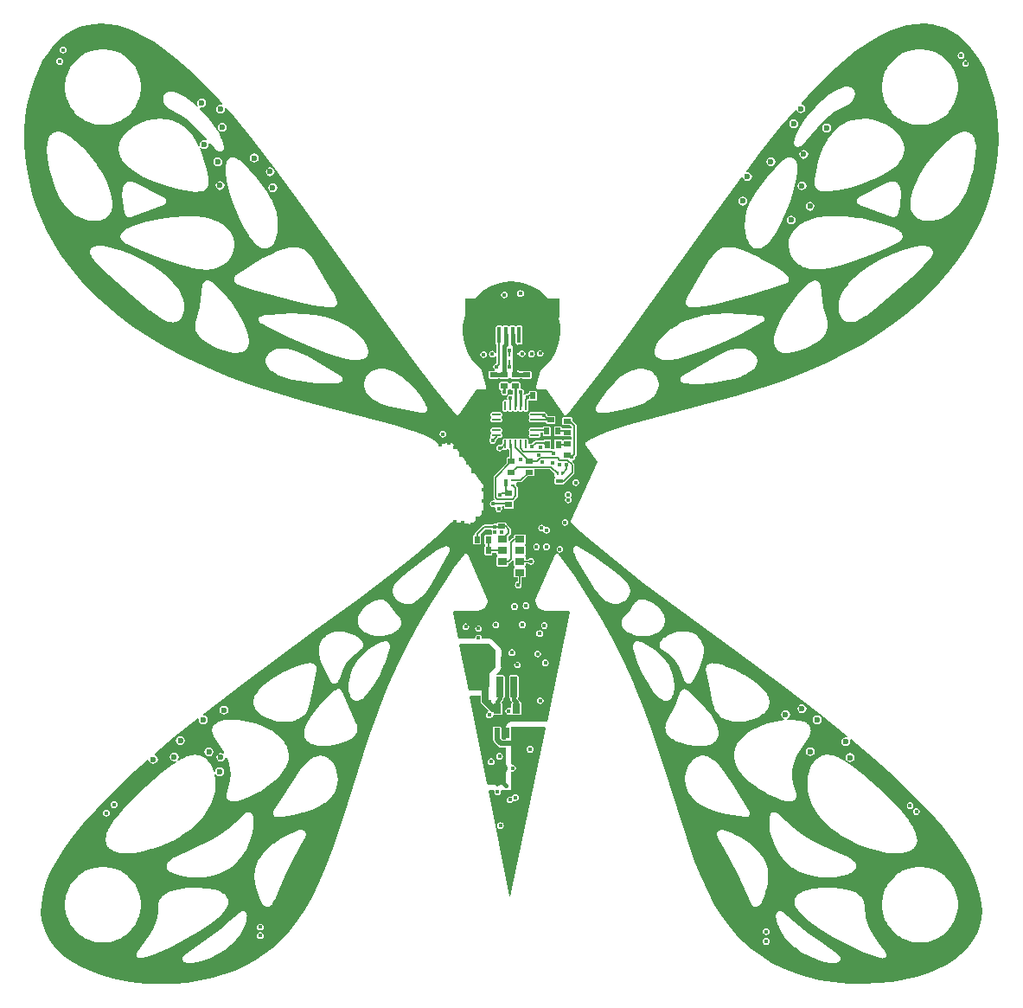
<source format=gbl>
G04 Layer_Physical_Order=4*
G04 Layer_Color=16711680*
%FSLAX25Y25*%
%MOIN*%
G70*
G01*
G75*
%ADD10C,0.01500*%
%ADD11C,0.00800*%
%ADD12C,0.00500*%
%ADD13R,0.02756X0.01968*%
%ADD14R,0.03543X0.03937*%
%ADD19R,0.03937X0.03543*%
%ADD22R,0.02756X0.01575*%
%ADD23R,0.00984X0.01575*%
%ADD24R,0.01968X0.02756*%
%ADD35C,0.02000*%
%ADD37C,0.01000*%
%ADD38C,0.01575*%
%ADD39C,0.02362*%
%ADD40R,0.07795X0.07795*%
%ADD41O,0.00984X0.03543*%
%ADD42O,0.03543X0.00984*%
%ADD43R,0.01417X0.00984*%
%ADD44R,0.02559X0.07874*%
%ADD45R,0.02756X0.03937*%
%ADD46R,0.02362X0.03937*%
%ADD47R,0.07480X0.07480*%
%ADD48R,0.07087X0.07480*%
%ADD49R,0.08268X0.05315*%
%ADD50R,0.01575X0.06299*%
%ADD51R,0.03543X0.02854*%
%ADD52P,0.04261X8X22.5*%
%ADD53R,0.01063X0.01279*%
%ADD54R,0.01575X0.00984*%
%ADD55R,0.01575X0.02756*%
%ADD56C,0.02500*%
G36*
X777530Y642705D02*
X780594Y642161D01*
X783844Y641242D01*
X787298Y639910D01*
X790978Y638121D01*
X794908Y635823D01*
X799113Y632956D01*
X803626Y629450D01*
X808487Y625220D01*
X813753Y620160D01*
X819505Y614125D01*
X821453Y611915D01*
X821412Y611826D01*
X821148Y611505D01*
X820600Y611614D01*
X819944Y611484D01*
X819388Y611112D01*
X819016Y610556D01*
X818886Y609900D01*
X819016Y609244D01*
X819388Y608688D01*
X819944Y608316D01*
X820600Y608186D01*
X821256Y608316D01*
X821812Y608688D01*
X822184Y609244D01*
X822314Y609900D01*
X822241Y610265D01*
X822705Y610495D01*
X825871Y606905D01*
X833078Y598149D01*
X841635Y587110D01*
X851793Y573344D01*
X870412Y547193D01*
X870412Y547193D01*
X870413Y547193D01*
X883770Y528475D01*
X883774Y528471D01*
X883776Y528466D01*
X894414Y513995D01*
X894420Y513989D01*
X894423Y513982D01*
X902767Y503069D01*
X902774Y503063D01*
X902778Y503055D01*
X911393Y492299D01*
X911478Y492227D01*
X911555Y492146D01*
X911597Y492127D01*
X911633Y492097D01*
X911739Y492063D01*
X911841Y492018D01*
X911887Y492017D01*
X911932Y492002D01*
X912042Y492012D01*
X912154Y492009D01*
X912197Y492025D01*
X912244Y492029D01*
X912342Y492081D01*
X912446Y492120D01*
X912480Y492152D01*
X912522Y492174D01*
X912593Y492259D01*
X912674Y492335D01*
X919447Y501866D01*
X922374Y501866D01*
X922475Y501887D01*
X922578Y501893D01*
X922628Y501917D01*
X922681Y501928D01*
X922767Y501985D01*
X922860Y502030D01*
X922896Y502071D01*
X922941Y502102D01*
X922999Y502188D01*
X923067Y502265D01*
X923085Y502317D01*
X923116Y502362D01*
X923136Y502463D01*
X923169Y502561D01*
X923166Y502616D01*
X923177Y502669D01*
X923157Y502771D01*
X923150Y502874D01*
X921460Y509293D01*
X921427Y509359D01*
X921409Y509431D01*
X921359Y509499D01*
X921322Y509574D01*
X921267Y509623D01*
X921223Y509683D01*
X919143Y511569D01*
X917396Y513693D01*
X915977Y516047D01*
X914914Y518583D01*
X914231Y521246D01*
X913942Y523980D01*
X914053Y526727D01*
X914562Y529429D01*
X915458Y532028D01*
X916722Y534470D01*
X918327Y536702D01*
X920239Y538677D01*
X922418Y540354D01*
X924817Y541697D01*
X927386Y542676D01*
X930070Y543273D01*
X932812Y543473D01*
X935554Y543273D01*
X938238Y542676D01*
X940807Y541697D01*
X943206Y540354D01*
X945385Y538678D01*
X947297Y536702D01*
X948903Y534470D01*
X950166Y532028D01*
X951062Y529429D01*
X951571Y526727D01*
X951682Y523980D01*
X951393Y521246D01*
X950710Y518583D01*
X949647Y516047D01*
X948228Y513693D01*
X946481Y511569D01*
X944401Y509683D01*
X944357Y509623D01*
X944302Y509574D01*
X944265Y509499D01*
X944215Y509431D01*
X944197Y509359D01*
X944164Y509293D01*
X942474Y502874D01*
X942467Y502771D01*
X942447Y502670D01*
X942458Y502616D01*
X942455Y502561D01*
X942488Y502464D01*
X942508Y502362D01*
X942539Y502317D01*
X942557Y502265D01*
X942625Y502188D01*
X942682Y502102D01*
X942728Y502072D01*
X942764Y502031D01*
X942857Y501985D01*
X942943Y501928D01*
X942997Y501917D01*
X943046Y501893D01*
X943149Y501887D01*
X943250Y501867D01*
X946177Y501866D01*
X952950Y492335D01*
X953030Y492260D01*
X953100Y492176D01*
X953143Y492153D01*
X953178Y492120D01*
X953281Y492081D01*
X953378Y492030D01*
X953426Y492026D01*
X953471Y492009D01*
X953580Y492012D01*
X953690Y492002D01*
X953736Y492016D01*
X953784Y492018D01*
X953884Y492063D01*
X953989Y492096D01*
X954026Y492126D01*
X954070Y492146D01*
X954145Y492226D01*
X954229Y492296D01*
X960306Y499825D01*
X960310Y499832D01*
X960315Y499836D01*
X966255Y507460D01*
X966259Y507467D01*
X966264Y507472D01*
X976066Y520534D01*
X976070Y520542D01*
X976077Y520549D01*
X1009019Y566654D01*
X1019905Y581646D01*
X1021614Y583904D01*
X1021624Y583903D01*
X1022118Y583740D01*
X1022216Y583244D01*
X1022588Y582688D01*
X1023144Y582316D01*
X1023800Y582186D01*
X1024456Y582316D01*
X1025012Y582688D01*
X1025384Y583244D01*
X1025514Y583900D01*
X1025384Y584556D01*
X1025012Y585112D01*
X1024456Y585484D01*
X1023800Y585614D01*
X1023490Y585552D01*
X1023206Y586006D01*
X1028785Y593374D01*
X1036479Y602997D01*
X1042245Y609754D01*
X1042783Y609614D01*
X1042816Y609444D01*
X1043188Y608888D01*
X1043744Y608516D01*
X1044400Y608386D01*
X1045056Y608516D01*
X1045612Y608888D01*
X1045984Y609444D01*
X1046114Y610100D01*
X1045984Y610756D01*
X1045612Y611312D01*
X1045056Y611684D01*
X1044682Y611758D01*
X1044505Y612303D01*
X1049570Y617805D01*
X1055279Y623489D01*
X1060550Y628237D01*
X1065439Y632161D01*
X1069989Y635356D01*
X1074235Y637899D01*
X1078208Y639858D01*
X1081933Y641292D01*
X1085437Y642252D01*
X1088744Y642777D01*
X1091878Y642901D01*
X1094866Y642643D01*
X1097442Y642093D01*
X1099929Y641242D01*
X1102336Y640082D01*
X1104666Y638600D01*
X1106917Y636781D01*
X1109079Y634606D01*
X1111137Y632064D01*
X1113069Y629145D01*
X1114846Y625852D01*
X1116437Y622199D01*
X1117810Y618214D01*
X1118933Y613942D01*
X1119857Y608920D01*
X1120413Y603702D01*
X1120585Y598358D01*
X1120365Y592944D01*
X1119751Y587505D01*
X1118742Y582079D01*
X1117340Y576690D01*
X1115546Y571362D01*
X1113358Y566108D01*
X1110776Y560940D01*
X1108111Y556373D01*
X1105119Y551888D01*
X1101793Y547491D01*
X1098124Y543185D01*
X1094104Y538974D01*
X1089720Y534862D01*
X1084958Y530850D01*
X1079799Y526943D01*
X1074224Y523142D01*
X1068206Y519450D01*
X1061713Y515867D01*
X1054699Y512389D01*
X1047100Y509012D01*
X1038812Y505716D01*
X1029644Y502465D01*
X1019140Y499153D01*
X985318Y490189D01*
X985316Y490188D01*
X985314Y490188D01*
X976649Y487837D01*
X976635Y487830D01*
X976618Y487828D01*
X970775Y485982D01*
X970753Y485970D01*
X970727Y485966D01*
X966586Y484363D01*
X966558Y484345D01*
X966525Y484336D01*
X963861Y483040D01*
X963825Y483013D01*
X963783Y482997D01*
X961604Y481617D01*
X961588Y481602D01*
X961569Y481593D01*
X961475Y481494D01*
X961377Y481401D01*
X961368Y481381D01*
X961353Y481365D01*
X961305Y481238D01*
X961250Y481114D01*
X961250Y481093D01*
X961242Y481072D01*
X961246Y480937D01*
X961242Y480801D01*
X961250Y480781D01*
X961251Y480759D01*
X961306Y480635D01*
X961355Y480509D01*
X961370Y480493D01*
X961379Y480473D01*
X965902Y474109D01*
X955702Y451428D01*
X955696Y451400D01*
X955681Y451376D01*
X955661Y451249D01*
X955632Y451123D01*
X955636Y451095D01*
X955632Y451067D01*
X955662Y450941D01*
X955684Y450814D01*
X955699Y450790D01*
X955705Y450762D01*
X955781Y450658D01*
X955850Y450548D01*
X955873Y450532D01*
X955890Y450509D01*
X959794Y446904D01*
X959803Y446899D01*
X959809Y446891D01*
X963975Y443232D01*
X963985Y443226D01*
X963992Y443217D01*
X972895Y435840D01*
X972905Y435835D01*
X972913Y435826D01*
X983687Y427406D01*
X983697Y427401D01*
X983705Y427393D01*
X1019662Y400820D01*
X1037634Y387531D01*
X1051547Y376903D01*
X1062318Y368301D01*
X1062101Y367834D01*
X1061700Y367914D01*
X1061044Y367784D01*
X1060488Y367412D01*
X1060116Y366856D01*
X1059986Y366200D01*
X1060116Y365544D01*
X1060488Y364988D01*
X1061044Y364616D01*
X1061700Y364486D01*
X1062356Y364616D01*
X1062912Y364988D01*
X1063284Y365544D01*
X1063414Y366200D01*
X1063284Y366856D01*
X1063270Y366877D01*
X1063646Y367213D01*
X1072749Y359542D01*
X1080998Y352139D01*
X1088005Y345382D01*
X1093926Y339182D01*
X1098886Y333476D01*
X1102989Y328215D01*
X1106325Y323357D01*
X1108976Y318867D01*
X1111012Y314713D01*
X1112500Y310864D01*
X1113495Y307290D01*
X1114045Y303962D01*
X1114188Y300849D01*
X1113951Y297917D01*
X1113425Y295417D01*
X1112602Y293022D01*
X1111475Y290718D01*
X1110027Y288495D01*
X1108235Y286348D01*
X1106071Y284280D01*
X1103509Y282301D01*
X1100524Y280429D01*
X1097099Y278688D01*
X1093233Y277109D01*
X1088941Y275728D01*
X1084270Y274583D01*
X1079307Y273711D01*
X1074163Y273141D01*
X1068367Y272879D01*
X1062624Y273010D01*
X1057038Y273523D01*
X1051681Y274397D01*
X1046597Y275611D01*
X1041808Y277145D01*
X1037314Y278983D01*
X1033107Y281117D01*
X1029168Y283547D01*
X1025473Y286287D01*
X1022341Y289031D01*
X1019365Y292070D01*
X1016527Y295442D01*
X1013802Y299204D01*
X1011160Y303438D01*
X1008562Y308273D01*
X1005942Y313932D01*
X1003161Y320884D01*
X1000191Y329369D01*
X996658Y340508D01*
X991107Y358365D01*
X991102Y358374D01*
X991101Y358383D01*
X987418Y369349D01*
X987411Y369360D01*
X987409Y369372D01*
X983767Y379218D01*
X983760Y379230D01*
X983757Y379244D01*
X979983Y388452D01*
X979974Y388464D01*
X979971Y388479D01*
X975975Y397277D01*
X975965Y397290D01*
X975961Y397305D01*
X971686Y405822D01*
X971676Y405835D01*
X971671Y405851D01*
X967072Y414171D01*
X967061Y414183D01*
X967055Y414198D01*
X962096Y422379D01*
X962085Y422391D01*
X962079Y422406D01*
X956898Y430239D01*
X956887Y430251D01*
X956880Y430265D01*
X951114Y438287D01*
X951075Y438324D01*
X951046Y438369D01*
X950961Y438430D01*
X950885Y438501D01*
X950835Y438520D01*
X950791Y438551D01*
X950690Y438574D01*
X950592Y438611D01*
X950538Y438609D01*
X950486Y438621D01*
X950383Y438604D01*
X950279Y438600D01*
X950230Y438578D01*
X950177Y438569D01*
X950089Y438514D01*
X949994Y438471D01*
X949957Y438432D01*
X949912Y438403D01*
X949851Y438318D01*
X949780Y438242D01*
X949761Y438192D01*
X949730Y438148D01*
X941930Y420803D01*
X941925Y420781D01*
X941913Y420762D01*
X941890Y420629D01*
X941859Y420497D01*
X941863Y420476D01*
X941859Y420454D01*
X941889Y420322D01*
X941911Y420188D01*
X941923Y420170D01*
X941928Y420148D01*
X942878Y418003D01*
X942957Y417890D01*
X943031Y417774D01*
X943047Y417763D01*
X943059Y417746D01*
X943175Y417673D01*
X943288Y417594D01*
X945600Y416571D01*
X945609Y416569D01*
X945617Y416564D01*
X945761Y416535D01*
X945905Y416503D01*
X945915Y416505D01*
X945924Y416503D01*
X955049Y416500D01*
X955365Y416112D01*
X946554Y374033D01*
X945994Y373799D01*
X945900Y373828D01*
X945794Y373818D01*
X945690Y373839D01*
X932812D01*
X932032Y373684D01*
X931370Y373242D01*
X930928Y372580D01*
X930773Y371800D01*
Y367029D01*
X929434D01*
X928946Y367517D01*
X928982Y367604D01*
Y371541D01*
X928824Y371924D01*
X928441Y372082D01*
X926079D01*
X925696Y371924D01*
X925537Y371541D01*
Y367604D01*
X925696Y367221D01*
X925731Y367207D01*
Y367040D01*
X925847Y366455D01*
X926178Y365959D01*
X927719Y364419D01*
X928215Y364087D01*
X928800Y363971D01*
X930773D01*
Y357730D01*
X930793Y357630D01*
X930783Y357530D01*
X930870Y357243D01*
X930928Y356949D01*
X930984Y356865D01*
X931014Y356768D01*
X931204Y356537D01*
X931290Y356407D01*
X931370Y355912D01*
X931204Y355663D01*
X931014Y355432D01*
X930984Y355335D01*
X930928Y355251D01*
X930870Y354957D01*
X930783Y354670D01*
X930793Y354570D01*
X930773Y354470D01*
Y349639D01*
X929136D01*
X928978Y349608D01*
X928817Y349614D01*
X928592Y349531D01*
X928356Y349484D01*
X928222Y349394D01*
X928071Y349339D01*
X927894Y349176D01*
X927822Y349128D01*
X927306Y349042D01*
X927106Y349176D01*
X926929Y349339D01*
X926778Y349394D01*
X926644Y349484D01*
X926408Y349531D01*
X926183Y349614D01*
X926022Y349608D01*
X925864Y349639D01*
X924232D01*
X924133Y349620D01*
X924033Y349629D01*
X923950Y349604D01*
X923392Y349850D01*
X916681Y383674D01*
X916998Y384061D01*
X920969D01*
Y381900D01*
X921105Y381217D01*
X921492Y380638D01*
X921672Y380518D01*
X921698Y380479D01*
X923928Y378249D01*
X923800Y377723D01*
X923773Y377696D01*
X923372Y377428D01*
X923087Y377002D01*
X922987Y376500D01*
X923087Y375998D01*
X923372Y375572D01*
X923798Y375287D01*
X924300Y375187D01*
X924802Y375287D01*
X925228Y375572D01*
X925513Y375998D01*
X925536Y376114D01*
X925877Y376506D01*
X926086Y376512D01*
X928638D01*
X929021Y376670D01*
X929179Y377053D01*
Y380990D01*
X929021Y381372D01*
X928963Y381661D01*
X929344Y382041D01*
X929620Y382455D01*
X929713Y382922D01*
X929722D01*
X930105Y383080D01*
X930263Y383463D01*
Y391337D01*
X930105Y391720D01*
X929722Y391878D01*
X927269D01*
X927071Y392183D01*
X927024Y392340D01*
X928242Y393558D01*
X928684Y394220D01*
X928839Y395000D01*
Y401300D01*
X928684Y402080D01*
X928242Y402742D01*
X925742Y405242D01*
X925080Y405684D01*
X924300Y405839D01*
X921709D01*
X921413Y406200D01*
X921313Y406702D01*
X921028Y407128D01*
X920602Y407413D01*
X920100Y407513D01*
X919598Y407413D01*
X919172Y407128D01*
X918887Y406702D01*
X918787Y406200D01*
X918491Y405839D01*
X913081D01*
X912982Y405820D01*
X912882Y405829D01*
X912799Y405804D01*
X912241Y406050D01*
X910244Y416113D01*
X910562Y416500D01*
X919692D01*
X919700Y416501D01*
X919708Y416500D01*
X919854Y416532D01*
X920000Y416561D01*
X920006Y416565D01*
X920014Y416567D01*
X922327Y417578D01*
X922440Y417657D01*
X922556Y417730D01*
X922568Y417746D01*
X922584Y417758D01*
X922658Y417873D01*
X922738Y417985D01*
X923694Y420112D01*
X923700Y420135D01*
X923713Y420156D01*
X923735Y420287D01*
X923765Y420417D01*
X923761Y420441D01*
X923765Y420465D01*
X923735Y420595D01*
X923713Y420726D01*
X923700Y420747D01*
X923695Y420770D01*
X915894Y438147D01*
X915865Y438189D01*
X915847Y438237D01*
X915775Y438316D01*
X915713Y438403D01*
X915670Y438430D01*
X915635Y438467D01*
X915538Y438512D01*
X915447Y438569D01*
X915397Y438578D01*
X915351Y438599D01*
X915244Y438603D01*
X915139Y438621D01*
X915089Y438610D01*
X915038Y438612D01*
X914937Y438575D01*
X914833Y438551D01*
X914792Y438522D01*
X914744Y438504D01*
X914665Y438432D01*
X914578Y438370D01*
X914551Y438326D01*
X914513Y438292D01*
X910756Y433141D01*
X910752Y433132D01*
X910745Y433125D01*
X907235Y428051D01*
X907230Y428040D01*
X907221Y428031D01*
X902319Y420451D01*
X902313Y420437D01*
X902303Y420425D01*
X897708Y412700D01*
X897703Y412685D01*
X897693Y412673D01*
X893374Y404744D01*
X893369Y404730D01*
X893360Y404717D01*
X889281Y396502D01*
X889277Y396487D01*
X889268Y396474D01*
X885376Y387833D01*
X885372Y387819D01*
X885364Y387806D01*
X881571Y378479D01*
X881568Y378464D01*
X881560Y378452D01*
X877652Y367761D01*
X877649Y367743D01*
X877641Y367728D01*
X867522Y335862D01*
X864260Y325897D01*
X861434Y318194D01*
X858739Y311797D01*
X856047Y306298D01*
X853289Y301476D01*
X850415Y297192D01*
X847391Y293355D01*
X844183Y289902D01*
X840761Y286789D01*
X837478Y284257D01*
X833978Y281965D01*
X830245Y279910D01*
X826263Y278093D01*
X822025Y276523D01*
X817529Y275212D01*
X812789Y274175D01*
X807834Y273430D01*
X802712Y272994D01*
X797497Y272877D01*
X791702Y273122D01*
X786052Y273750D01*
X780693Y274725D01*
X775740Y276003D01*
X771261Y277534D01*
X767285Y279276D01*
X763814Y281188D01*
X760832Y283240D01*
X758312Y285411D01*
X756222Y287689D01*
X754532Y290071D01*
X753218Y292566D01*
X752262Y295193D01*
X751709Y297683D01*
X751450Y300320D01*
X751503Y303126D01*
X751892Y306123D01*
X752651Y309337D01*
X753818Y312791D01*
X755441Y316510D01*
X757573Y320520D01*
X760273Y324848D01*
X763610Y329523D01*
X767659Y334582D01*
X772511Y340068D01*
X778274Y346037D01*
X785092Y352571D01*
X792599Y359287D01*
X793145Y359104D01*
X793216Y358744D01*
X793588Y358188D01*
X794144Y357816D01*
X794800Y357686D01*
X795456Y357816D01*
X796012Y358188D01*
X796384Y358744D01*
X796514Y359400D01*
X796384Y360056D01*
X796012Y360612D01*
X795456Y360984D01*
X795375Y361000D01*
X795237Y361537D01*
X802819Y367916D01*
X811884Y375143D01*
X812339Y374866D01*
X812286Y374600D01*
X812416Y373944D01*
X812788Y373388D01*
X813344Y373016D01*
X814000Y372886D01*
X814656Y373016D01*
X815212Y373388D01*
X815584Y373944D01*
X815714Y374600D01*
X815584Y375256D01*
X815212Y375812D01*
X814656Y376184D01*
X814125Y376289D01*
X813967Y376671D01*
X813955Y376794D01*
X814733Y377414D01*
X828994Y388283D01*
X856447Y408483D01*
X856447Y408483D01*
X856447Y408483D01*
X874021Y421431D01*
X874025Y421436D01*
X874030Y421439D01*
X886574Y430979D01*
X886580Y430986D01*
X886589Y430991D01*
X896326Y438762D01*
X896333Y438771D01*
X896344Y438776D01*
X903339Y444697D01*
X903348Y444708D01*
X903360Y444715D01*
X909730Y450505D01*
X909749Y450530D01*
X909774Y450548D01*
X909841Y450655D01*
X909916Y450757D01*
X909924Y450787D01*
X909941Y450814D01*
X909961Y450938D01*
X909992Y451060D01*
X909996Y451065D01*
X917600Y450100D01*
X922006Y454506D01*
X921975Y464952D01*
X909838Y481305D01*
X904831Y480990D01*
X904375Y481112D01*
X904319Y481237D01*
X904271Y481365D01*
X904257Y481380D01*
X904248Y481399D01*
X904150Y481493D01*
X904056Y481593D01*
X904037Y481601D01*
X904022Y481615D01*
X901957Y482932D01*
X901917Y482948D01*
X901882Y482975D01*
X899376Y484214D01*
X899341Y484224D01*
X899311Y484243D01*
X894850Y485982D01*
X894823Y485987D01*
X894799Y486000D01*
X888564Y487956D01*
X888544Y487958D01*
X888526Y487967D01*
X865603Y493919D01*
X852975Y497282D01*
X842081Y500494D01*
X832247Y503744D01*
X823222Y507098D01*
X814878Y510586D01*
X807142Y514218D01*
X799964Y517999D01*
X793307Y521930D01*
X787143Y526008D01*
X781449Y530231D01*
X776206Y534594D01*
X771399Y539095D01*
X767013Y543728D01*
X763039Y548491D01*
X759467Y553379D01*
X756292Y558387D01*
X753771Y562990D01*
X751566Y567680D01*
X749679Y572448D01*
X748109Y577284D01*
X746860Y582175D01*
X745934Y587104D01*
X745333Y592048D01*
X745058Y596978D01*
X745107Y601858D01*
X745475Y606642D01*
X746148Y611266D01*
X747227Y616140D01*
X748617Y620661D01*
X750274Y624778D01*
X752155Y628461D01*
X754221Y631696D01*
X756439Y634487D01*
X758782Y636848D01*
X761237Y638798D01*
X763796Y640356D01*
X766464Y641541D01*
X769254Y642361D01*
X771877Y642785D01*
X774631Y642905D01*
X777530Y642705D01*
D02*
G37*
G36*
X926800Y401300D02*
Y395000D01*
X924300Y392500D01*
Y387700D01*
X922700Y386100D01*
X916199D01*
X912764Y403414D01*
X913081Y403800D01*
X924300D01*
X926800Y401300D01*
D02*
G37*
G36*
X946005Y371412D02*
X932454Y306694D01*
X931954Y306696D01*
X923915Y347214D01*
X924232Y347600D01*
X925864D01*
X926227Y347100D01*
X926187Y346900D01*
X926287Y346398D01*
X926572Y345972D01*
X926998Y345687D01*
X927500Y345587D01*
X928002Y345687D01*
X928428Y345972D01*
X928713Y346398D01*
X928813Y346900D01*
X928773Y347100D01*
X929136Y347600D01*
X932812D01*
Y354470D01*
X933199Y354788D01*
X933200Y354787D01*
X933702Y354887D01*
X934128Y355172D01*
X934413Y355598D01*
X934513Y356100D01*
X934413Y356602D01*
X934128Y357028D01*
X933702Y357313D01*
X933200Y357413D01*
X933199Y357412D01*
X932812Y357730D01*
Y371800D01*
X945690D01*
X946005Y371412D01*
D02*
G37*
%LPC*%
G36*
X945900Y397913D02*
X945398Y397813D01*
X944972Y397528D01*
X944687Y397102D01*
X944587Y396600D01*
X944687Y396098D01*
X944972Y395672D01*
X945398Y395387D01*
X945900Y395287D01*
X946402Y395387D01*
X946828Y395672D01*
X947113Y396098D01*
X947213Y396600D01*
X947113Y397102D01*
X946828Y397528D01*
X946402Y397813D01*
X945900Y397913D01*
D02*
G37*
G36*
X935100Y397113D02*
X934598Y397013D01*
X934172Y396728D01*
X933887Y396302D01*
X933787Y395800D01*
X933887Y395298D01*
X934172Y394872D01*
X934598Y394587D01*
X935100Y394487D01*
X935602Y394587D01*
X936028Y394872D01*
X936313Y395298D01*
X936413Y395800D01*
X936313Y396302D01*
X936028Y396728D01*
X935602Y397013D01*
X935100Y397113D01*
D02*
G37*
G36*
X805200Y368414D02*
X804544Y368284D01*
X803988Y367912D01*
X803616Y367356D01*
X803486Y366700D01*
X803616Y366044D01*
X803988Y365488D01*
X804544Y365116D01*
X805200Y364986D01*
X805856Y365116D01*
X806412Y365488D01*
X806784Y366044D01*
X806914Y366700D01*
X806784Y367356D01*
X806412Y367912D01*
X805856Y368284D01*
X805200Y368414D01*
D02*
G37*
G36*
X1010165Y396466D02*
X1010110Y396456D01*
X1010054Y396461D01*
X1009651Y396414D01*
X1009601Y396397D01*
X1009548Y396395D01*
X1009288Y396329D01*
X1009237Y396305D01*
X1009181Y396294D01*
X1008957Y396203D01*
X1008901Y396166D01*
X1008838Y396143D01*
X1008649Y396026D01*
X1008595Y395975D01*
X1008531Y395937D01*
X1008379Y395799D01*
X1008336Y395741D01*
X1008281Y395692D01*
X1008169Y395546D01*
X1008137Y395479D01*
X1008091Y395420D01*
X1007990Y395219D01*
X1007969Y395144D01*
X1007934Y395075D01*
X1007856Y394798D01*
X1007850Y394718D01*
X1007828Y394640D01*
X1007792Y394161D01*
X1007807Y394042D01*
X1007810Y393923D01*
X1009096Y388282D01*
X1010446Y381101D01*
X1010462Y381062D01*
X1010466Y381020D01*
X1010927Y379474D01*
X1010951Y379429D01*
X1010962Y379379D01*
X1011431Y378317D01*
X1011465Y378269D01*
X1011487Y378214D01*
X1012092Y377254D01*
X1012140Y377203D01*
X1012175Y377144D01*
X1012938Y376300D01*
X1013000Y376254D01*
X1013052Y376196D01*
X1014100Y375410D01*
X1014173Y375375D01*
X1014237Y375327D01*
X1015650Y374657D01*
X1015724Y374638D01*
X1015793Y374605D01*
X1017640Y374126D01*
X1017707Y374122D01*
X1017771Y374103D01*
X1019954Y373911D01*
X1020012Y373918D01*
X1020070Y373909D01*
X1022435Y374044D01*
X1022491Y374059D01*
X1022548Y374059D01*
X1025101Y374571D01*
X1025153Y374593D01*
X1025209Y374601D01*
X1027118Y375270D01*
X1027165Y375298D01*
X1027219Y375313D01*
X1028729Y376088D01*
X1028772Y376122D01*
X1028823Y376144D01*
X1029798Y376828D01*
X1029836Y376867D01*
X1029882Y376896D01*
X1030612Y377570D01*
X1030643Y377613D01*
X1030684Y377646D01*
X1031137Y378191D01*
X1031162Y378236D01*
X1031198Y378274D01*
X1031563Y378848D01*
X1031583Y378902D01*
X1031617Y378948D01*
X1031889Y379550D01*
X1031903Y379610D01*
X1031931Y379665D01*
X1032106Y380292D01*
X1032111Y380355D01*
X1032130Y380415D01*
X1032206Y381065D01*
X1032201Y381127D01*
X1032210Y381189D01*
X1032184Y381857D01*
X1032172Y381909D01*
X1032173Y381962D01*
X1032080Y382501D01*
X1032065Y382542D01*
X1032061Y382585D01*
X1031904Y383133D01*
X1031878Y383185D01*
X1031864Y383242D01*
X1031350Y384384D01*
X1031306Y384444D01*
X1031276Y384513D01*
X1030168Y386102D01*
X1030120Y386148D01*
X1030084Y386204D01*
X1028346Y387980D01*
X1028302Y388010D01*
X1028268Y388050D01*
X1025799Y389990D01*
X1025761Y390009D01*
X1025730Y390038D01*
X1022541Y392041D01*
X1022507Y392054D01*
X1022479Y392076D01*
X1018873Y393914D01*
X1018838Y393924D01*
X1018808Y393943D01*
X1015113Y395433D01*
X1015073Y395441D01*
X1015036Y395460D01*
X1012458Y396203D01*
X1012408Y396207D01*
X1012361Y396224D01*
X1011002Y396441D01*
X1010946Y396439D01*
X1010893Y396451D01*
X1010165Y396466D01*
D02*
G37*
G36*
X933000Y401813D02*
X932498Y401713D01*
X932072Y401428D01*
X931787Y401002D01*
X931687Y400500D01*
X931787Y399998D01*
X932072Y399572D01*
X932498Y399287D01*
X933000Y399187D01*
X933502Y399287D01*
X933928Y399572D01*
X934213Y399998D01*
X934313Y400500D01*
X934213Y401002D01*
X933928Y401428D01*
X933502Y401713D01*
X933000Y401813D01*
D02*
G37*
G36*
X942900Y401413D02*
X942398Y401313D01*
X941972Y401028D01*
X941687Y400602D01*
X941587Y400100D01*
X941687Y399598D01*
X941972Y399172D01*
X942398Y398887D01*
X942900Y398787D01*
X943402Y398887D01*
X943828Y399172D01*
X944113Y399598D01*
X944213Y400100D01*
X944113Y400602D01*
X943828Y401028D01*
X943402Y401313D01*
X942900Y401413D01*
D02*
G37*
G36*
X855326Y396470D02*
X855255Y396462D01*
X855184Y396469D01*
X853808Y396330D01*
X853747Y396312D01*
X853684Y396308D01*
X851070Y395621D01*
X851031Y395601D01*
X850987Y395594D01*
X847674Y394325D01*
X847644Y394306D01*
X847610Y394297D01*
X843853Y392467D01*
X843825Y392446D01*
X843791Y392434D01*
X840511Y390461D01*
X840481Y390433D01*
X840445Y390416D01*
X837863Y388488D01*
X837833Y388454D01*
X837794Y388430D01*
X836144Y386880D01*
X836114Y386839D01*
X836075Y386806D01*
X834923Y385410D01*
X834896Y385361D01*
X834858Y385320D01*
X834216Y384278D01*
X834195Y384220D01*
X834161Y384170D01*
X833725Y383142D01*
X833710Y383070D01*
X833680Y383002D01*
X833458Y381999D01*
X833457Y381939D01*
X833441Y381880D01*
X833413Y381464D01*
X833418Y381426D01*
X833411Y381388D01*
X833422Y380979D01*
X833435Y380923D01*
X833433Y380864D01*
X833567Y380086D01*
X833594Y380016D01*
X833606Y379941D01*
X833885Y379197D01*
X833924Y379134D01*
X833950Y379063D01*
X834421Y378283D01*
X834473Y378227D01*
X834512Y378161D01*
X835312Y377274D01*
X835373Y377229D01*
X835423Y377172D01*
X836662Y376233D01*
X836727Y376202D01*
X836783Y376157D01*
X838609Y375227D01*
X838670Y375210D01*
X838725Y375179D01*
X840928Y374464D01*
X840984Y374457D01*
X841037Y374437D01*
X843411Y374018D01*
X843465Y374020D01*
X843517Y374007D01*
X845791Y373913D01*
X845844Y373922D01*
X845898Y373916D01*
X847801Y374094D01*
X847851Y374109D01*
X847902Y374110D01*
X849209Y374404D01*
X849256Y374425D01*
X849308Y374433D01*
X850483Y374862D01*
X850534Y374893D01*
X850591Y374910D01*
X851620Y375469D01*
X851671Y375512D01*
X851730Y375542D01*
X852604Y376224D01*
X852652Y376279D01*
X852710Y376323D01*
X853503Y377215D01*
X853542Y377283D01*
X853595Y377342D01*
X854321Y378579D01*
X854346Y378652D01*
X854386Y378718D01*
X855049Y380599D01*
X855057Y380657D01*
X855079Y380711D01*
X855726Y383983D01*
X857787Y393514D01*
X857788Y393577D01*
X857804Y393638D01*
X857833Y394144D01*
X857826Y394195D01*
X857832Y394245D01*
X857811Y394544D01*
X857798Y394591D01*
X857799Y394640D01*
X857759Y394843D01*
X857740Y394891D01*
X857734Y394943D01*
X857673Y395128D01*
X857643Y395180D01*
X857627Y395238D01*
X857543Y395405D01*
X857502Y395457D01*
X857473Y395518D01*
X857365Y395665D01*
X857311Y395715D01*
X857269Y395775D01*
X857119Y395916D01*
X857053Y395957D01*
X856997Y396010D01*
X856798Y396136D01*
X856734Y396160D01*
X856677Y396198D01*
X856461Y396288D01*
X856399Y396300D01*
X856341Y396327D01*
X856001Y396409D01*
X855937Y396411D01*
X855875Y396428D01*
X855326Y396470D01*
D02*
G37*
G36*
X824606Y374697D02*
X824555Y374689D01*
X824505Y374695D01*
X822307Y374525D01*
X822258Y374512D01*
X822208Y374512D01*
X820973Y374259D01*
X820930Y374241D01*
X820884Y374235D01*
X820092Y373976D01*
X820051Y373953D01*
X820005Y373942D01*
X819404Y373664D01*
X819366Y373636D01*
X819321Y373619D01*
X818935Y373382D01*
X818900Y373349D01*
X818857Y373327D01*
X818529Y373067D01*
X818493Y373024D01*
X818447Y372992D01*
X818177Y372709D01*
X818144Y372656D01*
X818099Y372613D01*
X817887Y372307D01*
X817860Y372246D01*
X817820Y372192D01*
X817665Y371865D01*
X817648Y371796D01*
X817616Y371732D01*
X817511Y371344D01*
X817506Y371270D01*
X817486Y371198D01*
X817449Y370738D01*
X817457Y370668D01*
X817450Y370599D01*
X817498Y370085D01*
X817515Y370029D01*
X817517Y369971D01*
X817649Y369427D01*
X817672Y369378D01*
X817681Y369326D01*
X818003Y368493D01*
X818044Y368429D01*
X818071Y368357D01*
X821885Y362263D01*
X822026Y362004D01*
X821645Y361657D01*
X821456Y361784D01*
X820800Y361914D01*
X820144Y361784D01*
X819588Y361412D01*
X819216Y360856D01*
X819086Y360200D01*
X819216Y359544D01*
X819588Y358988D01*
X820144Y358616D01*
X820800Y358486D01*
X821456Y358616D01*
X822012Y358988D01*
X822384Y359544D01*
X822493Y360093D01*
X822870Y360218D01*
X822990Y360225D01*
X823200Y359836D01*
X824043Y357641D01*
X824494Y355501D01*
X824574Y353487D01*
X824321Y351314D01*
X823049Y345879D01*
X823046Y345789D01*
X823028Y345701D01*
X823026Y345360D01*
X823035Y345311D01*
X823031Y345261D01*
X823063Y344988D01*
X823080Y344938D01*
X823082Y344885D01*
X823129Y344700D01*
X823153Y344650D01*
X823163Y344597D01*
X823230Y344428D01*
X823264Y344376D01*
X823285Y344318D01*
X823374Y344167D01*
X823419Y344117D01*
X823451Y344059D01*
X823563Y343926D01*
X823619Y343881D01*
X823664Y343826D01*
X823817Y343699D01*
X823885Y343662D01*
X823944Y343612D01*
X824167Y343490D01*
X824243Y343466D01*
X824312Y343428D01*
X824639Y343325D01*
X824704Y343318D01*
X824765Y343296D01*
X825121Y343245D01*
X825176Y343248D01*
X825229Y343236D01*
X825789Y343232D01*
X825840Y343242D01*
X825892Y343238D01*
X826787Y343347D01*
X826842Y343365D01*
X826900Y343368D01*
X829230Y343998D01*
X829274Y344020D01*
X829322Y344029D01*
X832281Y345229D01*
X832314Y345251D01*
X832352Y345262D01*
X835794Y347063D01*
X835824Y347087D01*
X835859Y347101D01*
X838984Y349134D01*
X839013Y349163D01*
X839050Y349182D01*
X841633Y351263D01*
X841663Y351299D01*
X841702Y351326D01*
X843698Y353361D01*
X843727Y353406D01*
X843767Y353442D01*
X845096Y355213D01*
X845119Y355261D01*
X845153Y355302D01*
X845913Y356654D01*
X845930Y356705D01*
X845959Y356751D01*
X846499Y358109D01*
X846510Y358169D01*
X846535Y358225D01*
X846847Y359578D01*
X846849Y359646D01*
X846866Y359711D01*
X846946Y361047D01*
X846937Y361117D01*
X846942Y361187D01*
X846792Y362496D01*
X846770Y362566D01*
X846763Y362638D01*
X846333Y364050D01*
X846298Y364116D01*
X846276Y364188D01*
X845492Y365687D01*
X845446Y365744D01*
X845413Y365809D01*
X844194Y367370D01*
X844144Y367414D01*
X844105Y367467D01*
X842431Y369006D01*
X842382Y369036D01*
X842341Y369077D01*
X840186Y370552D01*
X840139Y370572D01*
X840099Y370603D01*
X837474Y371951D01*
X837430Y371964D01*
X837392Y371988D01*
X834378Y373130D01*
X834336Y373137D01*
X834299Y373155D01*
X831069Y374011D01*
X831029Y374013D01*
X830991Y374027D01*
X827813Y374536D01*
X827768Y374535D01*
X827725Y374545D01*
X824606Y374697D01*
D02*
G37*
G36*
X1044800Y380614D02*
X1044144Y380484D01*
X1043588Y380112D01*
X1043216Y379556D01*
X1043086Y378900D01*
X1043216Y378244D01*
X1043588Y377688D01*
X1044144Y377316D01*
X1044800Y377186D01*
X1045456Y377316D01*
X1046012Y377688D01*
X1046384Y378244D01*
X1046514Y378900D01*
X1046384Y379556D01*
X1046012Y380112D01*
X1045456Y380484D01*
X1044800Y380614D01*
D02*
G37*
G36*
X822000Y380114D02*
X821344Y379984D01*
X820788Y379612D01*
X820416Y379056D01*
X820286Y378400D01*
X820416Y377744D01*
X820788Y377188D01*
X821344Y376816D01*
X822000Y376686D01*
X822656Y376816D01*
X823212Y377188D01*
X823584Y377744D01*
X823714Y378400D01*
X823584Y379056D01*
X823212Y379612D01*
X822656Y379984D01*
X822000Y380114D01*
D02*
G37*
G36*
X935037Y391878D02*
X932478D01*
X932095Y391720D01*
X931937Y391337D01*
Y383463D01*
X932095Y383080D01*
X932478Y382922D01*
X932483D01*
Y382442D01*
X932580Y381955D01*
X932856Y381541D01*
X932875Y381522D01*
X932979Y381372D01*
X932821Y380990D01*
Y379468D01*
X932321Y379200D01*
X932302Y379213D01*
X931800Y379313D01*
X931298Y379213D01*
X930872Y378928D01*
X930587Y378502D01*
X930487Y378000D01*
X930587Y377498D01*
X930872Y377072D01*
X931298Y376787D01*
X931800Y376687D01*
X932302Y376787D01*
X932371Y376833D01*
X932979Y376670D01*
X933362Y376512D01*
X936118D01*
X936501Y376670D01*
X936659Y377053D01*
Y380990D01*
X936501Y381372D01*
X936118Y381531D01*
X936001D01*
X935918Y381948D01*
X935641Y382361D01*
X935337Y382665D01*
X935420Y383080D01*
X935578Y383463D01*
Y391337D01*
X935420Y391720D01*
X935037Y391878D01*
D02*
G37*
G36*
X999445Y386510D02*
X999368Y386497D01*
X999290Y386499D01*
X999183Y386481D01*
X999109Y386453D01*
X999031Y386440D01*
X998931Y386402D01*
X998866Y386361D01*
X998793Y386333D01*
X998704Y386278D01*
X998650Y386227D01*
X998586Y386189D01*
X998488Y386099D01*
X998449Y386046D01*
X998399Y386004D01*
X998307Y385887D01*
X998282Y385838D01*
X998245Y385796D01*
X998131Y385603D01*
X998107Y385532D01*
X998068Y385468D01*
X997475Y383824D01*
X996349Y380949D01*
X992483Y373183D01*
X992461Y373099D01*
X992423Y373021D01*
X992255Y372351D01*
X992253Y372300D01*
X992237Y372251D01*
X992160Y371604D01*
X992165Y371539D01*
X992155Y371475D01*
X992182Y370851D01*
X992200Y370778D01*
X992203Y370702D01*
X992344Y370101D01*
X992377Y370028D01*
X992395Y369951D01*
X992660Y369371D01*
X992706Y369307D01*
X992739Y369235D01*
X993185Y368617D01*
X993242Y368564D01*
X993287Y368501D01*
X994038Y367797D01*
X994101Y367757D01*
X994156Y367705D01*
X995516Y366839D01*
X995577Y366815D01*
X995632Y366778D01*
X997771Y365865D01*
X997826Y365854D01*
X997877Y365829D01*
X1000773Y365046D01*
X1000824Y365043D01*
X1000872Y365026D01*
X1003780Y364624D01*
X1003828Y364627D01*
X1003874Y364616D01*
X1005912Y364575D01*
X1005959Y364583D01*
X1006006Y364578D01*
X1007682Y364741D01*
X1007731Y364756D01*
X1007782Y364757D01*
X1008909Y365013D01*
X1008958Y365035D01*
X1009011Y365044D01*
X1009894Y365372D01*
X1009941Y365401D01*
X1009993Y365417D01*
X1010571Y365727D01*
X1010615Y365763D01*
X1010666Y365787D01*
X1011165Y366151D01*
X1011209Y366199D01*
X1011262Y366235D01*
X1011677Y366655D01*
X1011716Y366715D01*
X1011768Y366764D01*
X1012094Y367238D01*
X1012123Y367306D01*
X1012166Y367367D01*
X1012401Y367894D01*
X1012417Y367964D01*
X1012447Y368030D01*
X1012589Y368608D01*
X1012592Y368670D01*
X1012609Y368730D01*
X1012656Y369275D01*
X1012651Y369326D01*
X1012659Y369377D01*
X1012635Y369957D01*
X1012620Y370019D01*
X1012620Y370082D01*
X1012371Y371329D01*
X1012342Y371398D01*
X1012329Y371471D01*
X1011532Y373450D01*
X1011498Y373502D01*
X1011478Y373561D01*
X1009945Y376137D01*
X1009916Y376170D01*
X1009897Y376210D01*
X1007724Y379097D01*
X1007681Y379135D01*
X1007649Y379183D01*
X1000854Y385968D01*
X1000760Y386031D01*
X1000674Y386103D01*
X1000357Y386277D01*
X1000311Y386292D01*
X1000270Y386319D01*
X1000062Y386403D01*
X999999Y386414D01*
X999940Y386440D01*
X999737Y386487D01*
X999657Y386489D01*
X999579Y386507D01*
X999445Y386510D01*
D02*
G37*
G36*
X1050700Y376414D02*
X1050044Y376284D01*
X1049488Y375912D01*
X1049116Y375356D01*
X1048986Y374700D01*
X1049116Y374044D01*
X1049488Y373488D01*
X1050044Y373116D01*
X1050700Y372986D01*
X1051356Y373116D01*
X1051912Y373488D01*
X1052284Y374044D01*
X1052414Y374700D01*
X1052284Y375356D01*
X1051912Y375912D01*
X1051356Y376284D01*
X1050700Y376414D01*
D02*
G37*
G36*
X943900Y383413D02*
X943398Y383313D01*
X942972Y383028D01*
X942687Y382602D01*
X942587Y382100D01*
X942687Y381598D01*
X942972Y381172D01*
X943398Y380887D01*
X943900Y380787D01*
X944402Y380887D01*
X944828Y381172D01*
X945113Y381598D01*
X945213Y382100D01*
X945113Y382602D01*
X944828Y383028D01*
X944402Y383313D01*
X943900Y383413D01*
D02*
G37*
G36*
X926800Y412513D02*
X926298Y412413D01*
X925872Y412128D01*
X925587Y411702D01*
X925487Y411200D01*
X925587Y410698D01*
X925872Y410272D01*
X926298Y409987D01*
X926800Y409887D01*
X927302Y409987D01*
X927728Y410272D01*
X928013Y410698D01*
X928113Y411200D01*
X928013Y411702D01*
X927728Y412128D01*
X927302Y412413D01*
X926800Y412513D01*
D02*
G37*
G36*
X937000Y412613D02*
X936498Y412513D01*
X936072Y412228D01*
X935787Y411802D01*
X935687Y411300D01*
X935787Y410798D01*
X936072Y410372D01*
X936498Y410087D01*
X937000Y409987D01*
X937502Y410087D01*
X937928Y410372D01*
X938213Y410798D01*
X938313Y411300D01*
X938213Y411802D01*
X937928Y412228D01*
X937502Y412513D01*
X937000Y412613D01*
D02*
G37*
G36*
X915200Y411813D02*
X914698Y411713D01*
X914272Y411428D01*
X913987Y411002D01*
X913887Y410500D01*
X913987Y409998D01*
X914272Y409572D01*
X914698Y409287D01*
X915200Y409187D01*
X915702Y409287D01*
X916128Y409572D01*
X916413Y409998D01*
X916513Y410500D01*
X916413Y411002D01*
X916128Y411428D01*
X915702Y411713D01*
X915200Y411813D01*
D02*
G37*
G36*
X945500Y412313D02*
X944998Y412213D01*
X944572Y411928D01*
X944287Y411502D01*
X944187Y411000D01*
X944287Y410498D01*
X944572Y410072D01*
X944998Y409787D01*
X945500Y409687D01*
X946002Y409787D01*
X946428Y410072D01*
X946713Y410498D01*
X946813Y411000D01*
X946713Y411502D01*
X946428Y411928D01*
X946002Y412213D01*
X945500Y412313D01*
D02*
G37*
G36*
X907756Y441519D02*
X907577Y441512D01*
X907505Y441495D01*
X907430Y441493D01*
X907070Y441412D01*
X907008Y441384D01*
X906940Y441371D01*
X906178Y441056D01*
X906133Y441025D01*
X906081Y441007D01*
X904127Y439870D01*
X904101Y439847D01*
X904070Y439833D01*
X899102Y436348D01*
X899092Y436337D01*
X899079Y436331D01*
X893214Y431886D01*
X893205Y431876D01*
X893193Y431870D01*
X891296Y430331D01*
X891283Y430316D01*
X891267Y430306D01*
X889685Y428893D01*
X889662Y428863D01*
X889632Y428841D01*
X888429Y427547D01*
X888401Y427501D01*
X888362Y427464D01*
X887787Y426653D01*
X887765Y426603D01*
X887731Y426561D01*
X887423Y425973D01*
X887407Y425916D01*
X887377Y425865D01*
X887177Y425292D01*
X887167Y425223D01*
X887143Y425159D01*
X887050Y424597D01*
X887052Y424522D01*
X887039Y424448D01*
X887051Y423897D01*
X887067Y423824D01*
X887067Y423749D01*
X887181Y423208D01*
X887209Y423141D01*
X887223Y423069D01*
X887462Y422483D01*
X887502Y422424D01*
X887527Y422357D01*
X887923Y421732D01*
X887968Y421685D01*
X888002Y421628D01*
X888520Y421046D01*
X888568Y421010D01*
X888605Y420963D01*
X889230Y420443D01*
X889281Y420415D01*
X889324Y420375D01*
X890037Y419940D01*
X890094Y419918D01*
X890145Y419884D01*
X890927Y419556D01*
X890992Y419543D01*
X891053Y419515D01*
X891887Y419318D01*
X891960Y419315D01*
X892030Y419297D01*
X892900Y419251D01*
X892976Y419262D01*
X893052Y419258D01*
X893945Y419381D01*
X894019Y419407D01*
X894098Y419417D01*
X895104Y419765D01*
X895170Y419804D01*
X895243Y419829D01*
X896339Y420461D01*
X896395Y420510D01*
X896460Y420547D01*
X898020Y421885D01*
X898058Y421934D01*
X898106Y421972D01*
X899857Y424012D01*
X899876Y424046D01*
X899905Y424073D01*
X901925Y426945D01*
X901943Y426986D01*
X901972Y427020D01*
X908910Y439637D01*
X908916Y439655D01*
X908927Y439670D01*
X908963Y439804D01*
X909004Y439935D01*
X909003Y439954D01*
X909007Y439973D01*
X909018Y440138D01*
X909011Y440187D01*
X909018Y440236D01*
X909011Y440364D01*
X908998Y440415D01*
X908998Y440467D01*
X908982Y440552D01*
X908961Y440603D01*
X908954Y440659D01*
X908928Y440733D01*
X908896Y440790D01*
X908877Y440853D01*
X908842Y440918D01*
X908796Y440974D01*
X908763Y441039D01*
X908720Y441092D01*
X908665Y441139D01*
X908620Y441197D01*
X908574Y441237D01*
X908508Y441276D01*
X908451Y441326D01*
X908386Y441364D01*
X908312Y441390D01*
X908243Y441430D01*
X908162Y441458D01*
X908087Y441469D01*
X908016Y441494D01*
X907902Y441511D01*
X907828Y441507D01*
X907756Y441519D01*
D02*
G37*
G36*
X951500Y441713D02*
X950998Y441613D01*
X950572Y441328D01*
X950287Y440902D01*
X950187Y440400D01*
X950287Y439898D01*
X950572Y439472D01*
X950998Y439187D01*
X951500Y439087D01*
X952002Y439187D01*
X952428Y439472D01*
X952713Y439898D01*
X952813Y440400D01*
X952713Y440902D01*
X952428Y441328D01*
X952002Y441613D01*
X951500Y441713D01*
D02*
G37*
G36*
X934000Y419613D02*
X933498Y419513D01*
X933072Y419228D01*
X932787Y418802D01*
X932687Y418300D01*
X932787Y417798D01*
X933072Y417372D01*
X933498Y417087D01*
X934000Y416987D01*
X934502Y417087D01*
X934928Y417372D01*
X935213Y417798D01*
X935313Y418300D01*
X935213Y418802D01*
X934928Y419228D01*
X934502Y419513D01*
X934000Y419613D01*
D02*
G37*
G36*
X938400Y419913D02*
X937898Y419813D01*
X937472Y419528D01*
X937187Y419102D01*
X937087Y418600D01*
X937187Y418098D01*
X937472Y417672D01*
X937898Y417387D01*
X938400Y417287D01*
X938902Y417387D01*
X939328Y417672D01*
X939613Y418098D01*
X939713Y418600D01*
X939613Y419102D01*
X939328Y419528D01*
X938902Y419813D01*
X938400Y419913D01*
D02*
G37*
G36*
X943700Y409213D02*
X943198Y409113D01*
X942772Y408828D01*
X942487Y408402D01*
X942387Y407900D01*
X942487Y407398D01*
X942772Y406972D01*
X943198Y406687D01*
X943700Y406587D01*
X944202Y406687D01*
X944628Y406972D01*
X944913Y407398D01*
X945013Y407900D01*
X944913Y408402D01*
X944628Y408828D01*
X944202Y409113D01*
X943700Y409213D01*
D02*
G37*
G36*
X983281Y421004D02*
X982615Y420972D01*
X982543Y420954D01*
X982470Y420951D01*
X982036Y420849D01*
X981970Y420819D01*
X981900Y420804D01*
X981487Y420625D01*
X981424Y420581D01*
X981353Y420551D01*
X980965Y420285D01*
X980917Y420235D01*
X980858Y420197D01*
X980516Y419863D01*
X980470Y419795D01*
X980411Y419737D01*
X979461Y418327D01*
X979460Y418327D01*
X979460Y418326D01*
X978644Y417113D01*
X976638Y414986D01*
X976630Y414974D01*
X976618Y414964D01*
X976035Y414298D01*
X976008Y414253D01*
X975971Y414216D01*
X975662Y413754D01*
X975640Y413702D01*
X975607Y413657D01*
X975432Y413298D01*
X975417Y413238D01*
X975388Y413184D01*
X975272Y412812D01*
X975265Y412741D01*
X975243Y412675D01*
X975195Y412288D01*
X975200Y412213D01*
X975190Y412139D01*
X975215Y411739D01*
X975235Y411664D01*
X975239Y411587D01*
X975358Y411131D01*
X975392Y411060D01*
X975412Y410984D01*
X975661Y410468D01*
X975706Y410408D01*
X975738Y410340D01*
X976161Y409768D01*
X976213Y409721D01*
X976253Y409664D01*
X976900Y409049D01*
X976953Y409015D01*
X976997Y408970D01*
X977819Y408401D01*
X977869Y408380D01*
X977913Y408346D01*
X978893Y407849D01*
X978941Y407835D01*
X978984Y407809D01*
X980097Y407409D01*
X980144Y407402D01*
X980187Y407382D01*
X981404Y407100D01*
X981449Y407098D01*
X981493Y407084D01*
X982778Y406935D01*
X982823Y406939D01*
X982867Y406929D01*
X984183Y406924D01*
X984227Y406932D01*
X984273Y406928D01*
X985579Y407070D01*
X985625Y407085D01*
X985673Y407086D01*
X986928Y407376D01*
X986976Y407397D01*
X987027Y407406D01*
X988191Y407838D01*
X988238Y407866D01*
X988291Y407882D01*
X989218Y408379D01*
X989258Y408411D01*
X989304Y408432D01*
X989918Y408869D01*
X989952Y408904D01*
X989994Y408929D01*
X990527Y409415D01*
X990559Y409459D01*
X990602Y409493D01*
X991046Y410024D01*
X991074Y410077D01*
X991115Y410120D01*
X991464Y410690D01*
X991486Y410750D01*
X991522Y410803D01*
X991770Y411406D01*
X991783Y411472D01*
X991811Y411533D01*
X991955Y412162D01*
X991957Y412229D01*
X991974Y412293D01*
X992013Y412942D01*
X992004Y413006D01*
X992010Y413070D01*
X991944Y413731D01*
X991928Y413785D01*
X991926Y413841D01*
X991786Y414416D01*
X991766Y414458D01*
X991759Y414505D01*
X991546Y415079D01*
X991515Y415130D01*
X991496Y415187D01*
X990902Y416265D01*
X990858Y416318D01*
X990826Y416379D01*
X989922Y417508D01*
X989877Y417546D01*
X989842Y417595D01*
X988751Y418607D01*
X988706Y418634D01*
X988671Y418672D01*
X987473Y419526D01*
X987427Y419546D01*
X987388Y419578D01*
X986163Y420239D01*
X986114Y420255D01*
X986071Y420282D01*
X985020Y420687D01*
X984971Y420696D01*
X984926Y420717D01*
X984190Y420901D01*
X984138Y420904D01*
X984089Y420920D01*
X983414Y420999D01*
X983348Y420994D01*
X983281Y421004D01*
D02*
G37*
G36*
X884185Y404898D02*
X884112Y404885D01*
X884037Y404888D01*
X883632Y404823D01*
X883568Y404799D01*
X883500Y404790D01*
X882697Y404515D01*
X882649Y404488D01*
X882596Y404473D01*
X880737Y403540D01*
X880707Y403517D01*
X880672Y403504D01*
X878064Y401876D01*
X878032Y401847D01*
X877994Y401827D01*
X875886Y400178D01*
X875851Y400137D01*
X875807Y400107D01*
X874074Y398333D01*
X874040Y398282D01*
X873996Y398240D01*
X872563Y396244D01*
X872538Y396189D01*
X872501Y396142D01*
X871456Y394101D01*
X871441Y394047D01*
X871412Y393998D01*
X870638Y391758D01*
X870630Y391704D01*
X870609Y391654D01*
X870168Y389458D01*
X870167Y389406D01*
X870154Y389356D01*
X870024Y387483D01*
X870030Y387434D01*
X870023Y387386D01*
X870090Y386099D01*
X870102Y386052D01*
X870101Y386003D01*
X870278Y384986D01*
X870296Y384939D01*
X870301Y384888D01*
X870505Y384223D01*
X870530Y384178D01*
X870541Y384127D01*
X870772Y383618D01*
X870803Y383575D01*
X870821Y383525D01*
X871024Y383199D01*
X871061Y383159D01*
X871087Y383112D01*
X871315Y382836D01*
X871364Y382796D01*
X871403Y382745D01*
X871654Y382523D01*
X871717Y382487D01*
X871771Y382438D01*
X872045Y382273D01*
X872119Y382246D01*
X872187Y382205D01*
X872483Y382098D01*
X872562Y382086D01*
X872638Y382059D01*
X872955Y382012D01*
X873035Y382016D01*
X873114Y382004D01*
X873490Y382024D01*
X873566Y382043D01*
X873644Y382047D01*
X874088Y382158D01*
X874166Y382195D01*
X874251Y382218D01*
X875055Y382619D01*
X875116Y382666D01*
X875186Y382700D01*
X876049Y383361D01*
X876093Y383412D01*
X876148Y383451D01*
X877716Y385130D01*
X877745Y385177D01*
X877785Y385216D01*
X879692Y387922D01*
X879708Y387959D01*
X879734Y387989D01*
X881850Y391724D01*
X881860Y391754D01*
X881879Y391780D01*
X883804Y395892D01*
X883817Y395949D01*
X883845Y395999D01*
X885865Y402651D01*
X885877Y402781D01*
X885899Y402909D01*
X885889Y403233D01*
X885878Y403282D01*
X885880Y403332D01*
X885842Y403576D01*
X885823Y403627D01*
X885818Y403682D01*
X885771Y403837D01*
X885744Y403889D01*
X885730Y403946D01*
X885669Y404079D01*
X885628Y404135D01*
X885601Y404198D01*
X885524Y404309D01*
X885469Y404362D01*
X885426Y404425D01*
X885337Y404513D01*
X885274Y404554D01*
X885221Y404607D01*
X885128Y404670D01*
X885058Y404699D01*
X884995Y404741D01*
X884868Y404795D01*
X884793Y404811D01*
X884723Y404841D01*
X884567Y404874D01*
X884493Y404875D01*
X884420Y404891D01*
X884185Y404898D01*
D02*
G37*
G36*
X981410Y404899D02*
X981360Y404892D01*
X981310Y404899D01*
X981169Y404890D01*
X981118Y404876D01*
X981064Y404876D01*
X980936Y404850D01*
X980877Y404826D01*
X980814Y404815D01*
X980698Y404773D01*
X980637Y404735D01*
X980569Y404711D01*
X980466Y404650D01*
X980410Y404600D01*
X980345Y404563D01*
X980257Y404486D01*
X980215Y404430D01*
X980161Y404385D01*
X980092Y404299D01*
X980059Y404236D01*
X980013Y404181D01*
X979937Y404042D01*
X979915Y403970D01*
X979878Y403905D01*
X979812Y403701D01*
X979803Y403625D01*
X979779Y403552D01*
X979732Y403173D01*
X979737Y403103D01*
X979727Y403034D01*
X979760Y402383D01*
X979777Y402317D01*
X979778Y402249D01*
X980216Y400281D01*
X980236Y400235D01*
X980243Y400186D01*
X981460Y396764D01*
X981477Y396735D01*
X981485Y396702D01*
X983430Y392403D01*
X983448Y392378D01*
X983457Y392348D01*
X985510Y388605D01*
X985534Y388577D01*
X985548Y388544D01*
X987411Y385766D01*
X987444Y385733D01*
X987466Y385693D01*
X988917Y383988D01*
X988959Y383955D01*
X988991Y383912D01*
X989915Y383078D01*
X989962Y383050D01*
X990001Y383010D01*
X990659Y382562D01*
X990719Y382536D01*
X990772Y382498D01*
X991393Y382209D01*
X991447Y382195D01*
X991497Y382169D01*
X991692Y382109D01*
X991724Y382106D01*
X991754Y382093D01*
X991944Y382051D01*
X991990Y382050D01*
X992034Y382036D01*
X992330Y382006D01*
X992392Y382012D01*
X992455Y382003D01*
X992736Y382018D01*
X992802Y382034D01*
X992869Y382036D01*
X993136Y382096D01*
X993202Y382126D01*
X993274Y382140D01*
X993551Y382259D01*
X993616Y382302D01*
X993688Y382333D01*
X993972Y382526D01*
X994026Y382580D01*
X994090Y382623D01*
X994368Y382902D01*
X994409Y382963D01*
X994461Y383015D01*
X994752Y383440D01*
X994781Y383508D01*
X994824Y383569D01*
X995137Y384277D01*
X995154Y384352D01*
X995186Y384423D01*
X995491Y385768D01*
X995493Y385842D01*
X995511Y385914D01*
X995591Y387904D01*
X995581Y387966D01*
X995586Y388029D01*
X995325Y390277D01*
X995307Y390334D01*
X995303Y390392D01*
X994631Y392906D01*
X994603Y392961D01*
X994590Y393021D01*
X993559Y395371D01*
X993524Y395421D01*
X993502Y395477D01*
X992270Y397423D01*
X992228Y397467D01*
X992198Y397519D01*
X990607Y399358D01*
X990562Y399393D01*
X990528Y399438D01*
X988632Y401092D01*
X988569Y401128D01*
X988515Y401177D01*
X982927Y404507D01*
X982845Y404536D01*
X982770Y404579D01*
X982169Y404779D01*
X982117Y404786D01*
X982069Y404806D01*
X981722Y404873D01*
X981668Y404873D01*
X981616Y404887D01*
X981410Y404899D01*
D02*
G37*
G36*
X998864Y408703D02*
X998793Y408693D01*
X998720Y408699D01*
X996880Y408484D01*
X996820Y408465D01*
X996756Y408460D01*
X994953Y407954D01*
X994902Y407928D01*
X994846Y407915D01*
X993204Y407190D01*
X993158Y407158D01*
X993106Y407138D01*
X991885Y406384D01*
X991847Y406348D01*
X991801Y406324D01*
X991154Y405799D01*
X991124Y405763D01*
X991085Y405736D01*
X990702Y405344D01*
X990675Y405303D01*
X990638Y405270D01*
X990378Y404928D01*
X990355Y404882D01*
X990321Y404843D01*
X990176Y404593D01*
X990159Y404541D01*
X990129Y404495D01*
X990029Y404252D01*
X990017Y404187D01*
X989990Y404127D01*
X989936Y403891D01*
X989934Y403817D01*
X989917Y403745D01*
X989908Y403522D01*
X989920Y403449D01*
X989916Y403374D01*
X989945Y403177D01*
X989970Y403105D01*
X989981Y403029D01*
X990061Y402799D01*
X990102Y402730D01*
X990128Y402655D01*
X990287Y402386D01*
X990341Y402326D01*
X990382Y402258D01*
X990733Y401868D01*
X990798Y401819D01*
X990854Y401758D01*
X992955Y400212D01*
X994567Y398885D01*
X995978Y397281D01*
X997210Y395289D01*
X999772Y389315D01*
X999836Y389222D01*
X999888Y389123D01*
X999997Y388990D01*
X1000037Y388957D01*
X1000067Y388915D01*
X1000164Y388822D01*
X1000211Y388793D01*
X1000248Y388753D01*
X1000322Y388700D01*
X1000373Y388677D01*
X1000417Y388641D01*
X1000492Y388602D01*
X1000556Y388583D01*
X1000615Y388550D01*
X1000696Y388523D01*
X1000765Y388515D01*
X1000830Y388492D01*
X1000898Y388482D01*
X1000967Y388485D01*
X1001035Y388474D01*
X1001118Y388475D01*
X1001190Y388492D01*
X1001264Y388493D01*
X1001355Y388512D01*
X1001415Y388537D01*
X1001478Y388548D01*
X1001564Y388581D01*
X1001614Y388613D01*
X1001670Y388632D01*
X1001787Y388698D01*
X1001833Y388737D01*
X1001886Y388764D01*
X1002047Y388890D01*
X1002095Y388946D01*
X1002154Y388990D01*
X1002566Y389457D01*
X1002596Y389509D01*
X1002638Y389552D01*
X1003319Y390603D01*
X1003334Y390642D01*
X1003359Y390674D01*
X1004973Y393823D01*
X1004983Y393859D01*
X1005003Y393890D01*
X1006092Y396600D01*
X1006101Y396647D01*
X1006122Y396690D01*
X1006723Y398920D01*
X1006727Y398978D01*
X1006745Y399033D01*
X1006943Y400686D01*
X1006938Y400753D01*
X1006948Y400820D01*
X1006871Y402414D01*
X1006857Y402472D01*
X1006857Y402531D01*
X1006720Y403227D01*
X1006705Y403265D01*
X1006701Y403305D01*
X1006497Y403975D01*
X1006472Y404022D01*
X1006460Y404073D01*
X1006055Y404966D01*
X1006017Y405019D01*
X1005992Y405079D01*
X1005450Y405893D01*
X1005402Y405941D01*
X1005367Y405998D01*
X1004691Y406717D01*
X1004634Y406758D01*
X1004587Y406811D01*
X1003688Y407482D01*
X1003620Y407514D01*
X1003559Y407560D01*
X1002396Y408126D01*
X1002320Y408146D01*
X1002250Y408181D01*
X1000789Y408566D01*
X1000711Y408571D01*
X1000635Y408591D01*
X998864Y408703D01*
D02*
G37*
G36*
X866582Y408707D02*
X866527Y408700D01*
X866473Y408707D01*
X865163Y408618D01*
X865104Y408602D01*
X865044Y408601D01*
X863817Y408328D01*
X863756Y408301D01*
X863690Y408289D01*
X862575Y407840D01*
X862516Y407801D01*
X862449Y407776D01*
X861470Y407162D01*
X861416Y407111D01*
X861352Y407072D01*
X860528Y406311D01*
X860483Y406249D01*
X860427Y406198D01*
X859770Y405310D01*
X859736Y405239D01*
X859690Y405177D01*
X859163Y404068D01*
X859144Y403990D01*
X859109Y403917D01*
X858776Y402569D01*
X858773Y402506D01*
X858755Y402446D01*
X858675Y401538D01*
X858680Y401495D01*
X858672Y401453D01*
X858689Y400520D01*
X858702Y400463D01*
X858700Y400405D01*
X859053Y398234D01*
X859074Y398176D01*
X859081Y398114D01*
X859907Y395575D01*
X859937Y395521D01*
X859954Y395461D01*
X862843Y389763D01*
X862893Y389700D01*
X862930Y389628D01*
X863274Y389193D01*
X863315Y389158D01*
X863344Y389115D01*
X863560Y388905D01*
X863608Y388875D01*
X863646Y388833D01*
X863784Y388732D01*
X863834Y388709D01*
X863878Y388673D01*
X863978Y388619D01*
X864040Y388600D01*
X864095Y388568D01*
X864204Y388530D01*
X864275Y388520D01*
X864342Y388496D01*
X864421Y388483D01*
X864492Y388486D01*
X864562Y388474D01*
X864646Y388475D01*
X864714Y388490D01*
X864784Y388490D01*
X864852Y388503D01*
X864918Y388530D01*
X864988Y388543D01*
X865077Y388577D01*
X865141Y388618D01*
X865212Y388645D01*
X865307Y388704D01*
X865364Y388757D01*
X865430Y388799D01*
X865569Y388928D01*
X865615Y388993D01*
X865673Y389046D01*
X865877Y389330D01*
X865910Y389403D01*
X865956Y389468D01*
X866523Y390722D01*
X866528Y390742D01*
X866539Y390760D01*
X867876Y394174D01*
X868991Y396309D01*
X870281Y398070D01*
X874997Y401979D01*
X875047Y402040D01*
X875107Y402090D01*
X875268Y402288D01*
X875292Y402333D01*
X875327Y402370D01*
X875453Y402571D01*
X875475Y402630D01*
X875510Y402681D01*
X875598Y402886D01*
X875612Y402957D01*
X875642Y403024D01*
X875690Y403234D01*
X875692Y403311D01*
X875709Y403386D01*
X875716Y403603D01*
X875703Y403680D01*
X875706Y403757D01*
X875667Y403999D01*
X875639Y404073D01*
X875627Y404150D01*
X875515Y404451D01*
X875473Y404519D01*
X875445Y404593D01*
X875188Y405010D01*
X875133Y405069D01*
X875091Y405137D01*
X874492Y405777D01*
X874431Y405821D01*
X874380Y405876D01*
X873184Y406753D01*
X873124Y406781D01*
X873072Y406822D01*
X871351Y407691D01*
X871294Y407707D01*
X871242Y407736D01*
X869499Y408314D01*
X869447Y408320D01*
X869398Y408340D01*
X868036Y408603D01*
X867986Y408602D01*
X867938Y408615D01*
X866582Y408707D01*
D02*
G37*
G36*
X882639Y421002D02*
X881891Y420971D01*
X881817Y420953D01*
X881741Y420951D01*
X880571Y420676D01*
X880507Y420646D01*
X880438Y420632D01*
X879012Y420018D01*
X878961Y419983D01*
X878903Y419961D01*
X877452Y419052D01*
X877411Y419013D01*
X877361Y418986D01*
X876157Y417972D01*
X876125Y417932D01*
X876083Y417901D01*
X875294Y417042D01*
X875267Y416998D01*
X875229Y416962D01*
X874579Y416042D01*
X874554Y415986D01*
X874516Y415937D01*
X874039Y414980D01*
X874019Y414909D01*
X873985Y414843D01*
X873707Y413873D01*
X873701Y413804D01*
X873681Y413739D01*
X873617Y413155D01*
X873622Y413098D01*
X873613Y413042D01*
X873631Y412467D01*
X873645Y412406D01*
X873644Y412343D01*
X873765Y411703D01*
X873792Y411637D01*
X873804Y411567D01*
X874063Y410887D01*
X874103Y410822D01*
X874130Y410751D01*
X874566Y410043D01*
X874618Y409987D01*
X874658Y409921D01*
X875313Y409207D01*
X875373Y409163D01*
X875423Y409108D01*
X876340Y408421D01*
X876401Y408392D01*
X876454Y408350D01*
X877537Y407792D01*
X877593Y407776D01*
X877644Y407747D01*
X878856Y407331D01*
X878908Y407324D01*
X878956Y407303D01*
X880256Y407038D01*
X880304Y407038D01*
X880351Y407024D01*
X881694Y406914D01*
X881740Y406920D01*
X881786Y406912D01*
X883129Y406956D01*
X883174Y406967D01*
X883220Y406964D01*
X884520Y407157D01*
X884565Y407173D01*
X884612Y407176D01*
X885829Y407504D01*
X885873Y407526D01*
X885921Y407535D01*
X887019Y407980D01*
X887064Y408009D01*
X887114Y408025D01*
X888063Y408563D01*
X888105Y408599D01*
X888154Y408624D01*
X888853Y409158D01*
X888888Y409196D01*
X888931Y409225D01*
X889358Y409647D01*
X889386Y409689D01*
X889425Y409722D01*
X889765Y410155D01*
X889791Y410206D01*
X889829Y410249D01*
X890081Y410685D01*
X890102Y410747D01*
X890137Y410803D01*
X890300Y411235D01*
X890312Y411307D01*
X890339Y411375D01*
X890416Y411798D01*
X890415Y411874D01*
X890429Y411950D01*
X890425Y412349D01*
X890410Y412419D01*
X890411Y412491D01*
X890344Y412844D01*
X890316Y412911D01*
X890304Y412982D01*
X890130Y413435D01*
X890089Y413500D01*
X890062Y413571D01*
X889703Y414146D01*
X889648Y414204D01*
X889606Y414272D01*
X888071Y415896D01*
X886961Y417137D01*
X885320Y419609D01*
X885276Y419653D01*
X885244Y419707D01*
X884951Y420027D01*
X884905Y420061D01*
X884869Y420105D01*
X884538Y420377D01*
X884477Y420410D01*
X884425Y420456D01*
X884047Y420670D01*
X883976Y420694D01*
X883912Y420731D01*
X883481Y420880D01*
X883406Y420890D01*
X883335Y420915D01*
X882789Y420995D01*
X882714Y420991D01*
X882639Y421002D01*
D02*
G37*
G36*
X920100Y411113D02*
X919598Y411013D01*
X919172Y410728D01*
X918887Y410302D01*
X918787Y409800D01*
X918887Y409298D01*
X919172Y408872D01*
X919598Y408587D01*
X920100Y408487D01*
X920602Y408587D01*
X921028Y408872D01*
X921313Y409298D01*
X921413Y409800D01*
X921313Y410302D01*
X921028Y410728D01*
X920602Y411013D01*
X920100Y411113D01*
D02*
G37*
G36*
X1091196Y318024D02*
X1089389D01*
X1089337Y318013D01*
X1089284Y318017D01*
X1087494Y317781D01*
X1087443Y317764D01*
X1087391Y317760D01*
X1085646Y317293D01*
X1085598Y317269D01*
X1085546Y317259D01*
X1083878Y316568D01*
X1083834Y316539D01*
X1083783Y316522D01*
X1082219Y315618D01*
X1082179Y315583D01*
X1082132Y315560D01*
X1080699Y314460D01*
X1080664Y314421D01*
X1080620Y314391D01*
X1079342Y313114D01*
X1079313Y313070D01*
X1079273Y313035D01*
X1078174Y311602D01*
X1078150Y311554D01*
X1078115Y311514D01*
X1077212Y309950D01*
X1077195Y309900D01*
X1077166Y309856D01*
X1076474Y308187D01*
X1076464Y308135D01*
X1076441Y308088D01*
X1075973Y306343D01*
X1075970Y306290D01*
X1075953Y306240D01*
X1075717Y304449D01*
X1075720Y304396D01*
X1075710Y304344D01*
Y302538D01*
X1075720Y302486D01*
X1075717Y302433D01*
X1075953Y300642D01*
X1075970Y300592D01*
X1075973Y300539D01*
X1076441Y298795D01*
X1076464Y298747D01*
X1076474Y298695D01*
X1077166Y297026D01*
X1077195Y296982D01*
X1077212Y296932D01*
X1078115Y295368D01*
X1078150Y295328D01*
X1078174Y295281D01*
X1079273Y293847D01*
X1079313Y293813D01*
X1079342Y293769D01*
X1080620Y292491D01*
X1080664Y292462D01*
X1080699Y292422D01*
X1082132Y291322D01*
X1082179Y291299D01*
X1082219Y291264D01*
X1083783Y290361D01*
X1083834Y290344D01*
X1083878Y290315D01*
X1085546Y289623D01*
X1085598Y289613D01*
X1085646Y289590D01*
X1087391Y289122D01*
X1087443Y289119D01*
X1087494Y289102D01*
X1089284Y288866D01*
X1089337Y288869D01*
X1089389Y288859D01*
X1091196D01*
X1091247Y288869D01*
X1091300Y288866D01*
X1093091Y289102D01*
X1093141Y289119D01*
X1093194Y289122D01*
X1094939Y289590D01*
X1094986Y289613D01*
X1095038Y289623D01*
X1096707Y290315D01*
X1096751Y290344D01*
X1096801Y290361D01*
X1098366Y291264D01*
X1098406Y291299D01*
X1098453Y291322D01*
X1099886Y292422D01*
X1099921Y292462D01*
X1099965Y292491D01*
X1101242Y293769D01*
X1101272Y293813D01*
X1101311Y293847D01*
X1102411Y295281D01*
X1102435Y295328D01*
X1102470Y295368D01*
X1103373Y296932D01*
X1103390Y296982D01*
X1103419Y297026D01*
X1104110Y298695D01*
X1104121Y298747D01*
X1104144Y298795D01*
X1104612Y300539D01*
X1104615Y300592D01*
X1104632Y300642D01*
X1104868Y302433D01*
X1104864Y302486D01*
X1104875Y302538D01*
Y304344D01*
X1104864Y304396D01*
X1104868Y304449D01*
X1104632Y306240D01*
X1104615Y306290D01*
X1104612Y306343D01*
X1104144Y308088D01*
X1104121Y308135D01*
X1104110Y308187D01*
X1103419Y309856D01*
X1103390Y309900D01*
X1103373Y309950D01*
X1102470Y311514D01*
X1102435Y311554D01*
X1102411Y311602D01*
X1101311Y313035D01*
X1101272Y313070D01*
X1101242Y313114D01*
X1099965Y314391D01*
X1099921Y314421D01*
X1099886Y314460D01*
X1098453Y315560D01*
X1098405Y315583D01*
X1098366Y315618D01*
X1096801Y316522D01*
X1096751Y316539D01*
X1096707Y316568D01*
X1095038Y317259D01*
X1094986Y317269D01*
X1094939Y317293D01*
X1093194Y317760D01*
X1093141Y317764D01*
X1093091Y317781D01*
X1091300Y318017D01*
X1091247Y318013D01*
X1091196Y318024D01*
D02*
G37*
G36*
X1054748Y361212D02*
X1053738Y361144D01*
X1053666Y361125D01*
X1053592Y361121D01*
X1052638Y360876D01*
X1052570Y360843D01*
X1052496Y360825D01*
X1051599Y360403D01*
X1051539Y360359D01*
X1051471Y360328D01*
X1050569Y359678D01*
X1050517Y359622D01*
X1050453Y359576D01*
X1049447Y358505D01*
X1049408Y358442D01*
X1049357Y358389D01*
X1048489Y357037D01*
X1048464Y356974D01*
X1048426Y356918D01*
X1047658Y355119D01*
X1047644Y355054D01*
X1047616Y354993D01*
X1047065Y352716D01*
X1047063Y352651D01*
X1047045Y352589D01*
X1046858Y350130D01*
X1046865Y350068D01*
X1046858Y350007D01*
X1047058Y347453D01*
X1047074Y347395D01*
X1047076Y347335D01*
X1047675Y344743D01*
X1047699Y344690D01*
X1047709Y344633D01*
X1048721Y342036D01*
X1048749Y341991D01*
X1048765Y341940D01*
X1050047Y339615D01*
X1050078Y339578D01*
X1050098Y339534D01*
X1051754Y337230D01*
X1051787Y337199D01*
X1051810Y337160D01*
X1053863Y334892D01*
X1053897Y334867D01*
X1053922Y334833D01*
X1056384Y332629D01*
X1056418Y332609D01*
X1056445Y332579D01*
X1059310Y330480D01*
X1059344Y330464D01*
X1059371Y330439D01*
X1062601Y328500D01*
X1062634Y328488D01*
X1062662Y328466D01*
X1066171Y326755D01*
X1066204Y326746D01*
X1066233Y326728D01*
X1069880Y325315D01*
X1069915Y325308D01*
X1069947Y325292D01*
X1073932Y324144D01*
X1073972Y324141D01*
X1074009Y324126D01*
X1077660Y323455D01*
X1077705Y323456D01*
X1077748Y323444D01*
X1080864Y323223D01*
X1080915Y323230D01*
X1080967Y323223D01*
X1083339Y323360D01*
X1083390Y323373D01*
X1083443Y323373D01*
X1084806Y323634D01*
X1084850Y323652D01*
X1084897Y323657D01*
X1085792Y323940D01*
X1085836Y323964D01*
X1085884Y323975D01*
X1086665Y324332D01*
X1086713Y324367D01*
X1086768Y324389D01*
X1087429Y324818D01*
X1087479Y324867D01*
X1087538Y324903D01*
X1088076Y325403D01*
X1088115Y325457D01*
X1088165Y325501D01*
X1088472Y325900D01*
X1088498Y325952D01*
X1088536Y325997D01*
X1088778Y326429D01*
X1088799Y326494D01*
X1088834Y326553D01*
X1089056Y327177D01*
X1089067Y327254D01*
X1089093Y327327D01*
X1089206Y328085D01*
X1089202Y328164D01*
X1089214Y328241D01*
X1089167Y329237D01*
X1089148Y329313D01*
X1089144Y329392D01*
X1088782Y330855D01*
X1088751Y330921D01*
X1088735Y330991D01*
X1087814Y333039D01*
X1087780Y333086D01*
X1087760Y333140D01*
X1086106Y335748D01*
X1086077Y335779D01*
X1086057Y335817D01*
X1083405Y339161D01*
X1083381Y339182D01*
X1083364Y339209D01*
X1079354Y343521D01*
X1079334Y343535D01*
X1079321Y343554D01*
X1073910Y348730D01*
X1073894Y348741D01*
X1073883Y348756D01*
X1068203Y353703D01*
X1068185Y353714D01*
X1068171Y353730D01*
X1064052Y356962D01*
X1064025Y356976D01*
X1064003Y356997D01*
X1060988Y359021D01*
X1060951Y359037D01*
X1060920Y359062D01*
X1058979Y360104D01*
X1058933Y360118D01*
X1058893Y360144D01*
X1057292Y360773D01*
X1057240Y360783D01*
X1057191Y360806D01*
X1056063Y361084D01*
X1056006Y361087D01*
X1055951Y361104D01*
X1054882Y361210D01*
X1054815Y361204D01*
X1054748Y361212D01*
D02*
G37*
G36*
X1052659Y309922D02*
X1052619Y309915D01*
X1052579Y309919D01*
X1049249Y309596D01*
X1049205Y309582D01*
X1049158Y309582D01*
X1046734Y309062D01*
X1046688Y309043D01*
X1046638Y309036D01*
X1045272Y308561D01*
X1045230Y308536D01*
X1045183Y308524D01*
X1044316Y308100D01*
X1044275Y308068D01*
X1044227Y308049D01*
X1043583Y307624D01*
X1043545Y307587D01*
X1043499Y307560D01*
X1043099Y307213D01*
X1043065Y307170D01*
X1043022Y307137D01*
X1042695Y306765D01*
X1042663Y306711D01*
X1042620Y306666D01*
X1042369Y306270D01*
X1042344Y306206D01*
X1042305Y306149D01*
X1042130Y305730D01*
X1042116Y305660D01*
X1042087Y305595D01*
X1041988Y305154D01*
X1041987Y305080D01*
X1041969Y305008D01*
X1041951Y304493D01*
X1041963Y304416D01*
X1041960Y304339D01*
X1042063Y303688D01*
X1042089Y303615D01*
X1042101Y303538D01*
X1042402Y302712D01*
X1042443Y302645D01*
X1042469Y302571D01*
X1043257Y301269D01*
X1043305Y301216D01*
X1043341Y301154D01*
X1044919Y299358D01*
X1044961Y299325D01*
X1044994Y299282D01*
X1047553Y297052D01*
X1047587Y297033D01*
X1047613Y297005D01*
X1051414Y294285D01*
X1051441Y294273D01*
X1051462Y294253D01*
X1056591Y291112D01*
X1056612Y291104D01*
X1056630Y291090D01*
X1062566Y287901D01*
X1062587Y287895D01*
X1062604Y287882D01*
X1068511Y285104D01*
X1068552Y285094D01*
X1068589Y285072D01*
X1074899Y282882D01*
X1074991Y282869D01*
X1075080Y282841D01*
X1075563Y282791D01*
X1075610Y282796D01*
X1075657Y282787D01*
X1075920Y282791D01*
X1075967Y282801D01*
X1076015Y282798D01*
X1076181Y282820D01*
X1076230Y282837D01*
X1076283Y282840D01*
X1076408Y282873D01*
X1076457Y282898D01*
X1076511Y282909D01*
X1076592Y282942D01*
X1076639Y282974D01*
X1076693Y282994D01*
X1076762Y283034D01*
X1076811Y283079D01*
X1076869Y283111D01*
X1076926Y283159D01*
X1076971Y283217D01*
X1077028Y283263D01*
X1077074Y283319D01*
X1077109Y283385D01*
X1077157Y283443D01*
X1077192Y283506D01*
X1077215Y283579D01*
X1077252Y283646D01*
X1077277Y283725D01*
X1077286Y283803D01*
X1077310Y283878D01*
X1077322Y283984D01*
X1077316Y284061D01*
X1077325Y284138D01*
X1077313Y284286D01*
X1077295Y284352D01*
X1077291Y284421D01*
X1077240Y284623D01*
X1077217Y284669D01*
X1077208Y284720D01*
X1077118Y284949D01*
X1077091Y284990D01*
X1077076Y285037D01*
X1076786Y285572D01*
X1076750Y285615D01*
X1076726Y285666D01*
X1074489Y288693D01*
X1072388Y291585D01*
X1070902Y294081D01*
X1069903Y296389D01*
X1069346Y298511D01*
X1068956Y303066D01*
X1068948Y303094D01*
X1068949Y303123D01*
X1068784Y304171D01*
X1068764Y304225D01*
X1068758Y304283D01*
X1068532Y305012D01*
X1068499Y305072D01*
X1068481Y305138D01*
X1068136Y305817D01*
X1068089Y305877D01*
X1068054Y305946D01*
X1067566Y306575D01*
X1067508Y306625D01*
X1067461Y306687D01*
X1066751Y307307D01*
X1066682Y307347D01*
X1066623Y307398D01*
X1065356Y308129D01*
X1065287Y308152D01*
X1065225Y308189D01*
X1063136Y308933D01*
X1063081Y308942D01*
X1063029Y308964D01*
X1060146Y309557D01*
X1060103Y309557D01*
X1060062Y309569D01*
X1056608Y309907D01*
X1056570Y309903D01*
X1056532Y309910D01*
X1052659Y309922D01*
D02*
G37*
G36*
X776235Y318024D02*
X774429D01*
X774377Y318013D01*
X774324Y318017D01*
X772533Y317781D01*
X772483Y317764D01*
X772430Y317760D01*
X770685Y317293D01*
X770638Y317269D01*
X770586Y317259D01*
X768917Y316568D01*
X768873Y316539D01*
X768823Y316522D01*
X767258Y315618D01*
X767219Y315583D01*
X767171Y315560D01*
X765738Y314460D01*
X765703Y314421D01*
X765659Y314391D01*
X764382Y313114D01*
X764352Y313070D01*
X764313Y313035D01*
X763213Y311602D01*
X763190Y311554D01*
X763155Y311514D01*
X762252Y309950D01*
X762234Y309900D01*
X762205Y309856D01*
X761514Y308187D01*
X761504Y308135D01*
X761480Y308088D01*
X761013Y306343D01*
X761009Y306290D01*
X760992Y306240D01*
X760756Y304449D01*
X760760Y304396D01*
X760749Y304344D01*
Y302538D01*
X760760Y302486D01*
X760756Y302433D01*
X760992Y300642D01*
X761009Y300592D01*
X761013Y300539D01*
X761480Y298795D01*
X761504Y298747D01*
X761514Y298695D01*
X762205Y297026D01*
X762234Y296982D01*
X762252Y296932D01*
X763155Y295368D01*
X763190Y295328D01*
X763213Y295281D01*
X764313Y293847D01*
X764352Y293813D01*
X764382Y293769D01*
X765659Y292491D01*
X765703Y292462D01*
X765738Y292422D01*
X767171Y291322D01*
X767219Y291299D01*
X767258Y291264D01*
X768823Y290361D01*
X768873Y290344D01*
X768917Y290315D01*
X770586Y289623D01*
X770638Y289613D01*
X770685Y289590D01*
X772430Y289122D01*
X772483Y289119D01*
X772533Y289102D01*
X774324Y288866D01*
X774377Y288869D01*
X774429Y288859D01*
X776235D01*
X776287Y288869D01*
X776340Y288866D01*
X778131Y289102D01*
X778181Y289119D01*
X778234Y289122D01*
X779978Y289590D01*
X780026Y289613D01*
X780078Y289623D01*
X781747Y290315D01*
X781791Y290344D01*
X781841Y290361D01*
X783405Y291264D01*
X783445Y291299D01*
X783492Y291322D01*
X784926Y292422D01*
X784960Y292462D01*
X785004Y292491D01*
X786282Y293769D01*
X786311Y293813D01*
X786351Y293847D01*
X787451Y295281D01*
X787474Y295328D01*
X787509Y295368D01*
X788412Y296932D01*
X788429Y296982D01*
X788458Y297026D01*
X789150Y298695D01*
X789160Y298747D01*
X789184Y298795D01*
X789651Y300539D01*
X789654Y300592D01*
X789672Y300642D01*
X789907Y302433D01*
X789904Y302486D01*
X789914Y302538D01*
Y304344D01*
X789904Y304396D01*
X789907Y304449D01*
X789672Y306240D01*
X789654Y306290D01*
X789651Y306343D01*
X789184Y308088D01*
X789160Y308135D01*
X789150Y308187D01*
X788458Y309856D01*
X788429Y309900D01*
X788412Y309950D01*
X787509Y311514D01*
X787474Y311554D01*
X787451Y311602D01*
X786351Y313035D01*
X786311Y313070D01*
X786282Y313114D01*
X785004Y314391D01*
X784960Y314421D01*
X784926Y314460D01*
X783492Y315560D01*
X783445Y315583D01*
X783405Y315618D01*
X781841Y316522D01*
X781791Y316539D01*
X781747Y316568D01*
X780078Y317259D01*
X780026Y317269D01*
X779978Y317293D01*
X778234Y317760D01*
X778181Y317764D01*
X778131Y317781D01*
X776340Y318017D01*
X776287Y318013D01*
X776235Y318024D01*
D02*
G37*
G36*
X776700Y340013D02*
X776198Y339913D01*
X775772Y339628D01*
X775487Y339202D01*
X775387Y338700D01*
X775487Y338198D01*
X775772Y337772D01*
X776198Y337487D01*
X776700Y337387D01*
X777202Y337487D01*
X777628Y337772D01*
X777913Y338198D01*
X778013Y338700D01*
X777913Y339202D01*
X777628Y339628D01*
X777202Y339913D01*
X776700Y340013D01*
D02*
G37*
G36*
X1088900Y340613D02*
X1088398Y340513D01*
X1087972Y340228D01*
X1087687Y339802D01*
X1087587Y339300D01*
X1087687Y338798D01*
X1087972Y338372D01*
X1088398Y338087D01*
X1088900Y337987D01*
X1089402Y338087D01*
X1089828Y338372D01*
X1090113Y338798D01*
X1090213Y339300D01*
X1090113Y339802D01*
X1089828Y340228D01*
X1089402Y340513D01*
X1088900Y340613D01*
D02*
G37*
G36*
X1013768Y332178D02*
X1013719Y332171D01*
X1013671Y332177D01*
X1013447Y332160D01*
X1013396Y332146D01*
X1013343Y332146D01*
X1013171Y332110D01*
X1013120Y332089D01*
X1013066Y332081D01*
X1012954Y332041D01*
X1012905Y332012D01*
X1012850Y331996D01*
X1012753Y331945D01*
X1012699Y331902D01*
X1012636Y331872D01*
X1012545Y331802D01*
X1012493Y331743D01*
X1012431Y331695D01*
X1012360Y331614D01*
X1012319Y331545D01*
X1012267Y331485D01*
X1012212Y331389D01*
X1012186Y331315D01*
X1012147Y331246D01*
X1012106Y331128D01*
X1012096Y331052D01*
X1012071Y330979D01*
X1012049Y330816D01*
X1012053Y330740D01*
X1012043Y330665D01*
X1012056Y330413D01*
X1012075Y330339D01*
X1012079Y330262D01*
X1012203Y329763D01*
X1012231Y329704D01*
X1012244Y329641D01*
X1012642Y328712D01*
X1012668Y328673D01*
X1012683Y328629D01*
X1014663Y325174D01*
X1014663Y325174D01*
X1017381Y320417D01*
X1019847Y315426D01*
X1025174Y303577D01*
X1025256Y303462D01*
X1025334Y303344D01*
X1025532Y303142D01*
X1025575Y303113D01*
X1025609Y303074D01*
X1025806Y302918D01*
X1025865Y302888D01*
X1025915Y302846D01*
X1026112Y302738D01*
X1026176Y302717D01*
X1026234Y302683D01*
X1026369Y302636D01*
X1026429Y302628D01*
X1026486Y302605D01*
X1026620Y302580D01*
X1026692Y302580D01*
X1026762Y302566D01*
X1026927Y302565D01*
X1027002Y302579D01*
X1027078Y302578D01*
X1027239Y302607D01*
X1027300Y302631D01*
X1027366Y302641D01*
X1027514Y302694D01*
X1027569Y302727D01*
X1027630Y302747D01*
X1027828Y302855D01*
X1027880Y302899D01*
X1027941Y302931D01*
X1028207Y303142D01*
X1028249Y303192D01*
X1028302Y303232D01*
X1028660Y303627D01*
X1028690Y303677D01*
X1028731Y303718D01*
X1029209Y304431D01*
X1029233Y304487D01*
X1029269Y304537D01*
X1030242Y306604D01*
X1030255Y306656D01*
X1030281Y306703D01*
X1031155Y309460D01*
X1031161Y309509D01*
X1031179Y309555D01*
X1031671Y312169D01*
X1031671Y312224D01*
X1031684Y312277D01*
X1031803Y314638D01*
X1031794Y314701D01*
X1031800Y314765D01*
X1031564Y316944D01*
X1031543Y317011D01*
X1031537Y317081D01*
X1030935Y319162D01*
X1030903Y319223D01*
X1030886Y319289D01*
X1029988Y321138D01*
X1029951Y321188D01*
X1029926Y321245D01*
X1028626Y323116D01*
X1028584Y323156D01*
X1028554Y323205D01*
X1026757Y325138D01*
X1026716Y325168D01*
X1026684Y325207D01*
X1024312Y327192D01*
X1024273Y327213D01*
X1024242Y327244D01*
X1021365Y329159D01*
X1021328Y329175D01*
X1021297Y329200D01*
X1018372Y330753D01*
X1018319Y330769D01*
X1018272Y330798D01*
X1014984Y332007D01*
X1014910Y332019D01*
X1014840Y332045D01*
X1014213Y332151D01*
X1014164Y332150D01*
X1014117Y332161D01*
X1013768Y332178D01*
D02*
G37*
G36*
X1031000Y290613D02*
X1030498Y290513D01*
X1030072Y290228D01*
X1029787Y289802D01*
X1029687Y289300D01*
X1029787Y288798D01*
X1030072Y288372D01*
X1030498Y288087D01*
X1031000Y287987D01*
X1031502Y288087D01*
X1031928Y288372D01*
X1032213Y288798D01*
X1032313Y289300D01*
X1032213Y289802D01*
X1031928Y290228D01*
X1031502Y290513D01*
X1031000Y290613D01*
D02*
G37*
G36*
X836000Y292813D02*
X835498Y292713D01*
X835072Y292428D01*
X834787Y292002D01*
X834687Y291500D01*
X834787Y290998D01*
X835072Y290572D01*
X835498Y290287D01*
X836000Y290187D01*
X836502Y290287D01*
X836928Y290572D01*
X837213Y290998D01*
X837313Y291500D01*
X837213Y292002D01*
X836928Y292428D01*
X836502Y292713D01*
X836000Y292813D01*
D02*
G37*
G36*
X1036209Y301007D02*
X1036116Y301004D01*
X1036048Y300989D01*
X1035978Y300988D01*
X1035892Y300971D01*
X1035822Y300941D01*
X1035746Y300926D01*
X1035667Y300893D01*
X1035603Y300850D01*
X1035532Y300821D01*
X1035462Y300775D01*
X1035413Y300726D01*
X1035354Y300689D01*
X1035296Y300634D01*
X1035256Y300578D01*
X1035204Y300532D01*
X1035135Y300440D01*
X1035103Y300372D01*
X1035057Y300311D01*
X1034981Y300157D01*
X1034962Y300083D01*
X1034928Y300015D01*
X1034857Y299752D01*
X1034852Y299683D01*
X1034832Y299617D01*
X1034789Y299168D01*
X1034797Y299095D01*
X1034789Y299021D01*
X1034893Y297854D01*
X1034913Y297784D01*
X1034919Y297711D01*
X1035485Y295667D01*
X1035515Y295609D01*
X1035530Y295546D01*
X1036554Y293319D01*
X1036589Y293271D01*
X1036611Y293216D01*
X1038056Y290996D01*
X1038096Y290955D01*
X1038124Y290905D01*
X1039994Y288766D01*
X1040035Y288734D01*
X1040067Y288692D01*
X1042136Y286867D01*
X1042177Y286843D01*
X1042210Y286809D01*
X1044653Y285117D01*
X1044694Y285099D01*
X1044729Y285070D01*
X1047512Y283570D01*
X1047554Y283557D01*
X1047590Y283533D01*
X1050582Y282313D01*
X1050625Y282305D01*
X1050664Y282285D01*
X1053554Y281454D01*
X1053601Y281450D01*
X1053646Y281433D01*
X1055987Y281047D01*
X1056040Y281049D01*
X1056091Y281037D01*
X1057307Y280996D01*
X1057360Y281004D01*
X1057414Y280999D01*
X1058043Y281062D01*
X1058096Y281079D01*
X1058153Y281081D01*
X1058484Y281162D01*
X1058533Y281185D01*
X1058586Y281194D01*
X1058766Y281265D01*
X1058808Y281292D01*
X1058856Y281307D01*
X1058969Y281368D01*
X1059011Y281403D01*
X1059059Y281425D01*
X1059153Y281494D01*
X1059197Y281541D01*
X1059250Y281577D01*
X1059326Y281653D01*
X1059367Y281716D01*
X1059421Y281769D01*
X1059477Y281852D01*
X1059505Y281919D01*
X1059547Y281979D01*
X1059577Y282048D01*
X1059591Y282112D01*
X1059620Y282171D01*
X1059638Y282244D01*
X1059642Y282317D01*
X1059661Y282387D01*
X1059668Y282489D01*
X1059659Y282566D01*
X1059664Y282643D01*
X1059650Y282761D01*
X1059625Y282834D01*
X1059616Y282911D01*
X1059561Y283080D01*
X1059524Y283146D01*
X1059501Y283218D01*
X1059365Y283466D01*
X1059318Y283522D01*
X1059283Y283587D01*
X1058908Y284046D01*
X1058854Y284090D01*
X1058812Y284144D01*
X1057556Y285233D01*
X1057516Y285256D01*
X1057483Y285289D01*
X1052348Y288797D01*
X1047469Y292158D01*
X1043548Y295205D01*
X1037383Y300579D01*
X1037300Y300626D01*
X1037226Y300686D01*
X1036968Y300820D01*
X1036921Y300834D01*
X1036878Y300860D01*
X1036723Y300918D01*
X1036677Y300925D01*
X1036635Y300945D01*
X1036526Y300972D01*
X1036477Y300974D01*
X1036429Y300990D01*
X1036329Y301002D01*
X1036269Y300997D01*
X1036209Y301007D01*
D02*
G37*
G36*
X829434Y301007D02*
X829309Y301002D01*
X829235Y300985D01*
X829159Y300983D01*
X828994Y300946D01*
X828938Y300920D01*
X828876Y300909D01*
X828691Y300836D01*
X828630Y300797D01*
X828563Y300772D01*
X827976Y300409D01*
X827925Y300360D01*
X827864Y300325D01*
X824385Y297218D01*
X820657Y294053D01*
X806680Y283979D01*
X806598Y283891D01*
X806508Y283810D01*
X806320Y283560D01*
X806300Y283518D01*
X806269Y283483D01*
X806167Y283309D01*
X806150Y283261D01*
X806122Y283218D01*
X806060Y283074D01*
X806049Y283021D01*
X806025Y282973D01*
X805996Y282871D01*
X805992Y282815D01*
X805974Y282762D01*
X805961Y282665D01*
X805966Y282600D01*
X805955Y282536D01*
X805958Y282444D01*
X805974Y282373D01*
X805975Y282300D01*
X805993Y282214D01*
X806023Y282144D01*
X806038Y282070D01*
X806072Y281990D01*
X806110Y281934D01*
X806134Y281871D01*
X806172Y281812D01*
X806210Y281772D01*
X806237Y281723D01*
X806284Y281668D01*
X806335Y281627D01*
X806375Y281576D01*
X806473Y281493D01*
X806540Y281455D01*
X806599Y281404D01*
X806771Y281307D01*
X806847Y281282D01*
X806916Y281242D01*
X807255Y281131D01*
X807326Y281122D01*
X807394Y281098D01*
X807995Y281013D01*
X808070Y281017D01*
X808144Y281006D01*
X810034Y281091D01*
X810095Y281106D01*
X810158Y281107D01*
X813009Y281687D01*
X813054Y281706D01*
X813103Y281712D01*
X816228Y282754D01*
X816267Y282776D01*
X816311Y282787D01*
X819348Y284190D01*
X819385Y284217D01*
X819428Y284232D01*
X822191Y285912D01*
X822227Y285945D01*
X822271Y285967D01*
X824684Y287870D01*
X824717Y287909D01*
X824759Y287937D01*
X826616Y289821D01*
X826644Y289864D01*
X826683Y289899D01*
X828236Y291941D01*
X828259Y291988D01*
X828294Y292027D01*
X829419Y293988D01*
X829436Y294037D01*
X829464Y294079D01*
X830225Y295908D01*
X830235Y295957D01*
X830258Y296002D01*
X830651Y297426D01*
X830655Y297474D01*
X830671Y297519D01*
X830808Y298416D01*
X830806Y298466D01*
X830817Y298515D01*
X830835Y299166D01*
X830825Y299221D01*
X830830Y299276D01*
X830792Y299626D01*
X830776Y299675D01*
X830774Y299727D01*
X830727Y299921D01*
X830707Y299965D01*
X830699Y300012D01*
X830653Y300136D01*
X830625Y300180D01*
X830611Y300230D01*
X830555Y300335D01*
X830516Y300384D01*
X830489Y300440D01*
X830424Y300527D01*
X830368Y300577D01*
X830324Y300638D01*
X830251Y300706D01*
X830183Y300747D01*
X830125Y300800D01*
X830054Y300844D01*
X829981Y300871D01*
X829915Y300911D01*
X829835Y300941D01*
X829758Y300954D01*
X829685Y300981D01*
X829590Y300996D01*
X829511Y300994D01*
X829434Y301007D01*
D02*
G37*
G36*
X851957Y332174D02*
X851433Y332153D01*
X851359Y332135D01*
X851283Y332132D01*
X849911Y331810D01*
X849856Y331785D01*
X849797Y331774D01*
X847301Y330776D01*
X847263Y330751D01*
X847220Y330738D01*
X844115Y329073D01*
X844083Y329047D01*
X844045Y329031D01*
X841209Y327114D01*
X841178Y327082D01*
X841139Y327061D01*
X838809Y325083D01*
X838777Y325043D01*
X838735Y325012D01*
X836931Y323032D01*
X836900Y322980D01*
X836857Y322937D01*
X835522Y320938D01*
X835497Y320877D01*
X835459Y320824D01*
X834616Y318967D01*
X834601Y318902D01*
X834571Y318842D01*
X834045Y316868D01*
X834041Y316801D01*
X834022Y316736D01*
X833819Y314553D01*
X833826Y314489D01*
X833818Y314425D01*
X833988Y311899D01*
X834003Y311844D01*
X834004Y311787D01*
X834605Y308945D01*
X834625Y308899D01*
X834632Y308849D01*
X835563Y306157D01*
X835587Y306115D01*
X835600Y306068D01*
X836287Y304653D01*
X836316Y304615D01*
X836333Y304570D01*
X836799Y303844D01*
X836833Y303809D01*
X836856Y303766D01*
X837166Y303392D01*
X837204Y303361D01*
X837232Y303321D01*
X837463Y303102D01*
X837507Y303073D01*
X837543Y303034D01*
X837748Y302886D01*
X837798Y302863D01*
X837840Y302828D01*
X837992Y302747D01*
X838046Y302730D01*
X838094Y302701D01*
X838246Y302645D01*
X838310Y302635D01*
X838369Y302611D01*
X838520Y302581D01*
X838591Y302581D01*
X838659Y302566D01*
X838809Y302564D01*
X838880Y302576D01*
X838951Y302573D01*
X839102Y302597D01*
X839166Y302621D01*
X839234Y302630D01*
X839384Y302681D01*
X839449Y302718D01*
X839519Y302742D01*
X839738Y302865D01*
X839792Y302911D01*
X839855Y302945D01*
X840074Y303126D01*
X840120Y303182D01*
X840177Y303228D01*
X840597Y303727D01*
X840632Y303792D01*
X840681Y303848D01*
X841460Y305222D01*
X841475Y305268D01*
X841502Y305308D01*
X843602Y310318D01*
X845875Y315638D01*
X848233Y320399D01*
X853150Y329074D01*
X853170Y329133D01*
X853203Y329186D01*
X853430Y329789D01*
X853439Y329840D01*
X853460Y329887D01*
X853541Y330227D01*
X853543Y330280D01*
X853559Y330331D01*
X853579Y330529D01*
X853574Y330580D01*
X853583Y330629D01*
X853580Y330764D01*
X853568Y330816D01*
X853570Y330869D01*
X853551Y330991D01*
X853529Y331051D01*
X853522Y331115D01*
X853487Y331223D01*
X853451Y331287D01*
X853429Y331358D01*
X853377Y331453D01*
X853327Y331513D01*
X853291Y331581D01*
X853224Y331662D01*
X853168Y331708D01*
X853122Y331765D01*
X853047Y331828D01*
X852985Y331862D01*
X852932Y331909D01*
X852825Y331971D01*
X852755Y331994D01*
X852692Y332032D01*
X852538Y332086D01*
X852462Y332098D01*
X852390Y332124D01*
X852110Y332166D01*
X852033Y332162D01*
X851957Y332174D01*
D02*
G37*
G36*
X811964Y309955D02*
X807969Y309838D01*
X807930Y309829D01*
X807889Y309832D01*
X804441Y309383D01*
X804397Y309367D01*
X804350Y309365D01*
X801803Y308728D01*
X801756Y308706D01*
X801705Y308697D01*
X800324Y308156D01*
X800282Y308129D01*
X800235Y308115D01*
X799380Y307652D01*
X799339Y307617D01*
X799289Y307595D01*
X798591Y307085D01*
X798547Y307038D01*
X798494Y307001D01*
X797944Y306446D01*
X797903Y306384D01*
X797850Y306332D01*
X797409Y305682D01*
X797379Y305610D01*
X797335Y305546D01*
X797012Y304786D01*
X796998Y304720D01*
X796970Y304659D01*
X796772Y303828D01*
X796769Y303763D01*
X796752Y303701D01*
X796531Y300719D01*
X796271Y298466D01*
X795667Y296235D01*
X794668Y293976D01*
X793130Y291427D01*
X788689Y285301D01*
X788655Y285228D01*
X788608Y285162D01*
X788459Y284835D01*
X788445Y284775D01*
X788417Y284720D01*
X788339Y284440D01*
X788334Y284377D01*
X788314Y284316D01*
X788304Y284228D01*
X788307Y284183D01*
X788298Y284138D01*
X788298Y284056D01*
X788308Y284002D01*
X788305Y283946D01*
X788316Y283864D01*
X788338Y283799D01*
X788345Y283730D01*
X788369Y283656D01*
X788405Y283589D01*
X788427Y283516D01*
X788462Y283451D01*
X788509Y283394D01*
X788543Y283328D01*
X788585Y283276D01*
X788643Y283227D01*
X788690Y283168D01*
X788754Y283113D01*
X788821Y283075D01*
X788879Y283025D01*
X788964Y282976D01*
X789025Y282956D01*
X789080Y282922D01*
X789173Y282887D01*
X789242Y282876D01*
X789307Y282850D01*
X789530Y282808D01*
X789610Y282808D01*
X789689Y282794D01*
X790177Y282800D01*
X790258Y282817D01*
X790340Y282819D01*
X792118Y283213D01*
X792168Y283235D01*
X792221Y283243D01*
X795945Y284611D01*
X795970Y284626D01*
X795999Y284632D01*
X801202Y286984D01*
X801220Y286997D01*
X801241Y287002D01*
X807287Y290131D01*
X807304Y290145D01*
X807325Y290152D01*
X812554Y293219D01*
X812572Y293236D01*
X812596Y293246D01*
X816633Y295963D01*
X816656Y295986D01*
X816685Y296001D01*
X819572Y298299D01*
X819599Y298331D01*
X819634Y298354D01*
X821434Y300121D01*
X821461Y300160D01*
X821498Y300191D01*
X822402Y301315D01*
X822424Y301357D01*
X822457Y301391D01*
X822965Y302199D01*
X822983Y302246D01*
X823012Y302286D01*
X823335Y302975D01*
X823348Y303025D01*
X823373Y303070D01*
X823533Y303567D01*
X823539Y303619D01*
X823558Y303668D01*
X823646Y304147D01*
X823646Y304207D01*
X823659Y304265D01*
X823675Y304725D01*
X823664Y304791D01*
X823668Y304857D01*
X823611Y305297D01*
X823589Y305363D01*
X823581Y305432D01*
X823450Y305852D01*
X823416Y305915D01*
X823395Y305985D01*
X823164Y306426D01*
X823116Y306486D01*
X823080Y306555D01*
X822686Y307048D01*
X822626Y307098D01*
X822577Y307160D01*
X821941Y307697D01*
X821873Y307734D01*
X821815Y307784D01*
X820704Y308405D01*
X820634Y308428D01*
X820571Y308465D01*
X818536Y309158D01*
X818476Y309166D01*
X818421Y309188D01*
X815593Y309704D01*
X815547Y309703D01*
X815504Y309715D01*
X812042Y309953D01*
X812003Y309948D01*
X811964Y309955D01*
D02*
G37*
G36*
X1031017Y294413D02*
X1030515Y294313D01*
X1030089Y294028D01*
X1029804Y293602D01*
X1029704Y293100D01*
X1029804Y292598D01*
X1030089Y292172D01*
X1030515Y291887D01*
X1031017Y291787D01*
X1031519Y291887D01*
X1031945Y292172D01*
X1032230Y292598D01*
X1032330Y293100D01*
X1032230Y293602D01*
X1031945Y294028D01*
X1031519Y294313D01*
X1031017Y294413D01*
D02*
G37*
G36*
X836000Y296113D02*
X835498Y296013D01*
X835072Y295728D01*
X834787Y295302D01*
X834687Y294800D01*
X834787Y294298D01*
X835072Y293872D01*
X835498Y293587D01*
X836000Y293487D01*
X836502Y293587D01*
X836928Y293872D01*
X837213Y294298D01*
X837313Y294800D01*
X837213Y295302D01*
X836928Y295728D01*
X836502Y296013D01*
X836000Y296113D01*
D02*
G37*
G36*
X816200Y364014D02*
X815544Y363884D01*
X814988Y363512D01*
X814616Y362956D01*
X814486Y362300D01*
X814616Y361644D01*
X814988Y361088D01*
X815544Y360716D01*
X816200Y360586D01*
X816856Y360716D01*
X817412Y361088D01*
X817784Y361644D01*
X817914Y362300D01*
X817784Y362956D01*
X817412Y363512D01*
X816856Y363884D01*
X816200Y364014D01*
D02*
G37*
G36*
X1048000Y364114D02*
X1047344Y363984D01*
X1046788Y363612D01*
X1046416Y363056D01*
X1046286Y362400D01*
X1046416Y361744D01*
X1046788Y361188D01*
X1047344Y360816D01*
X1048000Y360686D01*
X1048656Y360816D01*
X1049212Y361188D01*
X1049584Y361744D01*
X1049714Y362400D01*
X1049584Y363056D01*
X1049212Y363612D01*
X1048656Y363984D01*
X1048000Y364114D01*
D02*
G37*
G36*
X1063300Y361814D02*
X1062644Y361684D01*
X1062088Y361312D01*
X1061716Y360756D01*
X1061586Y360100D01*
X1061716Y359444D01*
X1062088Y358888D01*
X1062644Y358516D01*
X1063300Y358386D01*
X1063956Y358516D01*
X1064512Y358888D01*
X1064884Y359444D01*
X1065014Y360100D01*
X1064884Y360756D01*
X1064512Y361312D01*
X1063956Y361684D01*
X1063300Y361814D01*
D02*
G37*
G36*
X928200Y361913D02*
X927698Y361813D01*
X927272Y361528D01*
X926987Y361102D01*
X926887Y360600D01*
X926987Y360098D01*
X927272Y359672D01*
X927698Y359387D01*
X928200Y359287D01*
X928702Y359387D01*
X929128Y359672D01*
X929413Y360098D01*
X929513Y360600D01*
X929413Y361102D01*
X929128Y361528D01*
X928702Y361813D01*
X928200Y361913D01*
D02*
G37*
G36*
X866094Y386509D02*
X865940Y386496D01*
X865863Y386473D01*
X865783Y386466D01*
X865548Y386397D01*
X865478Y386360D01*
X865403Y386338D01*
X864937Y386093D01*
X864876Y386044D01*
X864806Y386008D01*
X863109Y384642D01*
X863080Y384607D01*
X863043Y384582D01*
X860044Y381562D01*
X860027Y381537D01*
X860003Y381518D01*
X857313Y378366D01*
X857296Y378336D01*
X857271Y378313D01*
X855297Y375559D01*
X855278Y375518D01*
X855250Y375485D01*
X854013Y373291D01*
X853998Y373243D01*
X853970Y373200D01*
X853404Y371817D01*
X853395Y371768D01*
X853372Y371723D01*
X853109Y370748D01*
X853105Y370692D01*
X853087Y370638D01*
X852974Y369730D01*
X852979Y369659D01*
X852969Y369588D01*
X853013Y368756D01*
X853030Y368691D01*
X853032Y368623D01*
X853133Y368171D01*
X853155Y368121D01*
X853164Y368066D01*
X853322Y367645D01*
X853358Y367586D01*
X853380Y367522D01*
X853692Y366986D01*
X853744Y366927D01*
X853783Y366860D01*
X854199Y366387D01*
X854259Y366341D01*
X854307Y366285D01*
X854869Y365846D01*
X854937Y365811D01*
X854998Y365764D01*
X855913Y365295D01*
X855989Y365273D01*
X856059Y365237D01*
X857537Y364815D01*
X857609Y364809D01*
X857678Y364788D01*
X859864Y364571D01*
X859923Y364577D01*
X859982Y364568D01*
X862632Y364697D01*
X862681Y364709D01*
X862731Y364708D01*
X865508Y365189D01*
X865550Y365206D01*
X865595Y365210D01*
X867887Y365877D01*
X867928Y365898D01*
X867973Y365907D01*
X869732Y366645D01*
X869773Y366672D01*
X869819Y366688D01*
X870912Y367311D01*
X870952Y367345D01*
X870999Y367367D01*
X871786Y367962D01*
X871823Y368003D01*
X871868Y368033D01*
X872340Y368501D01*
X872371Y368548D01*
X872414Y368585D01*
X872783Y369071D01*
X872811Y369129D01*
X872852Y369179D01*
X873121Y369682D01*
X873142Y369753D01*
X873177Y369817D01*
X873362Y370396D01*
X873370Y370474D01*
X873394Y370550D01*
X873467Y371199D01*
X873462Y371269D01*
X873471Y371339D01*
X873432Y371954D01*
X873416Y372014D01*
X873415Y372077D01*
X873227Y372931D01*
X873188Y373018D01*
X873163Y373111D01*
X870689Y378153D01*
X867645Y385280D01*
X867635Y385294D01*
X867631Y385311D01*
X867482Y385623D01*
X867449Y385666D01*
X867429Y385716D01*
X867322Y385879D01*
X867282Y385921D01*
X867252Y385971D01*
X867165Y386070D01*
X867113Y386109D01*
X867071Y386160D01*
X866977Y386237D01*
X866911Y386272D01*
X866854Y386320D01*
X866765Y386369D01*
X866692Y386392D01*
X866625Y386429D01*
X866526Y386461D01*
X866447Y386470D01*
X866372Y386494D01*
X866255Y386507D01*
X866175Y386500D01*
X866094Y386509D01*
D02*
G37*
G36*
X1006254Y360851D02*
X1006185Y360837D01*
X1006115Y360839D01*
X1005357Y360711D01*
X1005286Y360683D01*
X1005211Y360671D01*
X1004391Y360364D01*
X1004325Y360323D01*
X1004251Y360296D01*
X1003381Y359759D01*
X1003324Y359707D01*
X1003259Y359667D01*
X1002362Y358842D01*
X1002321Y358785D01*
X1002268Y358739D01*
X1001472Y357699D01*
X1001445Y357643D01*
X1001404Y357594D01*
X1000740Y356371D01*
X1000723Y356314D01*
X1000692Y356264D01*
X1000190Y354895D01*
X1000181Y354838D01*
X1000158Y354784D01*
X999849Y353311D01*
X999848Y353251D01*
X999833Y353193D01*
X999743Y351659D01*
X999751Y351596D01*
X999745Y351534D01*
X999897Y349981D01*
X999916Y349918D01*
X999920Y349852D01*
X1000329Y348322D01*
X1000359Y348261D01*
X1000375Y348195D01*
X1001049Y346723D01*
X1001090Y346666D01*
X1001118Y346601D01*
X1002175Y345070D01*
X1002225Y345021D01*
X1002264Y344963D01*
X1003706Y343498D01*
X1003759Y343462D01*
X1003803Y343415D01*
X1005711Y342014D01*
X1005762Y341990D01*
X1005807Y341953D01*
X1008299Y340617D01*
X1008346Y340603D01*
X1008388Y340576D01*
X1011668Y339306D01*
X1011708Y339300D01*
X1011744Y339281D01*
X1015578Y338221D01*
X1015630Y338217D01*
X1015679Y338200D01*
X1022953Y337163D01*
X1023074Y337170D01*
X1023195Y337165D01*
X1023455Y337208D01*
X1023502Y337225D01*
X1023551Y337229D01*
X1023711Y337276D01*
X1023764Y337303D01*
X1023821Y337317D01*
X1023953Y337377D01*
X1024012Y337420D01*
X1024080Y337450D01*
X1024171Y337514D01*
X1024224Y337569D01*
X1024287Y337613D01*
X1024346Y337674D01*
X1024384Y337733D01*
X1024434Y337783D01*
X1024472Y337838D01*
X1024500Y337905D01*
X1024541Y337964D01*
X1024574Y338038D01*
X1024590Y338114D01*
X1024622Y338185D01*
X1024642Y338273D01*
X1024644Y338341D01*
X1024660Y338406D01*
X1024665Y338495D01*
X1024656Y338557D01*
X1024663Y338619D01*
X1024650Y338750D01*
X1024632Y338809D01*
X1024628Y338871D01*
X1024577Y339068D01*
X1024554Y339117D01*
X1024543Y339171D01*
X1024419Y339475D01*
X1024379Y339537D01*
X1024352Y339606D01*
X1021623Y343867D01*
X1018523Y348838D01*
X1018520Y348841D01*
X1018519Y348845D01*
X1015056Y354279D01*
X1015033Y354304D01*
X1015018Y354334D01*
X1013022Y356953D01*
X1012989Y356982D01*
X1012965Y357019D01*
X1011599Y358458D01*
X1011561Y358485D01*
X1011532Y358522D01*
X1010492Y359390D01*
X1010447Y359415D01*
X1010411Y359450D01*
X1009478Y360048D01*
X1009430Y360067D01*
X1009388Y360098D01*
X1008686Y360429D01*
X1008635Y360442D01*
X1008589Y360467D01*
X1007887Y360693D01*
X1007828Y360700D01*
X1007773Y360720D01*
X1007074Y360836D01*
X1007010Y360834D01*
X1006947Y360847D01*
X1006254Y360851D01*
D02*
G37*
G36*
X859021Y360860D02*
X858945Y360851D01*
X858868Y360857D01*
X858004Y360753D01*
X857931Y360729D01*
X857854Y360720D01*
X856915Y360418D01*
X856850Y360382D01*
X856779Y360360D01*
X855653Y359751D01*
X855595Y359703D01*
X855529Y359667D01*
X853939Y358375D01*
X853899Y358327D01*
X853849Y358290D01*
X852148Y356405D01*
X852115Y356350D01*
X852071Y356304D01*
X844008Y343879D01*
X842132Y341047D01*
X842121Y341018D01*
X842101Y340995D01*
X841113Y339226D01*
X841080Y339124D01*
X841034Y339026D01*
X840994Y338865D01*
X840992Y338814D01*
X840977Y338766D01*
X840964Y338657D01*
X840968Y338600D01*
X840959Y338545D01*
X840961Y338445D01*
X840976Y338378D01*
X840976Y338309D01*
X840994Y338219D01*
X841022Y338150D01*
X841036Y338076D01*
X841064Y338004D01*
X841105Y337941D01*
X841133Y337871D01*
X841174Y337806D01*
X841228Y337750D01*
X841269Y337685D01*
X841328Y337622D01*
X841393Y337576D01*
X841447Y337519D01*
X841539Y337454D01*
X841601Y337426D01*
X841655Y337385D01*
X841759Y337335D01*
X841816Y337320D01*
X841867Y337292D01*
X842036Y337239D01*
X842110Y337231D01*
X842180Y337208D01*
X842729Y337142D01*
X842800Y337147D01*
X842871Y337138D01*
X844557Y337235D01*
X844599Y337246D01*
X844642Y337245D01*
X848616Y337907D01*
X848645Y337918D01*
X848676Y337919D01*
X852499Y338858D01*
X852531Y338873D01*
X852565Y338877D01*
X855832Y339981D01*
X855869Y340002D01*
X855911Y340012D01*
X858607Y341254D01*
X858649Y341284D01*
X858696Y341302D01*
X860814Y342623D01*
X860853Y342660D01*
X860901Y342685D01*
X862281Y343825D01*
X862316Y343867D01*
X862360Y343900D01*
X863524Y345160D01*
X863556Y345213D01*
X863600Y345257D01*
X864520Y346625D01*
X864546Y346686D01*
X864585Y346740D01*
X865249Y348194D01*
X865264Y348259D01*
X865294Y348320D01*
X865700Y349831D01*
X865704Y349896D01*
X865723Y349959D01*
X865878Y351492D01*
X865872Y351554D01*
X865881Y351616D01*
X865799Y353133D01*
X865784Y353190D01*
X865784Y353250D01*
X865487Y354708D01*
X865465Y354761D01*
X865456Y354818D01*
X864970Y356177D01*
X864940Y356227D01*
X864924Y356283D01*
X864278Y357502D01*
X864241Y357547D01*
X864216Y357600D01*
X863532Y358537D01*
X863493Y358573D01*
X863465Y358617D01*
X862896Y359214D01*
X862856Y359243D01*
X862824Y359281D01*
X862218Y359780D01*
X862169Y359805D01*
X862129Y359843D01*
X861492Y360236D01*
X861436Y360257D01*
X861387Y360291D01*
X860726Y360573D01*
X860663Y360587D01*
X860605Y360614D01*
X859927Y360784D01*
X859857Y360787D01*
X859789Y360806D01*
X859021Y360860D01*
D02*
G37*
G36*
X1086500Y342913D02*
X1085998Y342813D01*
X1085572Y342528D01*
X1085287Y342102D01*
X1085187Y341600D01*
X1085287Y341098D01*
X1085572Y340672D01*
X1085998Y340387D01*
X1086500Y340287D01*
X1087002Y340387D01*
X1087428Y340672D01*
X1087713Y341098D01*
X1087813Y341600D01*
X1087713Y342102D01*
X1087428Y342528D01*
X1087002Y342813D01*
X1086500Y342913D01*
D02*
G37*
G36*
X779621Y343313D02*
X779119Y343213D01*
X778693Y342928D01*
X778408Y342502D01*
X778309Y342000D01*
X778408Y341498D01*
X778693Y341072D01*
X779119Y340787D01*
X779621Y340687D01*
X780124Y340787D01*
X780549Y341072D01*
X780834Y341498D01*
X780934Y342000D01*
X780834Y342502D01*
X780549Y342928D01*
X780124Y343213D01*
X779621Y343313D01*
D02*
G37*
G36*
X831575Y339107D02*
X831501Y339093D01*
X831426Y339095D01*
X831262Y339066D01*
X831189Y339037D01*
X831112Y339024D01*
X830845Y338921D01*
X830776Y338877D01*
X830699Y338846D01*
X830137Y338484D01*
X830083Y338431D01*
X830019Y338391D01*
X826466Y335016D01*
X823662Y332565D01*
X820442Y330234D01*
X816885Y328127D01*
X802841Y321724D01*
X802802Y321696D01*
X802757Y321679D01*
X801590Y320970D01*
X801553Y320936D01*
X801509Y320914D01*
X800919Y320447D01*
X800886Y320409D01*
X800844Y320380D01*
X800540Y320071D01*
X800514Y320031D01*
X800478Y320000D01*
X800298Y319768D01*
X800275Y319724D01*
X800242Y319686D01*
X800104Y319455D01*
X800084Y319398D01*
X800051Y319348D01*
X799957Y319116D01*
X799944Y319049D01*
X799916Y318985D01*
X799866Y318754D01*
X799864Y318679D01*
X799847Y318605D01*
X799841Y318375D01*
X799854Y318299D01*
X799851Y318222D01*
X799889Y317992D01*
X799910Y317934D01*
X799918Y317873D01*
X799968Y317719D01*
X799990Y317679D01*
X800001Y317634D01*
X800071Y317480D01*
X800107Y317431D01*
X800130Y317375D01*
X800327Y317073D01*
X800372Y317027D01*
X800405Y316972D01*
X800653Y316699D01*
X800708Y316658D01*
X800753Y316606D01*
X801415Y316090D01*
X801483Y316056D01*
X801544Y316008D01*
X802935Y315299D01*
X802998Y315281D01*
X803056Y315249D01*
X805228Y314555D01*
X805283Y314549D01*
X805335Y314529D01*
X808257Y314019D01*
X808307Y314021D01*
X808356Y314008D01*
X811491Y313854D01*
X811539Y313861D01*
X811587Y313855D01*
X814699Y314072D01*
X814747Y314085D01*
X814796Y314085D01*
X817752Y314659D01*
X817800Y314679D01*
X817851Y314685D01*
X820584Y315592D01*
X820632Y315619D01*
X820686Y315633D01*
X823172Y316855D01*
X823218Y316890D01*
X823271Y316913D01*
X825507Y318443D01*
X825547Y318484D01*
X825595Y318513D01*
X827396Y320161D01*
X827429Y320205D01*
X827471Y320239D01*
X829078Y322166D01*
X829103Y322214D01*
X829140Y322253D01*
X830546Y324486D01*
X830564Y324534D01*
X830595Y324576D01*
X831773Y327124D01*
X831785Y327173D01*
X831809Y327217D01*
X832708Y330028D01*
X832713Y330076D01*
X832732Y330121D01*
X833277Y332966D01*
X833277Y333016D01*
X833290Y333065D01*
X833448Y335472D01*
X833441Y335525D01*
X833448Y335578D01*
X833366Y336812D01*
X833352Y336864D01*
X833352Y336918D01*
X833225Y337549D01*
X833204Y337600D01*
X833196Y337655D01*
X833081Y337985D01*
X833054Y338031D01*
X833041Y338081D01*
X832950Y338261D01*
X832921Y338298D01*
X832903Y338342D01*
X832829Y338455D01*
X832794Y338491D01*
X832770Y338534D01*
X832690Y338628D01*
X832644Y338665D01*
X832609Y338711D01*
X832523Y338787D01*
X832463Y338821D01*
X832412Y338868D01*
X832313Y338930D01*
X832246Y338954D01*
X832186Y338993D01*
X832099Y339027D01*
X832029Y339040D01*
X831964Y339067D01*
X831853Y339089D01*
X831777Y339090D01*
X831703Y339105D01*
X831575Y339107D01*
D02*
G37*
G36*
X1034024Y339108D02*
X1033954Y339098D01*
X1033883Y339103D01*
X1033768Y339089D01*
X1033694Y339065D01*
X1033617Y339056D01*
X1033509Y339021D01*
X1033441Y338983D01*
X1033368Y338959D01*
X1033269Y338905D01*
X1033216Y338861D01*
X1033155Y338829D01*
X1033071Y338761D01*
X1033027Y338710D01*
X1032974Y338669D01*
X1032869Y338552D01*
X1032832Y338489D01*
X1032783Y338436D01*
X1032659Y338232D01*
X1032635Y338166D01*
X1032597Y338106D01*
X1032458Y337752D01*
X1032448Y337689D01*
X1032422Y337632D01*
X1032287Y337013D01*
X1032285Y336943D01*
X1032269Y336876D01*
X1032184Y334945D01*
X1032193Y334885D01*
X1032187Y334824D01*
X1032481Y332072D01*
X1032496Y332024D01*
X1032498Y331973D01*
X1033177Y329086D01*
X1033198Y329041D01*
X1033205Y328993D01*
X1034215Y326246D01*
X1034242Y326202D01*
X1034256Y326153D01*
X1035556Y323655D01*
X1035591Y323612D01*
X1035613Y323562D01*
X1037183Y321342D01*
X1037225Y321302D01*
X1037256Y321253D01*
X1039101Y319309D01*
X1039147Y319276D01*
X1039184Y319233D01*
X1041093Y317718D01*
X1041141Y317694D01*
X1041181Y317657D01*
X1043335Y316373D01*
X1043385Y316355D01*
X1043429Y316325D01*
X1045838Y315286D01*
X1045887Y315276D01*
X1045933Y315252D01*
X1048592Y314485D01*
X1048640Y314480D01*
X1048686Y314463D01*
X1051562Y313998D01*
X1051608Y314000D01*
X1051654Y313988D01*
X1054657Y313854D01*
X1054703Y313861D01*
X1054748Y313856D01*
X1057700Y314059D01*
X1057744Y314071D01*
X1057789Y314070D01*
X1060221Y314512D01*
X1060263Y314529D01*
X1060308Y314533D01*
X1062135Y315082D01*
X1062175Y315103D01*
X1062220Y315113D01*
X1063342Y315594D01*
X1063383Y315621D01*
X1063429Y315637D01*
X1064227Y316101D01*
X1064266Y316135D01*
X1064312Y316158D01*
X1064733Y316480D01*
X1064764Y316515D01*
X1064803Y316541D01*
X1065058Y316788D01*
X1065086Y316828D01*
X1065124Y316860D01*
X1065326Y317110D01*
X1065354Y317164D01*
X1065394Y317209D01*
X1065542Y317461D01*
X1065565Y317529D01*
X1065603Y317590D01*
X1065696Y317845D01*
X1065706Y317905D01*
X1065730Y317961D01*
X1065757Y318096D01*
X1065757Y318141D01*
X1065770Y318184D01*
X1065782Y318320D01*
X1065776Y318382D01*
X1065784Y318443D01*
X1065769Y318680D01*
X1065749Y318756D01*
X1065743Y318835D01*
X1065675Y319091D01*
X1065642Y319159D01*
X1065623Y319233D01*
X1065489Y319509D01*
X1065449Y319562D01*
X1065422Y319623D01*
X1065224Y319904D01*
X1065180Y319946D01*
X1065148Y319997D01*
X1064788Y320373D01*
X1064740Y320406D01*
X1064703Y320450D01*
X1064059Y320953D01*
X1064009Y320978D01*
X1063967Y321015D01*
X1062398Y321926D01*
X1062359Y321940D01*
X1062326Y321964D01*
X1059053Y323446D01*
X1059046Y323447D01*
X1059039Y323452D01*
X1052400Y326305D01*
X1048265Y328385D01*
X1044658Y330582D01*
X1041607Y332853D01*
X1035431Y338522D01*
X1035368Y338560D01*
X1035316Y338610D01*
X1034995Y338811D01*
X1034950Y338829D01*
X1034911Y338857D01*
X1034715Y338950D01*
X1034671Y338962D01*
X1034631Y338985D01*
X1034493Y339032D01*
X1034443Y339039D01*
X1034397Y339058D01*
X1034266Y339085D01*
X1034206Y339086D01*
X1034146Y339101D01*
X1034024Y339108D01*
D02*
G37*
G36*
X802800Y362114D02*
X802144Y361984D01*
X801588Y361612D01*
X801216Y361056D01*
X801086Y360400D01*
X801216Y359744D01*
X801588Y359188D01*
X802144Y358816D01*
X802800Y358686D01*
X803456Y358816D01*
X803712Y358396D01*
X802122Y357359D01*
X802099Y357336D01*
X802070Y357322D01*
X797993Y354174D01*
X797978Y354157D01*
X797958Y354145D01*
X791961Y348955D01*
X791949Y348940D01*
X791933Y348930D01*
X786827Y344080D01*
X786815Y344063D01*
X786797Y344051D01*
X782953Y340000D01*
X782938Y339976D01*
X782917Y339959D01*
X780184Y336655D01*
X780158Y336607D01*
X780121Y336568D01*
X777360Y332132D01*
X777334Y332063D01*
X777294Y332002D01*
X776826Y330813D01*
X776818Y330766D01*
X776797Y330723D01*
X776538Y329734D01*
X776535Y329684D01*
X776518Y329638D01*
X776424Y328940D01*
X776428Y328890D01*
X776417Y328840D01*
X776411Y328183D01*
X776422Y328126D01*
X776419Y328067D01*
X776503Y327453D01*
X776524Y327391D01*
X776530Y327326D01*
X776705Y326757D01*
X776738Y326695D01*
X776757Y326628D01*
X777022Y326104D01*
X777066Y326049D01*
X777096Y325986D01*
X777453Y325510D01*
X777502Y325465D01*
X777540Y325411D01*
X777986Y324985D01*
X778037Y324952D01*
X778078Y324908D01*
X778613Y324532D01*
X778675Y324504D01*
X778729Y324464D01*
X779777Y323962D01*
X779852Y323943D01*
X779922Y323909D01*
X781706Y323447D01*
X781774Y323444D01*
X781840Y323425D01*
X784178Y323226D01*
X784231Y323232D01*
X784284Y323224D01*
X787155Y323362D01*
X787198Y323372D01*
X787242Y323370D01*
X790540Y323889D01*
X790575Y323902D01*
X790613Y323904D01*
X794164Y324808D01*
X794197Y324824D01*
X794233Y324829D01*
X798235Y326242D01*
X798267Y326261D01*
X798303Y326269D01*
X802146Y328035D01*
X802176Y328057D01*
X802212Y328069D01*
X805738Y330103D01*
X805767Y330129D01*
X805803Y330146D01*
X808920Y332372D01*
X808949Y332403D01*
X808986Y332424D01*
X811654Y334786D01*
X811682Y334822D01*
X811719Y334850D01*
X813931Y337306D01*
X813957Y337349D01*
X813993Y337384D01*
X815762Y339914D01*
X815782Y339961D01*
X815814Y340000D01*
X817040Y342331D01*
X817054Y342380D01*
X817081Y342424D01*
X817965Y344794D01*
X817974Y344847D01*
X817996Y344896D01*
X818541Y347285D01*
X818542Y347341D01*
X818558Y347394D01*
X818763Y349765D01*
X818757Y349820D01*
X818766Y349874D01*
X818664Y351952D01*
X818651Y352003D01*
X818652Y352056D01*
X818355Y353685D01*
X818829Y353876D01*
X819088Y353488D01*
X819644Y353116D01*
X820300Y352986D01*
X820956Y353116D01*
X821512Y353488D01*
X821884Y354044D01*
X822014Y354700D01*
X821884Y355356D01*
X821512Y355912D01*
X820956Y356284D01*
X820300Y356414D01*
X819644Y356284D01*
X819088Y355912D01*
X818716Y355356D01*
X818586Y354700D01*
X818099Y354621D01*
X817711Y355809D01*
X817683Y355857D01*
X817669Y355911D01*
X817014Y357257D01*
X816984Y357297D01*
X816965Y357343D01*
X816392Y358223D01*
X816359Y358257D01*
X816337Y358299D01*
X815703Y359060D01*
X815662Y359093D01*
X815632Y359135D01*
X814944Y359771D01*
X814895Y359802D01*
X814854Y359844D01*
X814118Y360350D01*
X814060Y360375D01*
X814009Y360413D01*
X813228Y360787D01*
X813160Y360805D01*
X813098Y360836D01*
X812178Y361094D01*
X812102Y361100D01*
X812029Y361121D01*
X810944Y361212D01*
X810869Y361204D01*
X810793Y361211D01*
X809547Y361081D01*
X809475Y361058D01*
X809399Y361051D01*
X807557Y360496D01*
X807497Y360464D01*
X807432Y360447D01*
X805069Y359275D01*
X805031Y359246D01*
X804986Y359228D01*
X804292Y358775D01*
X804012Y359188D01*
X804384Y359744D01*
X804514Y360400D01*
X804384Y361056D01*
X804012Y361612D01*
X803456Y361984D01*
X802800Y362114D01*
D02*
G37*
G36*
X925000Y359813D02*
X924498Y359713D01*
X924072Y359428D01*
X923787Y359002D01*
X923687Y358500D01*
X923787Y357998D01*
X924072Y357572D01*
X924498Y357287D01*
X925000Y357187D01*
X925502Y357287D01*
X925928Y357572D01*
X926213Y357998D01*
X926313Y358500D01*
X926213Y359002D01*
X925928Y359428D01*
X925502Y359713D01*
X925000Y359813D01*
D02*
G37*
G36*
X1038500Y378414D02*
X1037844Y378284D01*
X1037288Y377912D01*
X1036916Y377356D01*
X1036786Y376700D01*
X1036916Y376044D01*
X1037288Y375488D01*
X1037844Y375116D01*
X1038136Y375058D01*
X1038123Y374551D01*
X1035005Y374103D01*
X1034964Y374089D01*
X1034920Y374086D01*
X1031495Y373209D01*
X1031456Y373190D01*
X1031413Y373183D01*
X1028277Y372007D01*
X1028237Y371982D01*
X1028192Y371970D01*
X1025495Y370585D01*
X1025455Y370554D01*
X1025409Y370534D01*
X1023353Y369132D01*
X1023318Y369097D01*
X1023275Y369072D01*
X1021941Y367901D01*
X1021910Y367861D01*
X1021870Y367830D01*
X1020750Y366566D01*
X1020720Y366515D01*
X1020678Y366473D01*
X1019800Y365127D01*
X1019774Y365063D01*
X1019735Y365007D01*
X1019123Y363591D01*
X1019107Y363516D01*
X1019076Y363447D01*
X1018748Y361974D01*
X1018746Y361894D01*
X1018729Y361816D01*
X1018698Y360301D01*
X1018711Y360224D01*
X1018710Y360145D01*
X1018981Y358603D01*
X1019009Y358533D01*
X1019021Y358458D01*
X1019675Y356733D01*
X1019712Y356673D01*
X1019735Y356607D01*
X1020825Y354774D01*
X1020866Y354729D01*
X1020895Y354675D01*
X1022497Y352725D01*
X1022538Y352692D01*
X1022569Y352649D01*
X1024755Y350599D01*
X1024793Y350576D01*
X1024823Y350542D01*
X1027601Y348463D01*
X1027637Y348446D01*
X1027666Y348419D01*
X1030877Y346472D01*
X1030912Y346459D01*
X1030941Y346437D01*
X1034152Y344867D01*
X1034192Y344857D01*
X1034226Y344836D01*
X1037125Y343764D01*
X1037172Y343756D01*
X1037215Y343736D01*
X1038795Y343354D01*
X1038844Y343352D01*
X1038890Y343337D01*
X1039755Y343236D01*
X1039803Y343240D01*
X1039850Y343231D01*
X1040337Y343232D01*
X1040382Y343242D01*
X1040428Y343238D01*
X1040746Y343275D01*
X1040793Y343290D01*
X1040843Y343293D01*
X1041120Y343360D01*
X1041176Y343387D01*
X1041237Y343399D01*
X1041473Y343497D01*
X1041534Y343538D01*
X1041603Y343566D01*
X1041799Y343693D01*
X1041855Y343748D01*
X1041920Y343790D01*
X1042060Y343925D01*
X1042103Y343987D01*
X1042157Y344040D01*
X1042270Y344200D01*
X1042301Y344268D01*
X1042344Y344329D01*
X1042435Y344527D01*
X1042453Y344603D01*
X1042485Y344674D01*
X1042558Y344977D01*
X1042561Y345059D01*
X1042579Y345139D01*
X1042596Y345667D01*
X1042578Y345771D01*
X1042574Y345878D01*
X1041490Y350420D01*
X1041104Y352706D01*
X1041068Y354841D01*
X1041355Y356783D01*
X1042017Y358894D01*
X1043094Y361153D01*
X1047525Y368297D01*
X1047550Y368363D01*
X1047588Y368422D01*
X1047918Y369249D01*
X1047928Y369301D01*
X1047951Y369348D01*
X1048099Y369929D01*
X1048102Y369990D01*
X1048120Y370049D01*
X1048174Y370595D01*
X1048168Y370654D01*
X1048177Y370714D01*
X1048161Y371028D01*
X1048149Y371078D01*
X1048150Y371129D01*
X1048096Y371429D01*
X1048072Y371490D01*
X1048063Y371555D01*
X1047925Y371944D01*
X1047886Y372010D01*
X1047860Y372083D01*
X1047648Y372444D01*
X1047597Y372502D01*
X1047558Y372569D01*
X1047233Y372937D01*
X1047171Y372984D01*
X1047119Y373043D01*
X1046607Y373435D01*
X1046536Y373470D01*
X1046473Y373518D01*
X1045584Y373954D01*
X1045510Y373974D01*
X1045441Y374008D01*
X1043910Y374425D01*
X1043844Y374430D01*
X1043781Y374449D01*
X1041473Y374685D01*
X1041420Y374680D01*
X1041368Y374689D01*
X1039255Y374627D01*
X1039156Y375116D01*
X1039712Y375488D01*
X1040084Y376044D01*
X1040214Y376700D01*
X1040084Y377356D01*
X1039712Y377912D01*
X1039156Y378284D01*
X1038500Y378414D01*
D02*
G37*
G36*
X1079734Y581979D02*
X1079661Y581964D01*
X1079587Y581966D01*
X1078833Y581828D01*
X1078769Y581803D01*
X1078701Y581792D01*
X1077115Y581213D01*
X1077073Y581187D01*
X1077024Y581173D01*
X1066805Y575936D01*
X1066732Y575878D01*
X1066651Y575833D01*
X1066442Y575655D01*
X1066411Y575616D01*
X1066371Y575586D01*
X1066265Y575470D01*
X1066239Y575428D01*
X1066204Y575395D01*
X1066143Y575309D01*
X1066121Y575261D01*
X1066088Y575221D01*
X1066042Y575136D01*
X1066024Y575075D01*
X1065992Y575021D01*
X1065962Y574936D01*
X1065952Y574866D01*
X1065928Y574800D01*
X1065914Y574717D01*
X1065917Y574644D01*
X1065904Y574573D01*
X1065905Y574497D01*
X1065921Y574424D01*
X1065922Y574349D01*
X1065941Y574257D01*
X1065971Y574186D01*
X1065987Y574110D01*
X1066029Y574010D01*
X1066073Y573945D01*
X1066103Y573873D01*
X1066193Y573738D01*
X1066239Y573693D01*
X1066273Y573638D01*
X1066391Y573512D01*
X1066444Y573474D01*
X1066487Y573425D01*
X1066852Y573143D01*
X1066908Y573115D01*
X1066957Y573075D01*
X1067867Y572577D01*
X1067926Y572558D01*
X1067980Y572526D01*
X1079537Y568349D01*
X1079674Y568329D01*
X1079809Y568301D01*
X1080032Y568301D01*
X1080083Y568311D01*
X1080134Y568308D01*
X1080334Y568333D01*
X1080397Y568354D01*
X1080462Y568360D01*
X1080656Y568418D01*
X1080719Y568451D01*
X1080787Y568469D01*
X1080930Y568541D01*
X1080987Y568586D01*
X1081052Y568617D01*
X1081207Y568733D01*
X1081260Y568792D01*
X1081323Y568840D01*
X1081487Y569023D01*
X1081528Y569091D01*
X1081581Y569151D01*
X1081769Y569471D01*
X1081794Y569543D01*
X1081834Y569608D01*
X1082087Y570319D01*
X1082096Y570381D01*
X1082120Y570439D01*
X1082507Y572473D01*
X1082507Y572526D01*
X1082520Y572576D01*
X1082838Y577930D01*
X1082829Y578000D01*
X1082834Y578070D01*
X1082699Y579239D01*
X1082683Y579291D01*
X1082680Y579346D01*
X1082512Y580002D01*
X1082487Y580054D01*
X1082476Y580110D01*
X1082304Y580525D01*
X1082267Y580581D01*
X1082243Y580643D01*
X1082028Y580987D01*
X1081983Y581035D01*
X1081950Y581092D01*
X1081797Y581265D01*
X1081752Y581299D01*
X1081717Y581344D01*
X1081548Y581489D01*
X1081488Y581522D01*
X1081437Y581568D01*
X1081191Y581715D01*
X1081125Y581739D01*
X1081065Y581776D01*
X1080841Y581861D01*
X1080773Y581872D01*
X1080710Y581898D01*
X1080379Y581963D01*
X1080303Y581962D01*
X1080228Y581977D01*
X1079734Y581979D01*
D02*
G37*
G36*
X785657Y581989D02*
X785603Y581981D01*
X785549Y581987D01*
X785219Y581960D01*
X785156Y581941D01*
X785089Y581938D01*
X784791Y581863D01*
X784723Y581830D01*
X784649Y581812D01*
X784381Y581688D01*
X784317Y581640D01*
X784244Y581606D01*
X784008Y581432D01*
X783956Y581375D01*
X783893Y581330D01*
X783687Y581106D01*
X783653Y581051D01*
X783608Y581006D01*
X783452Y580771D01*
X783433Y580724D01*
X783402Y580684D01*
X783267Y580413D01*
X783253Y580360D01*
X783226Y580313D01*
X783045Y579777D01*
X783038Y579720D01*
X783016Y579667D01*
X782859Y578817D01*
X782860Y578761D01*
X782846Y578708D01*
X782762Y576903D01*
X782773Y576833D01*
X782768Y576762D01*
X783648Y570015D01*
X783685Y569908D01*
X783709Y569796D01*
X783843Y569491D01*
X783870Y569453D01*
X783885Y569410D01*
X783997Y569217D01*
X784031Y569178D01*
X784055Y569132D01*
X784179Y568970D01*
X784229Y568926D01*
X784268Y568872D01*
X784418Y568732D01*
X784480Y568694D01*
X784531Y568644D01*
X784669Y568556D01*
X784738Y568529D01*
X784800Y568488D01*
X784984Y568412D01*
X785060Y568398D01*
X785131Y568368D01*
X785356Y568323D01*
X785435Y568323D01*
X785513Y568308D01*
X785902Y568308D01*
X785978Y568323D01*
X786055Y568322D01*
X786857Y568478D01*
X786924Y568505D01*
X786995Y568518D01*
X798551Y573016D01*
X798637Y573071D01*
X798730Y573114D01*
X799017Y573321D01*
X799049Y573356D01*
X799089Y573380D01*
X799235Y573514D01*
X799262Y573551D01*
X799299Y573579D01*
X799385Y573678D01*
X799410Y573722D01*
X799446Y573757D01*
X799511Y573854D01*
X799537Y573916D01*
X799575Y573969D01*
X799623Y574073D01*
X799640Y574146D01*
X799672Y574214D01*
X799693Y574299D01*
X799696Y574372D01*
X799715Y574444D01*
X799720Y574526D01*
X799710Y574597D01*
X799715Y574668D01*
X799707Y574743D01*
X799685Y574810D01*
X799678Y574881D01*
X799650Y574971D01*
X799615Y575037D01*
X799594Y575108D01*
X799538Y575216D01*
X799489Y575277D01*
X799453Y575347D01*
X799324Y575508D01*
X799266Y575557D01*
X799220Y575617D01*
X798932Y575863D01*
X798847Y575911D01*
X798771Y575971D01*
X787744Y581521D01*
X787678Y581539D01*
X787618Y581571D01*
X786736Y581842D01*
X786686Y581847D01*
X786640Y581865D01*
X786115Y581958D01*
X786065Y581957D01*
X786017Y581970D01*
X785657Y581989D01*
D02*
G37*
G36*
X1044800Y582114D02*
X1044144Y581984D01*
X1043588Y581612D01*
X1043216Y581056D01*
X1043086Y580400D01*
X1043216Y579744D01*
X1043588Y579188D01*
X1044144Y578816D01*
X1044800Y578686D01*
X1045456Y578816D01*
X1046012Y579188D01*
X1046384Y579744D01*
X1046514Y580400D01*
X1046384Y581056D01*
X1046012Y581612D01*
X1045456Y581984D01*
X1044800Y582114D01*
D02*
G37*
G36*
X820500Y582214D02*
X819844Y582084D01*
X819288Y581712D01*
X818916Y581156D01*
X818786Y580500D01*
X818916Y579844D01*
X819288Y579288D01*
X819844Y578916D01*
X820500Y578786D01*
X821156Y578916D01*
X821712Y579288D01*
X822084Y579844D01*
X822214Y580500D01*
X822084Y581156D01*
X821712Y581712D01*
X821156Y582084D01*
X820500Y582214D01*
D02*
G37*
G36*
X1032800Y591414D02*
X1032144Y591284D01*
X1031588Y590912D01*
X1031216Y590356D01*
X1031086Y589700D01*
X1031216Y589044D01*
X1031588Y588488D01*
X1032144Y588116D01*
X1032800Y587986D01*
X1033456Y588116D01*
X1034012Y588488D01*
X1034384Y589044D01*
X1034514Y589700D01*
X1034384Y590356D01*
X1034012Y590912D01*
X1033456Y591284D01*
X1032800Y591414D01*
D02*
G37*
G36*
X833700Y592814D02*
X833044Y592684D01*
X832488Y592312D01*
X832116Y591756D01*
X831986Y591100D01*
X832116Y590444D01*
X832488Y589888D01*
X833044Y589516D01*
X833700Y589386D01*
X834356Y589516D01*
X834912Y589888D01*
X835284Y590444D01*
X835414Y591100D01*
X835284Y591756D01*
X834912Y592312D01*
X834356Y592684D01*
X833700Y592814D01*
D02*
G37*
G36*
X839800Y587514D02*
X839144Y587384D01*
X838588Y587012D01*
X838216Y586456D01*
X838086Y585800D01*
X838216Y585144D01*
X838588Y584588D01*
X839144Y584216D01*
X839800Y584086D01*
X840456Y584216D01*
X841012Y584588D01*
X841384Y585144D01*
X841514Y585800D01*
X841384Y586456D01*
X841012Y587012D01*
X840456Y587384D01*
X839800Y587514D01*
D02*
G37*
G36*
X819600Y591314D02*
X818944Y591184D01*
X818388Y590812D01*
X818016Y590256D01*
X817886Y589600D01*
X818016Y588944D01*
X818388Y588388D01*
X818944Y588016D01*
X819600Y587886D01*
X820256Y588016D01*
X820812Y588388D01*
X821184Y588944D01*
X821314Y589600D01*
X821184Y590256D01*
X820812Y590812D01*
X820256Y591184D01*
X819600Y591314D01*
D02*
G37*
G36*
X1107825Y601188D02*
X1107185Y601151D01*
X1107123Y601135D01*
X1107060Y601134D01*
X1106265Y600960D01*
X1106216Y600939D01*
X1106162Y600931D01*
X1105301Y600618D01*
X1105249Y600587D01*
X1105192Y600569D01*
X1103299Y599542D01*
X1103255Y599505D01*
X1103203Y599480D01*
X1100912Y597773D01*
X1100883Y597741D01*
X1100845Y597717D01*
X1098263Y595315D01*
X1098242Y595286D01*
X1098213Y595264D01*
X1095544Y592300D01*
X1095527Y592271D01*
X1095502Y592248D01*
X1092733Y588605D01*
X1092717Y588574D01*
X1092693Y588549D01*
X1090380Y584897D01*
X1090367Y584862D01*
X1090344Y584833D01*
X1088610Y581445D01*
X1088598Y581404D01*
X1088575Y581367D01*
X1087428Y578389D01*
X1087420Y578342D01*
X1087400Y578299D01*
X1086846Y576131D01*
X1086843Y576080D01*
X1086827Y576031D01*
X1086608Y574274D01*
X1086612Y574221D01*
X1086602Y574169D01*
X1086611Y572972D01*
X1086622Y572918D01*
X1086619Y572864D01*
X1086773Y571780D01*
X1086794Y571720D01*
X1086801Y571657D01*
X1087098Y570693D01*
X1087132Y570631D01*
X1087152Y570562D01*
X1087584Y569723D01*
X1087632Y569663D01*
X1087666Y569596D01*
X1088225Y568882D01*
X1088282Y568832D01*
X1088329Y568772D01*
X1089002Y568184D01*
X1089067Y568147D01*
X1089123Y568097D01*
X1089963Y567603D01*
X1090036Y567577D01*
X1090102Y567538D01*
X1091275Y567123D01*
X1091350Y567112D01*
X1091422Y567086D01*
X1092858Y566866D01*
X1092931Y566869D01*
X1093004Y566857D01*
X1094895Y566915D01*
X1094963Y566930D01*
X1095032Y566930D01*
X1097047Y567342D01*
X1097106Y567367D01*
X1097168Y567377D01*
X1099158Y568121D01*
X1099212Y568155D01*
X1099274Y568176D01*
X1101338Y569353D01*
X1101387Y569395D01*
X1101444Y569425D01*
X1103149Y570796D01*
X1103188Y570842D01*
X1103236Y570877D01*
X1104817Y572590D01*
X1104846Y572638D01*
X1104887Y572677D01*
X1106380Y574834D01*
X1106400Y574880D01*
X1106432Y574920D01*
X1107873Y577685D01*
X1107885Y577726D01*
X1107909Y577762D01*
X1109290Y581273D01*
X1109296Y581307D01*
X1109312Y581338D01*
X1110492Y585309D01*
X1110495Y585341D01*
X1110508Y585371D01*
X1111390Y589534D01*
X1111390Y589571D01*
X1111402Y589605D01*
X1111809Y593029D01*
X1111806Y593072D01*
X1111815Y593115D01*
X1111842Y595462D01*
X1111833Y595508D01*
X1111838Y595554D01*
X1111697Y596926D01*
X1111683Y596970D01*
X1111682Y597015D01*
X1111485Y597922D01*
X1111466Y597966D01*
X1111459Y598013D01*
X1111214Y598721D01*
X1111189Y598764D01*
X1111176Y598811D01*
X1110949Y599276D01*
X1110918Y599317D01*
X1110899Y599364D01*
X1110632Y599769D01*
X1110591Y599811D01*
X1110561Y599862D01*
X1110255Y600205D01*
X1110203Y600245D01*
X1110160Y600296D01*
X1109815Y600574D01*
X1109752Y600607D01*
X1109698Y600652D01*
X1109313Y600864D01*
X1109242Y600887D01*
X1109176Y600924D01*
X1108703Y601079D01*
X1108625Y601088D01*
X1108550Y601112D01*
X1107968Y601183D01*
X1107896Y601178D01*
X1107825Y601188D01*
D02*
G37*
G36*
X1058126Y568716D02*
X1054265Y568599D01*
X1054224Y568589D01*
X1054183Y568592D01*
X1050885Y568152D01*
X1050839Y568136D01*
X1050790Y568133D01*
X1048011Y567412D01*
X1047965Y567390D01*
X1047914Y567380D01*
X1046080Y566646D01*
X1046037Y566618D01*
X1045988Y566602D01*
X1044390Y565712D01*
X1044345Y565674D01*
X1044293Y565648D01*
X1042944Y564617D01*
X1042902Y564569D01*
X1042850Y564532D01*
X1041756Y563381D01*
X1041720Y563324D01*
X1041672Y563276D01*
X1040835Y562030D01*
X1040808Y561965D01*
X1040768Y561908D01*
X1040184Y560594D01*
X1040169Y560526D01*
X1040139Y560463D01*
X1039800Y559111D01*
X1039797Y559039D01*
X1039778Y558970D01*
X1039676Y557460D01*
X1039686Y557384D01*
X1039680Y557307D01*
X1039882Y555669D01*
X1039907Y555595D01*
X1039916Y555517D01*
X1040423Y553973D01*
X1040461Y553906D01*
X1040485Y553833D01*
X1041266Y552432D01*
X1041316Y552374D01*
X1041354Y552306D01*
X1042380Y551089D01*
X1042440Y551041D01*
X1042489Y550982D01*
X1043732Y549977D01*
X1043798Y549943D01*
X1043855Y549895D01*
X1045291Y549121D01*
X1045361Y549099D01*
X1045424Y549063D01*
X1047219Y548480D01*
X1047288Y548472D01*
X1047353Y548449D01*
X1049475Y548145D01*
X1049537Y548148D01*
X1049597Y548137D01*
X1052143Y548162D01*
X1052195Y548173D01*
X1052248Y548170D01*
X1055411Y548616D01*
X1055450Y548630D01*
X1055491Y548632D01*
X1059198Y549546D01*
X1059224Y549558D01*
X1059252Y549562D01*
X1063705Y551001D01*
X1063722Y551010D01*
X1063741Y551014D01*
X1072547Y554330D01*
X1072556Y554335D01*
X1072566Y554337D01*
X1078064Y556574D01*
X1078096Y556595D01*
X1078133Y556606D01*
X1081922Y558581D01*
X1081983Y558630D01*
X1082053Y558666D01*
X1082550Y559063D01*
X1082581Y559100D01*
X1082621Y559127D01*
X1082913Y559424D01*
X1082942Y559468D01*
X1082982Y559504D01*
X1083180Y559766D01*
X1083204Y559817D01*
X1083241Y559860D01*
X1083350Y560057D01*
X1083368Y560112D01*
X1083399Y560161D01*
X1083474Y560358D01*
X1083485Y560423D01*
X1083510Y560484D01*
X1083551Y560682D01*
X1083551Y560754D01*
X1083567Y560823D01*
X1083571Y561022D01*
X1083558Y561096D01*
X1083561Y561172D01*
X1083525Y561387D01*
X1083498Y561459D01*
X1083486Y561535D01*
X1083399Y561769D01*
X1083363Y561829D01*
X1083340Y561895D01*
X1083200Y562135D01*
X1083155Y562185D01*
X1083123Y562244D01*
X1082854Y562567D01*
X1082803Y562609D01*
X1082762Y562661D01*
X1082255Y563099D01*
X1082189Y563136D01*
X1082132Y563187D01*
X1080401Y564184D01*
X1080344Y564203D01*
X1080294Y564236D01*
X1077314Y565409D01*
X1077276Y565416D01*
X1077242Y565434D01*
X1072692Y566739D01*
X1072662Y566741D01*
X1072633Y566753D01*
X1067605Y567794D01*
X1067576Y567794D01*
X1067549Y567804D01*
X1062675Y568457D01*
X1062644Y568455D01*
X1062614Y568463D01*
X1058196Y568715D01*
X1058161Y568710D01*
X1058126Y568716D01*
D02*
G37*
G36*
X773869Y557214D02*
X773823Y557207D01*
X773777Y557213D01*
X772987Y557160D01*
X772942Y557148D01*
X772897Y557149D01*
X772393Y557058D01*
X772344Y557038D01*
X772292Y557033D01*
X771867Y556897D01*
X771807Y556864D01*
X771741Y556845D01*
X771396Y556665D01*
X771342Y556622D01*
X771280Y556592D01*
X771119Y556470D01*
X771081Y556426D01*
X771032Y556393D01*
X770898Y556257D01*
X770861Y556201D01*
X770813Y556154D01*
X770697Y555988D01*
X770668Y555921D01*
X770625Y555862D01*
X770541Y555679D01*
X770524Y555606D01*
X770492Y555539D01*
X770439Y555323D01*
X770435Y555245D01*
X770416Y555170D01*
X770402Y554886D01*
X770411Y554818D01*
X770406Y554750D01*
X770440Y554467D01*
X770459Y554409D01*
X770464Y554348D01*
X770577Y553937D01*
X770605Y553883D01*
X770618Y553824D01*
X770889Y553218D01*
X770929Y553161D01*
X770956Y553097D01*
X771980Y551578D01*
X772020Y551538D01*
X772049Y551489D01*
X774174Y549129D01*
X774200Y549110D01*
X774219Y549083D01*
X777558Y545921D01*
X777573Y545911D01*
X777584Y545896D01*
X786379Y538285D01*
X786386Y538281D01*
X786390Y538276D01*
X793469Y532366D01*
X793500Y532349D01*
X793524Y532324D01*
X798287Y528992D01*
X798347Y528965D01*
X798400Y528926D01*
X799582Y528360D01*
X799630Y528347D01*
X799674Y528323D01*
X800651Y527995D01*
X800704Y527988D01*
X800753Y527968D01*
X801442Y527835D01*
X801498Y527835D01*
X801552Y527821D01*
X802202Y527786D01*
X802266Y527795D01*
X802330Y527789D01*
X802941Y527854D01*
X803008Y527875D01*
X803079Y527881D01*
X803650Y528045D01*
X803715Y528078D01*
X803786Y528097D01*
X804313Y528360D01*
X804371Y528404D01*
X804437Y528436D01*
X804916Y528794D01*
X804965Y528849D01*
X805025Y528892D01*
X805495Y529400D01*
X805534Y529464D01*
X805586Y529519D01*
X806021Y530212D01*
X806047Y530282D01*
X806087Y530344D01*
X806439Y531236D01*
X806453Y531311D01*
X806482Y531383D01*
X806722Y532668D01*
X806721Y532748D01*
X806735Y532827D01*
X806713Y534461D01*
X806697Y534538D01*
X806696Y534617D01*
X806269Y536625D01*
X806242Y536690D01*
X806229Y536758D01*
X805447Y538700D01*
X805414Y538750D01*
X805395Y538806D01*
X804199Y540849D01*
X804164Y540889D01*
X804140Y540936D01*
X802482Y543069D01*
X802446Y543100D01*
X802420Y543139D01*
X800250Y545344D01*
X800216Y545368D01*
X800189Y545400D01*
X797472Y547645D01*
X797440Y547662D01*
X797414Y547689D01*
X794152Y549914D01*
X794121Y549928D01*
X794095Y549950D01*
X790365Y552065D01*
X790335Y552075D01*
X790310Y552094D01*
X786307Y553971D01*
X786275Y553979D01*
X786248Y553996D01*
X781892Y555629D01*
X781856Y555635D01*
X781824Y555651D01*
X778087Y556681D01*
X778045Y556684D01*
X778005Y556699D01*
X775387Y557135D01*
X775340Y557133D01*
X775294Y557145D01*
X773869Y557214D01*
D02*
G37*
G36*
X1040600Y568914D02*
X1039944Y568784D01*
X1039388Y568412D01*
X1039016Y567856D01*
X1038886Y567200D01*
X1039016Y566544D01*
X1039388Y565988D01*
X1039944Y565616D01*
X1040600Y565486D01*
X1041256Y565616D01*
X1041812Y565988D01*
X1042184Y566544D01*
X1042314Y567200D01*
X1042184Y567856D01*
X1041812Y568412D01*
X1041256Y568784D01*
X1040600Y568914D01*
D02*
G37*
G36*
X1022000Y576214D02*
X1021344Y576084D01*
X1020788Y575712D01*
X1020416Y575156D01*
X1020286Y574500D01*
X1020416Y573844D01*
X1020788Y573288D01*
X1021344Y572916D01*
X1022000Y572786D01*
X1022656Y572916D01*
X1023212Y573288D01*
X1023584Y573844D01*
X1023714Y574500D01*
X1023584Y575156D01*
X1023212Y575712D01*
X1022656Y576084D01*
X1022000Y576214D01*
D02*
G37*
G36*
X840800Y581314D02*
X840144Y581184D01*
X839588Y580812D01*
X839216Y580256D01*
X839086Y579600D01*
X839216Y578944D01*
X839588Y578388D01*
X840144Y578016D01*
X840800Y577886D01*
X841456Y578016D01*
X842012Y578388D01*
X842384Y578944D01*
X842514Y579600D01*
X842384Y580256D01*
X842012Y580812D01*
X841456Y581184D01*
X840800Y581314D01*
D02*
G37*
G36*
X806922Y568705D02*
X806888Y568698D01*
X806853Y568703D01*
X802351Y568396D01*
X802322Y568388D01*
X802291Y568390D01*
X797367Y567680D01*
X797340Y567670D01*
X797312Y567670D01*
X792487Y566628D01*
X792460Y566616D01*
X792430Y566613D01*
X788123Y565345D01*
X788077Y565322D01*
X788028Y565311D01*
X784162Y563620D01*
X784102Y563579D01*
X784035Y563550D01*
X783386Y563113D01*
X783354Y563080D01*
X783314Y563057D01*
X782935Y562734D01*
X782904Y562694D01*
X782863Y562664D01*
X782605Y562380D01*
X782577Y562334D01*
X782539Y562297D01*
X782392Y562086D01*
X782370Y562035D01*
X782336Y561991D01*
X782230Y561781D01*
X782212Y561719D01*
X782181Y561661D01*
X782115Y561453D01*
X782107Y561381D01*
X782084Y561312D01*
X782057Y561105D01*
X782062Y561031D01*
X782052Y560957D01*
X782064Y560757D01*
X782081Y560690D01*
X782083Y560622D01*
X782125Y560439D01*
X782154Y560376D01*
X782168Y560308D01*
X782270Y560066D01*
X782314Y560002D01*
X782343Y559931D01*
X782560Y559607D01*
X782613Y559554D01*
X782655Y559491D01*
X783080Y559059D01*
X783144Y559016D01*
X783197Y558961D01*
X784438Y558107D01*
X784492Y558083D01*
X784539Y558048D01*
X787343Y556670D01*
X787370Y556662D01*
X787394Y556647D01*
X793057Y554338D01*
X793066Y554336D01*
X793073Y554331D01*
X799129Y552010D01*
X799143Y552008D01*
X799155Y552001D01*
X805372Y549860D01*
X805400Y549856D01*
X805426Y549844D01*
X809341Y548798D01*
X809379Y548796D01*
X809414Y548782D01*
X812604Y548244D01*
X812653Y548245D01*
X812700Y548233D01*
X815377Y548110D01*
X815432Y548118D01*
X815488Y548112D01*
X817499Y548299D01*
X817550Y548314D01*
X817604Y548316D01*
X819002Y548637D01*
X819051Y548658D01*
X819102Y548667D01*
X820396Y549147D01*
X820445Y549177D01*
X820500Y549194D01*
X821676Y549834D01*
X821723Y549874D01*
X821778Y549900D01*
X822826Y550696D01*
X822867Y550743D01*
X822919Y550779D01*
X823825Y551722D01*
X823859Y551775D01*
X823905Y551819D01*
X824653Y552895D01*
X824679Y552953D01*
X824717Y553004D01*
X825293Y554194D01*
X825309Y554255D01*
X825339Y554311D01*
X825726Y555591D01*
X825732Y555655D01*
X825753Y555717D01*
X825934Y557059D01*
X825930Y557125D01*
X825941Y557190D01*
X825899Y558565D01*
X825884Y558632D01*
X825883Y558700D01*
X825605Y560076D01*
X825578Y560141D01*
X825565Y560210D01*
X825037Y561555D01*
X824999Y561615D01*
X824975Y561681D01*
X824189Y562964D01*
X824142Y563015D01*
X824107Y563075D01*
X823058Y564266D01*
X823003Y564308D01*
X822958Y564361D01*
X821484Y565545D01*
X821424Y565576D01*
X821373Y565620D01*
X819529Y566652D01*
X819472Y566671D01*
X819421Y566703D01*
X817155Y567558D01*
X817103Y567567D01*
X817054Y567589D01*
X814302Y568232D01*
X814256Y568234D01*
X814212Y568248D01*
X810907Y568632D01*
X810868Y568628D01*
X810829Y568637D01*
X806922Y568705D01*
D02*
G37*
G36*
X1047900Y574214D02*
X1047244Y574084D01*
X1046688Y573712D01*
X1046316Y573156D01*
X1046186Y572500D01*
X1046316Y571844D01*
X1046688Y571288D01*
X1047244Y570916D01*
X1047900Y570786D01*
X1048556Y570916D01*
X1049112Y571288D01*
X1049484Y571844D01*
X1049614Y572500D01*
X1049484Y573156D01*
X1049112Y573712D01*
X1048556Y574084D01*
X1047900Y574214D01*
D02*
G37*
G36*
X1107852Y628813D02*
X1107350Y628713D01*
X1106924Y628428D01*
X1106640Y628002D01*
X1106540Y627500D01*
X1106640Y626998D01*
X1106924Y626572D01*
X1107350Y626287D01*
X1107852Y626187D01*
X1108355Y626287D01*
X1108781Y626572D01*
X1109065Y626998D01*
X1109165Y627500D01*
X1109065Y628002D01*
X1108781Y628428D01*
X1108355Y628713D01*
X1107852Y628813D01*
D02*
G37*
G36*
X758700Y629613D02*
X758198Y629513D01*
X757772Y629228D01*
X757487Y628802D01*
X757387Y628300D01*
X757487Y627798D01*
X757772Y627372D01*
X758198Y627087D01*
X758700Y626987D01*
X759202Y627087D01*
X759628Y627372D01*
X759913Y627798D01*
X760013Y628300D01*
X759913Y628802D01*
X759628Y629228D01*
X759202Y629513D01*
X758700Y629613D01*
D02*
G37*
G36*
X1069106Y606156D02*
X1066592Y606096D01*
X1066529Y606082D01*
X1066465Y606083D01*
X1064101Y605648D01*
X1064039Y605623D01*
X1063972Y605612D01*
X1061773Y604812D01*
X1061716Y604778D01*
X1061654Y604757D01*
X1059810Y603721D01*
X1059762Y603680D01*
X1059706Y603651D01*
X1057976Y602286D01*
X1057937Y602240D01*
X1057887Y602205D01*
X1056255Y600462D01*
X1056225Y600414D01*
X1056184Y600374D01*
X1054638Y598171D01*
X1054617Y598123D01*
X1054584Y598083D01*
X1053110Y595282D01*
X1053098Y595240D01*
X1053074Y595204D01*
X1051817Y592034D01*
X1051811Y592000D01*
X1051794Y591968D01*
X1050667Y588203D01*
X1050663Y588159D01*
X1050646Y588119D01*
X1049654Y582745D01*
X1049654Y582677D01*
X1049640Y582609D01*
X1049627Y581572D01*
X1049637Y581523D01*
X1049632Y581473D01*
X1049699Y580881D01*
X1049714Y580834D01*
X1049716Y580785D01*
X1049809Y580393D01*
X1049831Y580344D01*
X1049840Y580292D01*
X1049973Y579944D01*
X1050007Y579890D01*
X1050027Y579830D01*
X1050203Y579525D01*
X1050250Y579472D01*
X1050284Y579409D01*
X1050505Y579147D01*
X1050565Y579099D01*
X1050615Y579040D01*
X1050916Y578797D01*
X1050985Y578760D01*
X1051046Y578711D01*
X1051441Y578504D01*
X1051504Y578485D01*
X1051562Y578452D01*
X1051988Y578311D01*
X1052045Y578304D01*
X1052098Y578283D01*
X1052768Y578163D01*
X1052836Y578164D01*
X1052904Y578150D01*
X1054756Y578137D01*
X1054813Y578148D01*
X1054870Y578144D01*
X1058325Y578614D01*
X1058359Y578626D01*
X1058395Y578627D01*
X1063338Y579754D01*
X1063364Y579766D01*
X1063392Y579769D01*
X1068238Y581234D01*
X1068264Y581247D01*
X1068292Y581252D01*
X1072482Y582852D01*
X1072510Y582870D01*
X1072543Y582878D01*
X1075960Y584522D01*
X1075993Y584547D01*
X1076032Y584561D01*
X1078711Y586205D01*
X1078747Y586238D01*
X1078789Y586260D01*
X1080634Y587720D01*
X1080667Y587757D01*
X1080708Y587785D01*
X1081851Y588943D01*
X1081880Y588988D01*
X1081920Y589023D01*
X1082833Y590228D01*
X1082861Y590285D01*
X1082901Y590334D01*
X1083569Y591578D01*
X1083590Y591648D01*
X1083626Y591712D01*
X1084035Y592986D01*
X1084042Y593053D01*
X1084065Y593117D01*
X1084193Y594004D01*
X1084190Y594061D01*
X1084201Y594116D01*
X1084204Y595007D01*
X1084192Y595072D01*
X1084194Y595138D01*
X1083996Y596359D01*
X1083970Y596430D01*
X1083959Y596504D01*
X1083473Y597842D01*
X1083434Y597906D01*
X1083410Y597977D01*
X1082560Y599417D01*
X1082512Y599470D01*
X1082477Y599531D01*
X1081183Y601039D01*
X1081132Y601079D01*
X1081091Y601130D01*
X1079406Y602552D01*
X1079355Y602580D01*
X1079312Y602620D01*
X1077296Y603872D01*
X1077243Y603892D01*
X1077196Y603925D01*
X1074693Y605027D01*
X1074636Y605039D01*
X1074584Y605065D01*
X1071957Y605795D01*
X1071899Y605799D01*
X1071843Y605818D01*
X1069227Y606150D01*
X1069166Y606146D01*
X1069106Y606156D01*
D02*
G37*
G36*
X801201Y616632D02*
X801134Y616619D01*
X801067Y616622D01*
X800553Y616538D01*
X800498Y616518D01*
X800441Y616512D01*
X800245Y616450D01*
X800211Y616432D01*
X800173Y616424D01*
X799992Y616348D01*
X799950Y616320D01*
X799901Y616303D01*
X799659Y616163D01*
X799610Y616120D01*
X799553Y616089D01*
X799345Y615920D01*
X799301Y615866D01*
X799246Y615823D01*
X799056Y615604D01*
X799019Y615537D01*
X798968Y615480D01*
X798808Y615202D01*
X798783Y615127D01*
X798743Y615059D01*
X798627Y614715D01*
X798617Y614637D01*
X798592Y614563D01*
X798537Y614147D01*
X798542Y614072D01*
X798531Y613998D01*
X798558Y613506D01*
X798576Y613434D01*
X798579Y613361D01*
X798728Y612748D01*
X798760Y612679D01*
X798777Y612604D01*
X799121Y611849D01*
X799167Y611786D01*
X799199Y611715D01*
X799768Y610920D01*
X799823Y610869D01*
X799867Y610807D01*
X800671Y610040D01*
X800764Y609980D01*
X800851Y609910D01*
X805396Y607519D01*
X807443Y606309D01*
X809409Y604742D01*
X811724Y602396D01*
X815204Y598340D01*
X814912Y597912D01*
X814400Y598014D01*
X813744Y597884D01*
X813188Y597512D01*
X812816Y596956D01*
X812686Y596300D01*
X812774Y595859D01*
X812788Y595786D01*
X812340Y595635D01*
Y595635D01*
X812340Y595635D01*
X812101Y596055D01*
X811488Y597314D01*
X811459Y597352D01*
X811441Y597397D01*
X809933Y599736D01*
X809894Y599777D01*
X809867Y599825D01*
X808217Y601742D01*
X808167Y601781D01*
X808129Y601829D01*
X806319Y603369D01*
X806261Y603402D01*
X806211Y603447D01*
X804218Y604638D01*
X804156Y604660D01*
X804101Y604696D01*
X802133Y605471D01*
X802072Y605482D01*
X802016Y605508D01*
X799881Y605990D01*
X799821Y605992D01*
X799763Y606008D01*
X797475Y606177D01*
X797418Y606170D01*
X797361Y606178D01*
X794963Y606015D01*
X794910Y606000D01*
X794855Y606000D01*
X792424Y605499D01*
X792375Y605478D01*
X792323Y605471D01*
X789966Y604651D01*
X789918Y604623D01*
X789864Y604608D01*
X787477Y603388D01*
X787431Y603352D01*
X787378Y603328D01*
X785514Y602007D01*
X785474Y601966D01*
X785426Y601935D01*
X784031Y600613D01*
X784000Y600569D01*
X783959Y600534D01*
X783102Y599472D01*
X783078Y599426D01*
X783042Y599387D01*
X782365Y598279D01*
X782344Y598223D01*
X782311Y598174D01*
X781826Y597034D01*
X781812Y596969D01*
X781785Y596910D01*
X781503Y595750D01*
X781500Y595679D01*
X781482Y595610D01*
X781410Y594443D01*
X781420Y594370D01*
X781415Y594296D01*
X781557Y593134D01*
X781580Y593065D01*
X781588Y592993D01*
X781952Y591825D01*
X781985Y591765D01*
X782003Y591700D01*
X782585Y590556D01*
X782628Y590501D01*
X782658Y590438D01*
X783804Y588910D01*
X783855Y588865D01*
X783894Y588809D01*
X785566Y587225D01*
X785614Y587194D01*
X785653Y587153D01*
X787963Y585512D01*
X788006Y585493D01*
X788042Y585462D01*
X791120Y583775D01*
X791157Y583763D01*
X791189Y583741D01*
X795157Y582038D01*
X795189Y582031D01*
X795217Y582015D01*
X800021Y580393D01*
X800048Y580390D01*
X800074Y580377D01*
X804939Y579100D01*
X804968Y579099D01*
X804995Y579088D01*
X809037Y578330D01*
X809074Y578330D01*
X809110Y578320D01*
X811318Y578113D01*
X811365Y578118D01*
X811410Y578110D01*
X812587Y578136D01*
X812636Y578147D01*
X812687Y578144D01*
X813340Y578241D01*
X813387Y578257D01*
X813436Y578261D01*
X813859Y578378D01*
X813907Y578402D01*
X813960Y578413D01*
X814327Y578570D01*
X814380Y578607D01*
X814441Y578630D01*
X814753Y578828D01*
X814806Y578878D01*
X814868Y578917D01*
X815129Y579157D01*
X815175Y579221D01*
X815232Y579274D01*
X815458Y579584D01*
X815487Y579647D01*
X815530Y579702D01*
X815674Y579997D01*
X815691Y580058D01*
X815721Y580114D01*
X815860Y580563D01*
X815867Y580628D01*
X815889Y580690D01*
X815985Y581393D01*
X815981Y581466D01*
X815992Y581539D01*
X815904Y583460D01*
X815891Y583515D01*
X815891Y583571D01*
X815245Y587031D01*
X815232Y587063D01*
X815230Y587097D01*
X814155Y590988D01*
X814140Y591019D01*
X814135Y591052D01*
X812894Y594418D01*
X812873Y594453D01*
X812862Y594492D01*
X812751Y594721D01*
X812546Y595177D01*
X812546Y595177D01*
Y595177D01*
X812967Y595419D01*
X813005Y595362D01*
X813188Y595088D01*
X813744Y594716D01*
X814400Y594586D01*
X815056Y594716D01*
X815612Y595088D01*
X815984Y595644D01*
X816114Y596300D01*
X816059Y596575D01*
X816524Y596801D01*
X818211Y594835D01*
X818260Y594796D01*
X818299Y594747D01*
X819022Y594130D01*
X819068Y594104D01*
X819105Y594067D01*
X819524Y593795D01*
X819575Y593774D01*
X819620Y593741D01*
X819868Y593625D01*
X819919Y593612D01*
X819965Y593587D01*
X820115Y593538D01*
X820162Y593533D01*
X820205Y593515D01*
X820310Y593495D01*
X820359Y593495D01*
X820407Y593482D01*
X820505Y593474D01*
X820561Y593482D01*
X820618Y593474D01*
X820709Y593480D01*
X820772Y593498D01*
X820837Y593500D01*
X820921Y593519D01*
X820986Y593549D01*
X821057Y593564D01*
X821133Y593597D01*
X821194Y593640D01*
X821263Y593668D01*
X821331Y593715D01*
X821385Y593769D01*
X821449Y593811D01*
X821516Y593878D01*
X821558Y593941D01*
X821613Y593994D01*
X821675Y594085D01*
X821700Y594145D01*
X821739Y594197D01*
X821785Y594296D01*
X821799Y594354D01*
X821827Y594407D01*
X821874Y594563D01*
X821880Y594625D01*
X821900Y594683D01*
X821934Y594933D01*
X821931Y594993D01*
X821942Y595052D01*
X821937Y595456D01*
X821925Y595510D01*
X821928Y595565D01*
X821829Y596224D01*
X821807Y596285D01*
X821799Y596350D01*
X821190Y598247D01*
X821162Y598298D01*
X821147Y598354D01*
X819951Y600807D01*
X819925Y600841D01*
X819909Y600882D01*
X818144Y603684D01*
X818117Y603712D01*
X818099Y603748D01*
X815594Y606979D01*
X815565Y607004D01*
X815545Y607036D01*
X812701Y610063D01*
X812701Y610063D01*
X812523Y610289D01*
X812609Y610456D01*
X812838Y610698D01*
X813400Y610586D01*
X814056Y610716D01*
X814612Y611088D01*
X814984Y611644D01*
X815114Y612300D01*
X814984Y612956D01*
X814612Y613512D01*
X814056Y613884D01*
X813400Y614014D01*
X812744Y613884D01*
X812188Y613512D01*
X811816Y612956D01*
X811686Y612300D01*
X811816Y611644D01*
X812034Y611319D01*
X811654Y610987D01*
X809756Y612654D01*
X809718Y612675D01*
X809689Y612706D01*
X807023Y614587D01*
X806981Y614606D01*
X806945Y614636D01*
X805097Y615646D01*
X805053Y615659D01*
X805015Y615685D01*
X803760Y616197D01*
X803712Y616206D01*
X803669Y616228D01*
X802670Y616503D01*
X802619Y616506D01*
X802571Y616524D01*
X801902Y616619D01*
X801848Y616617D01*
X801794Y616628D01*
X801201Y616632D01*
D02*
G37*
G36*
X776235Y632984D02*
X774429D01*
X774377Y632974D01*
X774324Y632977D01*
X772533Y632742D01*
X772483Y632725D01*
X772430Y632721D01*
X770685Y632254D01*
X770638Y632230D01*
X770586Y632220D01*
X768917Y631529D01*
X768873Y631499D01*
X768823Y631482D01*
X767258Y630579D01*
X767219Y630544D01*
X767171Y630521D01*
X765738Y629421D01*
X765703Y629381D01*
X765659Y629352D01*
X764382Y628075D01*
X764352Y628030D01*
X764313Y627995D01*
X763213Y626562D01*
X763190Y626515D01*
X763155Y626475D01*
X762252Y624911D01*
X762234Y624861D01*
X762205Y624817D01*
X761514Y623148D01*
X761504Y623096D01*
X761480Y623048D01*
X761013Y621304D01*
X761009Y621251D01*
X760992Y621201D01*
X760756Y619410D01*
X760760Y619357D01*
X760749Y619305D01*
Y617499D01*
X760760Y617447D01*
X760756Y617394D01*
X760992Y615603D01*
X761009Y615553D01*
X761013Y615500D01*
X761480Y613755D01*
X761504Y613708D01*
X761514Y613656D01*
X762205Y611987D01*
X762234Y611943D01*
X762252Y611893D01*
X763155Y610328D01*
X763190Y610289D01*
X763213Y610241D01*
X764313Y608808D01*
X764352Y608773D01*
X764382Y608729D01*
X765659Y607452D01*
X765703Y607422D01*
X765738Y607383D01*
X767171Y606283D01*
X767219Y606260D01*
X767258Y606225D01*
X768823Y605322D01*
X768873Y605304D01*
X768917Y605275D01*
X770586Y604584D01*
X770638Y604573D01*
X770685Y604550D01*
X772430Y604083D01*
X772483Y604079D01*
X772533Y604062D01*
X774324Y603826D01*
X774377Y603830D01*
X774429Y603820D01*
X776235D01*
X776287Y603830D01*
X776340Y603826D01*
X778131Y604062D01*
X778181Y604079D01*
X778234Y604083D01*
X779978Y604550D01*
X780026Y604573D01*
X780078Y604584D01*
X781747Y605275D01*
X781791Y605304D01*
X781841Y605322D01*
X783405Y606225D01*
X783445Y606260D01*
X783492Y606283D01*
X784926Y607383D01*
X784960Y607422D01*
X785004Y607452D01*
X786282Y608729D01*
X786311Y608773D01*
X786351Y608808D01*
X787451Y610241D01*
X787474Y610289D01*
X787509Y610328D01*
X788412Y611893D01*
X788429Y611943D01*
X788458Y611987D01*
X789150Y613656D01*
X789160Y613708D01*
X789184Y613755D01*
X789651Y615500D01*
X789654Y615553D01*
X789672Y615603D01*
X789907Y617394D01*
X789904Y617447D01*
X789914Y617499D01*
Y619305D01*
X789904Y619357D01*
X789907Y619410D01*
X789672Y621201D01*
X789654Y621251D01*
X789651Y621304D01*
X789184Y623048D01*
X789160Y623096D01*
X789150Y623148D01*
X788458Y624817D01*
X788429Y624861D01*
X788412Y624911D01*
X787509Y626475D01*
X787474Y626515D01*
X787451Y626562D01*
X786351Y627995D01*
X786311Y628030D01*
X786282Y628075D01*
X785004Y629352D01*
X784960Y629381D01*
X784926Y629421D01*
X783492Y630521D01*
X783445Y630544D01*
X783405Y630579D01*
X781841Y631482D01*
X781791Y631499D01*
X781747Y631529D01*
X780078Y632220D01*
X780026Y632230D01*
X779978Y632254D01*
X778234Y632721D01*
X778181Y632725D01*
X778131Y632742D01*
X776340Y632977D01*
X776287Y632974D01*
X776235Y632984D01*
D02*
G37*
G36*
X1091196D02*
X1089389D01*
X1089337Y632974D01*
X1089284Y632977D01*
X1087494Y632742D01*
X1087443Y632725D01*
X1087391Y632721D01*
X1085646Y632254D01*
X1085598Y632230D01*
X1085546Y632220D01*
X1083878Y631529D01*
X1083834Y631499D01*
X1083783Y631482D01*
X1082219Y630579D01*
X1082179Y630544D01*
X1082132Y630521D01*
X1080699Y629421D01*
X1080664Y629381D01*
X1080620Y629352D01*
X1079342Y628075D01*
X1079313Y628030D01*
X1079273Y627995D01*
X1078174Y626562D01*
X1078150Y626515D01*
X1078115Y626475D01*
X1077212Y624911D01*
X1077195Y624861D01*
X1077166Y624817D01*
X1076474Y623148D01*
X1076464Y623096D01*
X1076441Y623048D01*
X1075973Y621304D01*
X1075970Y621251D01*
X1075953Y621201D01*
X1075717Y619410D01*
X1075720Y619357D01*
X1075710Y619305D01*
Y617499D01*
X1075720Y617447D01*
X1075717Y617394D01*
X1075953Y615603D01*
X1075970Y615553D01*
X1075973Y615500D01*
X1076441Y613755D01*
X1076464Y613708D01*
X1076474Y613656D01*
X1077166Y611987D01*
X1077195Y611943D01*
X1077212Y611893D01*
X1078115Y610328D01*
X1078150Y610289D01*
X1078174Y610241D01*
X1079273Y608808D01*
X1079313Y608773D01*
X1079342Y608729D01*
X1080620Y607452D01*
X1080664Y607422D01*
X1080699Y607383D01*
X1082132Y606283D01*
X1082179Y606260D01*
X1082219Y606225D01*
X1083783Y605322D01*
X1083834Y605304D01*
X1083878Y605275D01*
X1085546Y604584D01*
X1085598Y604573D01*
X1085646Y604550D01*
X1087391Y604083D01*
X1087443Y604079D01*
X1087494Y604062D01*
X1089284Y603826D01*
X1089337Y603830D01*
X1089389Y603820D01*
X1091196D01*
X1091247Y603830D01*
X1091300Y603826D01*
X1093091Y604062D01*
X1093141Y604079D01*
X1093194Y604083D01*
X1094939Y604550D01*
X1094986Y604573D01*
X1095038Y604584D01*
X1096707Y605275D01*
X1096751Y605304D01*
X1096801Y605322D01*
X1098366Y606225D01*
X1098406Y606260D01*
X1098453Y606283D01*
X1099886Y607383D01*
X1099921Y607422D01*
X1099965Y607452D01*
X1101242Y608729D01*
X1101272Y608773D01*
X1101311Y608808D01*
X1102411Y610241D01*
X1102435Y610289D01*
X1102470Y610328D01*
X1103373Y611893D01*
X1103390Y611943D01*
X1103419Y611987D01*
X1104110Y613656D01*
X1104121Y613708D01*
X1104144Y613755D01*
X1104612Y615500D01*
X1104615Y615553D01*
X1104632Y615603D01*
X1104868Y617394D01*
X1104864Y617447D01*
X1104875Y617499D01*
Y619305D01*
X1104864Y619357D01*
X1104868Y619410D01*
X1104632Y621201D01*
X1104615Y621251D01*
X1104612Y621304D01*
X1104144Y623048D01*
X1104121Y623096D01*
X1104110Y623148D01*
X1103419Y624817D01*
X1103390Y624861D01*
X1103373Y624911D01*
X1102470Y626475D01*
X1102435Y626515D01*
X1102411Y626562D01*
X1101311Y627995D01*
X1101272Y628030D01*
X1101242Y628075D01*
X1099965Y629352D01*
X1099921Y629381D01*
X1099886Y629421D01*
X1098453Y630521D01*
X1098405Y630544D01*
X1098366Y630579D01*
X1096801Y631482D01*
X1096751Y631499D01*
X1096707Y631529D01*
X1095038Y632220D01*
X1094986Y632230D01*
X1094939Y632254D01*
X1093194Y632721D01*
X1093141Y632725D01*
X1093091Y632742D01*
X1091300Y632977D01*
X1091247Y632974D01*
X1091196Y632984D01*
D02*
G37*
G36*
X1106100Y631913D02*
X1105598Y631813D01*
X1105172Y631528D01*
X1104887Y631102D01*
X1104787Y630600D01*
X1104887Y630098D01*
X1105172Y629672D01*
X1105598Y629387D01*
X1106100Y629287D01*
X1106602Y629387D01*
X1107028Y629672D01*
X1107313Y630098D01*
X1107413Y630600D01*
X1107313Y631102D01*
X1107028Y631528D01*
X1106602Y631813D01*
X1106100Y631913D01*
D02*
G37*
G36*
X759970Y634013D02*
X759467Y633913D01*
X759041Y633628D01*
X758757Y633202D01*
X758657Y632700D01*
X758757Y632198D01*
X759041Y631772D01*
X759467Y631487D01*
X759970Y631387D01*
X760472Y631487D01*
X760898Y631772D01*
X761182Y632198D01*
X761282Y632700D01*
X761182Y633202D01*
X760898Y633628D01*
X760472Y633913D01*
X759970Y634013D01*
D02*
G37*
G36*
X825380Y591329D02*
X825134Y591326D01*
X825078Y591314D01*
X825020Y591317D01*
X824785Y591281D01*
X824726Y591259D01*
X824662Y591252D01*
X824441Y591181D01*
X824382Y591148D01*
X824317Y591129D01*
X824109Y591021D01*
X824053Y590977D01*
X823990Y590946D01*
X823776Y590782D01*
X823725Y590724D01*
X823663Y590676D01*
X823433Y590416D01*
X823393Y590347D01*
X823339Y590286D01*
X823104Y589879D01*
X823082Y589815D01*
X823047Y589757D01*
X822873Y589291D01*
X822862Y589221D01*
X822836Y589154D01*
X822625Y587985D01*
X822626Y587912D01*
X822612Y587840D01*
X822619Y585666D01*
X822630Y585612D01*
X822627Y585557D01*
X823057Y582469D01*
X823070Y582432D01*
X823071Y582394D01*
X824016Y578432D01*
X824029Y578403D01*
X824032Y578372D01*
X825641Y573381D01*
X825655Y573355D01*
X825661Y573327D01*
X827615Y568486D01*
X827631Y568461D01*
X827639Y568432D01*
X829653Y564339D01*
X829674Y564311D01*
X829686Y564277D01*
X831573Y561161D01*
X831602Y561128D01*
X831622Y561088D01*
X833221Y558999D01*
X833258Y558966D01*
X833285Y558925D01*
X834321Y557867D01*
X834361Y557840D01*
X834391Y557804D01*
X835143Y557198D01*
X835187Y557175D01*
X835223Y557141D01*
X835869Y556740D01*
X835916Y556722D01*
X835956Y556693D01*
X836425Y556477D01*
X836473Y556465D01*
X836517Y556441D01*
X836970Y556297D01*
X837027Y556291D01*
X837080Y556271D01*
X837517Y556197D01*
X837580Y556199D01*
X837641Y556186D01*
X838061Y556181D01*
X838129Y556194D01*
X838199Y556192D01*
X838644Y556265D01*
X838717Y556292D01*
X838793Y556305D01*
X839259Y556477D01*
X839328Y556520D01*
X839403Y556548D01*
X839885Y556847D01*
X839944Y556902D01*
X840012Y556945D01*
X840538Y557441D01*
X840585Y557507D01*
X840643Y557563D01*
X841253Y558427D01*
X841284Y558499D01*
X841330Y558563D01*
X841973Y560010D01*
X841989Y560079D01*
X842019Y560143D01*
X842549Y562272D01*
X842552Y562332D01*
X842569Y562389D01*
X842806Y564861D01*
X842801Y564915D01*
X842809Y564968D01*
X842714Y567520D01*
X842702Y567571D01*
X842704Y567624D01*
X842281Y570110D01*
X842262Y570161D01*
X842256Y570216D01*
X841492Y572647D01*
X841464Y572696D01*
X841450Y572752D01*
X840208Y575355D01*
X840180Y575392D01*
X840163Y575436D01*
X838609Y577911D01*
X838587Y577934D01*
X838573Y577963D01*
X834700Y583158D01*
X834685Y583172D01*
X834675Y583190D01*
X831816Y586652D01*
X831792Y586672D01*
X831775Y586698D01*
X829578Y588973D01*
X829536Y589003D01*
X829504Y589042D01*
X827896Y590333D01*
X827852Y590356D01*
X827815Y590390D01*
X827322Y590694D01*
X827289Y590706D01*
X827262Y590728D01*
X826784Y590969D01*
X826743Y590980D01*
X826706Y591003D01*
X826286Y591161D01*
X826237Y591169D01*
X826193Y591190D01*
X825835Y591277D01*
X825785Y591279D01*
X825737Y591294D01*
X825480Y591324D01*
X825430Y591319D01*
X825380Y591329D01*
D02*
G37*
G36*
X1062380Y618537D02*
X1061572Y618491D01*
X1061497Y618472D01*
X1061419Y618468D01*
X1059997Y618106D01*
X1059933Y618076D01*
X1059864Y618060D01*
X1057852Y617153D01*
X1057807Y617121D01*
X1057755Y617101D01*
X1055356Y615594D01*
X1055324Y615564D01*
X1055285Y615544D01*
X1052643Y613452D01*
X1052619Y613423D01*
X1052587Y613403D01*
X1049905Y610839D01*
X1049885Y610811D01*
X1049857Y610789D01*
X1047356Y607947D01*
X1047338Y607915D01*
X1047310Y607890D01*
X1044977Y604690D01*
X1044958Y604651D01*
X1044930Y604619D01*
X1043234Y601688D01*
X1043218Y601642D01*
X1043190Y601602D01*
X1042274Y599459D01*
X1042263Y599408D01*
X1042240Y599361D01*
X1041912Y598200D01*
X1041908Y598149D01*
X1041891Y598100D01*
X1041797Y597470D01*
X1041799Y597420D01*
X1041788Y597371D01*
X1041780Y597020D01*
X1041788Y596973D01*
X1041783Y596925D01*
X1041804Y596701D01*
X1041819Y596652D01*
X1041821Y596600D01*
X1041859Y596430D01*
X1041881Y596380D01*
X1041889Y596327D01*
X1041930Y596217D01*
X1041960Y596169D01*
X1041976Y596115D01*
X1042027Y596021D01*
X1042069Y595970D01*
X1042099Y595911D01*
X1042159Y595833D01*
X1042217Y595783D01*
X1042263Y595722D01*
X1042333Y595661D01*
X1042403Y595620D01*
X1042463Y595567D01*
X1042540Y595523D01*
X1042613Y595499D01*
X1042678Y595460D01*
X1042756Y595433D01*
X1042831Y595423D01*
X1042901Y595397D01*
X1043005Y595382D01*
X1043083Y595386D01*
X1043160Y595374D01*
X1043297Y595381D01*
X1043373Y595400D01*
X1043452Y595403D01*
X1043657Y595454D01*
X1043728Y595487D01*
X1043805Y595506D01*
X1044151Y595668D01*
X1044210Y595711D01*
X1044276Y595740D01*
X1044878Y596167D01*
X1044921Y596213D01*
X1044973Y596247D01*
X1046271Y597508D01*
X1046294Y597542D01*
X1046327Y597569D01*
X1050558Y602630D01*
X1053066Y605436D01*
X1055227Y607421D01*
X1057247Y608826D01*
X1061298Y610820D01*
X1061323Y610839D01*
X1061352Y610849D01*
X1062516Y611537D01*
X1062558Y611575D01*
X1062608Y611601D01*
X1063358Y612201D01*
X1063395Y612244D01*
X1063442Y612278D01*
X1064003Y612875D01*
X1064031Y612920D01*
X1064070Y612955D01*
X1064417Y613437D01*
X1064437Y613481D01*
X1064469Y613518D01*
X1064746Y614020D01*
X1064762Y614071D01*
X1064790Y614115D01*
X1064991Y614627D01*
X1065000Y614681D01*
X1065024Y614731D01*
X1065133Y615184D01*
X1065135Y615235D01*
X1065150Y615283D01*
X1065187Y615616D01*
X1065183Y615664D01*
X1065192Y615712D01*
X1065189Y616034D01*
X1065178Y616087D01*
X1065181Y616142D01*
X1065137Y616448D01*
X1065116Y616505D01*
X1065110Y616566D01*
X1065023Y616852D01*
X1064992Y616911D01*
X1064974Y616976D01*
X1064844Y617239D01*
X1064800Y617296D01*
X1064769Y617361D01*
X1064594Y617595D01*
X1064539Y617646D01*
X1064495Y617706D01*
X1064276Y617908D01*
X1064210Y617949D01*
X1064153Y618002D01*
X1063857Y618184D01*
X1063782Y618212D01*
X1063714Y618254D01*
X1063321Y618399D01*
X1063260Y618409D01*
X1063202Y618433D01*
X1062908Y618492D01*
X1062864Y618492D01*
X1062822Y618505D01*
X1062499Y618535D01*
X1062440Y618528D01*
X1062380Y618537D01*
D02*
G37*
G36*
X1045500Y594214D02*
X1044844Y594084D01*
X1044288Y593712D01*
X1043916Y593156D01*
X1043786Y592500D01*
X1043916Y591844D01*
X1044288Y591288D01*
X1044844Y590916D01*
X1045500Y590786D01*
X1046156Y590916D01*
X1046712Y591288D01*
X1047084Y591844D01*
X1047214Y592500D01*
X1047084Y593156D01*
X1046712Y593712D01*
X1046156Y594084D01*
X1045500Y594214D01*
D02*
G37*
G36*
X1040230Y591327D02*
X1040151Y591313D01*
X1040071Y591315D01*
X1039580Y591229D01*
X1039505Y591200D01*
X1039427Y591186D01*
X1038704Y590903D01*
X1038650Y590869D01*
X1038590Y590848D01*
X1037825Y590400D01*
X1037779Y590359D01*
X1037726Y590331D01*
X1036043Y588970D01*
X1036013Y588934D01*
X1035974Y588907D01*
X1034250Y587146D01*
X1034233Y587119D01*
X1034208Y587100D01*
X1031234Y583551D01*
X1031224Y583532D01*
X1031208Y583518D01*
X1027349Y578393D01*
X1027336Y578366D01*
X1027315Y578344D01*
X1025590Y575663D01*
X1025574Y575622D01*
X1025546Y575587D01*
X1024339Y573158D01*
X1024325Y573105D01*
X1024298Y573058D01*
X1023458Y570568D01*
X1023450Y570511D01*
X1023429Y570457D01*
X1022940Y567802D01*
X1022941Y567745D01*
X1022928Y567689D01*
X1022816Y564951D01*
X1022824Y564901D01*
X1022818Y564850D01*
X1022999Y562745D01*
X1023013Y562699D01*
X1023013Y562651D01*
X1023381Y560877D01*
X1023400Y560832D01*
X1023406Y560783D01*
X1023812Y559576D01*
X1023838Y559532D01*
X1023850Y559483D01*
X1024305Y558540D01*
X1024338Y558497D01*
X1024358Y558448D01*
X1024756Y557841D01*
X1024794Y557803D01*
X1024821Y557756D01*
X1025216Y557301D01*
X1025258Y557269D01*
X1025291Y557226D01*
X1025611Y556943D01*
X1025657Y556917D01*
X1025694Y556879D01*
X1026035Y556649D01*
X1026090Y556627D01*
X1026137Y556591D01*
X1026498Y556419D01*
X1026560Y556403D01*
X1026616Y556373D01*
X1026996Y556260D01*
X1027065Y556254D01*
X1027132Y556233D01*
X1027575Y556181D01*
X1027651Y556187D01*
X1027726Y556178D01*
X1028244Y556215D01*
X1028317Y556236D01*
X1028393Y556240D01*
X1028981Y556397D01*
X1029047Y556429D01*
X1029118Y556447D01*
X1029859Y556799D01*
X1029918Y556843D01*
X1029985Y556873D01*
X1031023Y557623D01*
X1031071Y557675D01*
X1031130Y557716D01*
X1032636Y559272D01*
X1032668Y559321D01*
X1032710Y559360D01*
X1034459Y561778D01*
X1034477Y561817D01*
X1034505Y561849D01*
X1036448Y565236D01*
X1036459Y565268D01*
X1036479Y565295D01*
X1038469Y569539D01*
X1038476Y569567D01*
X1038491Y569591D01*
X1040290Y574243D01*
X1040294Y574271D01*
X1040308Y574296D01*
X1041807Y579159D01*
X1041810Y579192D01*
X1041823Y579223D01*
X1042697Y583190D01*
X1042698Y583230D01*
X1042710Y583267D01*
X1043017Y585830D01*
X1043013Y585878D01*
X1043023Y585925D01*
X1043022Y587728D01*
X1043011Y587783D01*
X1043014Y587840D01*
X1042880Y588785D01*
X1042862Y588836D01*
X1042858Y588889D01*
X1042714Y589406D01*
X1042692Y589448D01*
X1042683Y589495D01*
X1042548Y589825D01*
X1042520Y589866D01*
X1042505Y589912D01*
X1042348Y590193D01*
X1042311Y590237D01*
X1042285Y590288D01*
X1042107Y590521D01*
X1042058Y590564D01*
X1042020Y590617D01*
X1041823Y590804D01*
X1041762Y590841D01*
X1041711Y590891D01*
X1041495Y591033D01*
X1041427Y591060D01*
X1041366Y591101D01*
X1041133Y591198D01*
X1041061Y591213D01*
X1040993Y591243D01*
X1040724Y591301D01*
X1040648Y591302D01*
X1040574Y591319D01*
X1040230Y591327D01*
D02*
G37*
G36*
X821300Y604614D02*
X820644Y604484D01*
X820088Y604112D01*
X819716Y603556D01*
X819586Y602900D01*
X819716Y602244D01*
X820088Y601688D01*
X820644Y601316D01*
X821300Y601186D01*
X821956Y601316D01*
X822512Y601688D01*
X822884Y602244D01*
X823014Y602900D01*
X822884Y603556D01*
X822512Y604112D01*
X821956Y604484D01*
X821300Y604614D01*
D02*
G37*
G36*
X1041600Y606014D02*
X1040944Y605884D01*
X1040388Y605512D01*
X1040016Y604956D01*
X1039886Y604300D01*
X1040016Y603644D01*
X1040388Y603088D01*
X1040944Y602716D01*
X1041600Y602586D01*
X1042256Y602716D01*
X1042812Y603088D01*
X1043184Y603644D01*
X1043314Y604300D01*
X1043184Y604956D01*
X1042812Y605512D01*
X1042256Y605884D01*
X1041600Y606014D01*
D02*
G37*
G36*
X1054300Y604314D02*
X1053644Y604184D01*
X1053088Y603812D01*
X1052716Y603256D01*
X1052586Y602600D01*
X1052716Y601944D01*
X1053088Y601388D01*
X1053644Y601016D01*
X1054300Y600886D01*
X1054956Y601016D01*
X1055512Y601388D01*
X1055884Y601944D01*
X1056014Y602600D01*
X1055884Y603256D01*
X1055512Y603812D01*
X1054956Y604184D01*
X1054300Y604314D01*
D02*
G37*
G36*
X757902Y601189D02*
X757471Y601172D01*
X757412Y601158D01*
X757351Y601158D01*
X756868Y601065D01*
X756800Y601037D01*
X756728Y601025D01*
X756288Y600853D01*
X756224Y600812D01*
X756153Y600785D01*
X755758Y600537D01*
X755702Y600484D01*
X755636Y600442D01*
X755249Y600079D01*
X755205Y600017D01*
X755149Y599965D01*
X754793Y599474D01*
X754761Y599405D01*
X754716Y599343D01*
X754339Y598538D01*
X754320Y598460D01*
X754286Y598387D01*
X753926Y596906D01*
X753923Y596834D01*
X753905Y596764D01*
X753763Y594389D01*
X753771Y594335D01*
X753764Y594281D01*
X754012Y591038D01*
X754023Y590999D01*
X754022Y590958D01*
X754725Y587017D01*
X754737Y586985D01*
X754740Y586951D01*
X755919Y582540D01*
X755934Y582508D01*
X755940Y582474D01*
X757284Y578758D01*
X757305Y578723D01*
X757315Y578685D01*
X758733Y575719D01*
X758762Y575680D01*
X758780Y575635D01*
X760293Y573258D01*
X760331Y573218D01*
X760358Y573170D01*
X761892Y571364D01*
X761933Y571332D01*
X761964Y571290D01*
X763237Y570132D01*
X763278Y570108D01*
X763310Y570074D01*
X764687Y569088D01*
X764731Y569068D01*
X764767Y569037D01*
X766238Y568227D01*
X766284Y568213D01*
X766325Y568187D01*
X767870Y567561D01*
X767918Y567552D01*
X767962Y567530D01*
X769550Y567102D01*
X769602Y567099D01*
X769651Y567082D01*
X771240Y566867D01*
X771295Y566870D01*
X771349Y566859D01*
X772723Y566862D01*
X772774Y566873D01*
X772826Y566869D01*
X773809Y566999D01*
X773858Y567016D01*
X773910Y567019D01*
X774834Y567265D01*
X774887Y567291D01*
X774945Y567303D01*
X775794Y567669D01*
X775849Y567707D01*
X775911Y567731D01*
X776670Y568220D01*
X776723Y568271D01*
X776785Y568310D01*
X777439Y568925D01*
X777484Y568988D01*
X777540Y569040D01*
X778076Y569782D01*
X778108Y569851D01*
X778153Y569912D01*
X778559Y570781D01*
X778577Y570853D01*
X778609Y570919D01*
X778899Y572030D01*
X778903Y572104D01*
X778923Y572175D01*
X779033Y573701D01*
X779025Y573771D01*
X779031Y573841D01*
X778817Y575915D01*
X778799Y575973D01*
X778796Y576034D01*
X778147Y578538D01*
X778126Y578583D01*
X778117Y578631D01*
X776961Y581562D01*
X776939Y581597D01*
X776928Y581636D01*
X775233Y584915D01*
X775211Y584943D01*
X775199Y584976D01*
X773017Y588424D01*
X772995Y588448D01*
X772981Y588477D01*
X770470Y591825D01*
X770445Y591847D01*
X770429Y591876D01*
X767543Y595129D01*
X767513Y595152D01*
X767491Y595183D01*
X764797Y597702D01*
X764762Y597724D01*
X764734Y597755D01*
X762711Y599289D01*
X762668Y599310D01*
X762632Y599342D01*
X760970Y600318D01*
X760918Y600337D01*
X760873Y600367D01*
X759734Y600843D01*
X759670Y600855D01*
X759612Y600882D01*
X758581Y601130D01*
X758518Y601133D01*
X758458Y601150D01*
X757999Y601187D01*
X757950Y601182D01*
X757902Y601189D01*
D02*
G37*
G36*
X955678Y491291D02*
X952922D01*
X952539Y491132D01*
X952381Y490750D01*
Y488781D01*
X952539Y488398D01*
X952922Y488240D01*
X955462D01*
X955932Y487771D01*
X955923Y487186D01*
X955678Y486960D01*
X952922D01*
X952791Y486906D01*
X952298Y487174D01*
X952283Y487198D01*
X952132Y487561D01*
X951750Y487719D01*
X949781D01*
X949398Y487561D01*
X949240Y487178D01*
Y484422D01*
X949398Y484039D01*
X949781Y483881D01*
X951750D01*
X952132Y484039D01*
X952539Y484068D01*
X952591Y484046D01*
X952922Y483909D01*
X955678D01*
X956082Y483535D01*
Y482794D01*
X955778Y482591D01*
X953022D01*
X952691Y482454D01*
X952639Y482432D01*
X952232Y482461D01*
X951850Y482619D01*
X949881D01*
X949498Y482461D01*
X949340Y482078D01*
Y479322D01*
X949406Y479162D01*
X949111Y478729D01*
X949076Y478708D01*
X948890Y478671D01*
X948705Y478794D01*
X948413Y478852D01*
X948407D01*
X948060Y479322D01*
Y482078D01*
X947902Y482461D01*
X947519Y482619D01*
X945550D01*
X945168Y482461D01*
X945109Y482318D01*
X942200D01*
X941849Y482248D01*
X941551Y482049D01*
X940712Y481210D01*
X940700Y481213D01*
X940198Y481113D01*
X939812Y480855D01*
X939614Y480901D01*
X939312Y481039D01*
Y482179D01*
X939235Y482567D01*
X939015Y482895D01*
X938687Y483114D01*
X938300Y483191D01*
X937913Y483114D01*
X937585Y482895D01*
X937047D01*
X936719Y483114D01*
X936331Y483191D01*
X935944Y483114D01*
X935616Y482895D01*
X935078D01*
X934750Y483114D01*
X934363Y483191D01*
X933976Y483114D01*
X933648Y482895D01*
X933110D01*
X932782Y483114D01*
X932395Y483191D01*
X932007Y483114D01*
X931679Y482895D01*
X931141D01*
X930813Y483114D01*
X930426Y483191D01*
X930039Y483114D01*
X929711Y482895D01*
X929491Y482567D01*
X929414Y482179D01*
Y481186D01*
X928825Y480597D01*
X928802Y480613D01*
X928300Y480713D01*
X927798Y480613D01*
X927372Y480328D01*
X927087Y479902D01*
X926987Y479400D01*
X927087Y478898D01*
X927372Y478472D01*
X927798Y478187D01*
X928300Y478087D01*
X928802Y478187D01*
X929228Y478472D01*
X929286Y478558D01*
X929575Y478751D01*
X929722Y478898D01*
X930039Y478686D01*
X930426Y478609D01*
X930813Y478686D01*
X931141Y478905D01*
X931628D01*
X932035Y478558D01*
Y475791D01*
X931422D01*
X931039Y475632D01*
X930881Y475250D01*
Y473428D01*
X926059Y468606D01*
X925893Y468358D01*
X925835Y468065D01*
Y460400D01*
X925893Y460107D01*
X926059Y459859D01*
X926295Y459624D01*
X926048Y459163D01*
X925800Y459213D01*
X925298Y459113D01*
X924872Y458828D01*
X924587Y458402D01*
X924487Y457900D01*
X924587Y457398D01*
X924872Y456972D01*
X925298Y456687D01*
X925800Y456587D01*
X926248Y456676D01*
X926461Y456519D01*
X926651Y456319D01*
X926587Y456000D01*
X926687Y455498D01*
X926972Y455072D01*
X927398Y454787D01*
X927900Y454687D01*
X928402Y454787D01*
X928828Y455072D01*
X929113Y455498D01*
X929213Y456000D01*
X929117Y456482D01*
X929114Y456505D01*
X929393Y456982D01*
X929881D01*
Y456650D01*
X930039Y456268D01*
X930422Y456109D01*
X933178D01*
X933561Y456268D01*
X933719Y456650D01*
Y458619D01*
X933576Y458963D01*
X933593Y458993D01*
X933841Y459159D01*
X935041Y460359D01*
X935041Y460359D01*
X935207Y460607D01*
X935265Y460900D01*
X935265Y460900D01*
Y463992D01*
X935207Y464285D01*
X935041Y464533D01*
X934707Y464867D01*
Y465606D01*
X934688Y465654D01*
X935021Y466153D01*
X936483D01*
X936776Y466212D01*
X937024Y466377D01*
X939156Y468509D01*
X940978D01*
X941361Y468668D01*
X941519Y469050D01*
Y471019D01*
X941731Y471335D01*
X947575D01*
X949481Y469430D01*
Y468690D01*
X949634Y468320D01*
X949639Y468308D01*
X949640Y467892D01*
X949634Y467879D01*
X949481Y467510D01*
Y465935D01*
X949640Y465552D01*
X950023Y465393D01*
X952778D01*
X953161Y465552D01*
X953320Y465935D01*
Y466019D01*
X953563Y466181D01*
X956841Y469459D01*
X957006Y469707D01*
X957065Y470000D01*
Y472900D01*
X957006Y473193D01*
X956841Y473441D01*
X956841Y473441D01*
X956170Y474111D01*
X956335Y474654D01*
X956502Y474687D01*
X956928Y474972D01*
X957213Y475398D01*
X957313Y475900D01*
X957310Y475912D01*
X957649Y476251D01*
X957848Y476549D01*
X957918Y476900D01*
Y488000D01*
X957848Y488351D01*
X957649Y488649D01*
X956219Y490079D01*
Y490750D01*
X956061Y491132D01*
X955678Y491291D01*
D02*
G37*
G36*
X947419Y487719D02*
X945450D01*
X945068Y487561D01*
X944931Y487231D01*
X943437D01*
X943412Y487248D01*
X943024Y487325D01*
X940465D01*
X940078Y487248D01*
X939750Y487029D01*
X939531Y486700D01*
X939454Y486313D01*
X939531Y485926D01*
X939750Y485598D01*
Y485060D01*
X939531Y484732D01*
X939454Y484345D01*
X939531Y483958D01*
X939750Y483630D01*
X940078Y483410D01*
X940465Y483333D01*
X943024D01*
X943412Y483410D01*
X943740Y483630D01*
X943959Y483958D01*
X944036Y484345D01*
X943959Y484732D01*
X943849Y484896D01*
X944067Y485392D01*
X944071Y485396D01*
X944909D01*
Y484422D01*
X945068Y484039D01*
X945450Y483881D01*
X947419D01*
X947802Y484039D01*
X947960Y484422D01*
Y487178D01*
X947802Y487561D01*
X947419Y487719D01*
D02*
G37*
G36*
X928261Y487325D02*
X925702D01*
X925315Y487248D01*
X924986Y487029D01*
X924767Y486700D01*
X924690Y486313D01*
X924767Y485926D01*
X924986Y485598D01*
Y485060D01*
X924767Y484732D01*
X924690Y484345D01*
X924767Y483958D01*
X924797Y483913D01*
X924716Y483274D01*
X924691Y483241D01*
X924672Y483228D01*
X924387Y482802D01*
X924287Y482300D01*
X924387Y481798D01*
X924672Y481372D01*
X925098Y481087D01*
X925600Y480987D01*
X926102Y481087D01*
X926528Y481372D01*
X926813Y481798D01*
X926913Y482300D01*
X926874Y482493D01*
X927522Y483140D01*
X927651Y483333D01*
X928261D01*
X928648Y483410D01*
X928976Y483630D01*
X929195Y483958D01*
X929272Y484345D01*
X929195Y484732D01*
X928976Y485060D01*
Y485598D01*
X929195Y485926D01*
X929272Y486313D01*
X929195Y486700D01*
X928976Y487029D01*
X928648Y487248D01*
X928261Y487325D01*
D02*
G37*
G36*
X906400Y486072D02*
X905898Y485972D01*
X905472Y485688D01*
X905187Y485262D01*
X905087Y484760D01*
X905187Y484257D01*
X905472Y483831D01*
X905898Y483547D01*
X906400Y483447D01*
X906902Y483547D01*
X907328Y483831D01*
X907613Y484257D01*
X907713Y484760D01*
X907613Y485262D01*
X907328Y485688D01*
X906902Y485972D01*
X906400Y486072D01*
D02*
G37*
G36*
X935645Y504810D02*
X932889D01*
X932506Y504652D01*
X932414Y504430D01*
X931886D01*
X931794Y504652D01*
X931411Y504810D01*
X928655D01*
X928273Y504652D01*
X928114Y504269D01*
Y502300D01*
X928273Y501918D01*
X928611Y501778D01*
X928687Y501697D01*
X928869Y501339D01*
X928879Y501259D01*
X928787Y500800D01*
X928887Y500298D01*
X929172Y499872D01*
X929598Y499587D01*
X930100Y499487D01*
X930602Y499587D01*
X931028Y499872D01*
X931313Y500298D01*
X931413Y500800D01*
X931321Y501259D01*
X931332Y501341D01*
X931566Y501823D01*
X931794Y501918D01*
X931886Y502139D01*
X932414D01*
X932506Y501918D01*
X932889Y501759D01*
X933380D01*
Y500195D01*
X932906Y499915D01*
X932880Y499917D01*
X932400Y500013D01*
X931898Y499913D01*
X931472Y499628D01*
X931187Y499202D01*
X931087Y498700D01*
X931180Y498234D01*
X931080Y498106D01*
X930914Y497964D01*
X930798Y497881D01*
X930426Y497955D01*
X930039Y497878D01*
X929711Y497659D01*
X929491Y497330D01*
X929414Y496943D01*
Y494384D01*
X929491Y493997D01*
X929711Y493669D01*
X930039Y493450D01*
X930426Y493373D01*
X930813Y493450D01*
X931141Y493669D01*
X931679D01*
X932007Y493450D01*
X932395Y493373D01*
X932782Y493450D01*
X933110Y493669D01*
X933648D01*
X933976Y493450D01*
X934363Y493373D01*
X934750Y493450D01*
X935078Y493669D01*
X935616D01*
X935944Y493450D01*
X936331Y493373D01*
X936719Y493450D01*
X937047Y493669D01*
X937585D01*
X937913Y493450D01*
X938300Y493373D01*
X938687Y493450D01*
X939015Y493669D01*
X939235Y493997D01*
X939312Y494384D01*
Y496943D01*
X939235Y497330D01*
X939349Y497596D01*
X939668Y497739D01*
X940050Y497581D01*
X942019D01*
X942402Y497739D01*
X942560Y498122D01*
Y500878D01*
X942402Y501261D01*
X942019Y501419D01*
X940050D01*
X939668Y501261D01*
X939509Y500878D01*
Y500671D01*
X939031Y500306D01*
X939000Y500313D01*
X938498Y500213D01*
X938072Y499928D01*
X938030Y499866D01*
X937496Y499967D01*
X937429Y500273D01*
X937513Y500398D01*
X937613Y500900D01*
X937513Y501402D01*
X937228Y501828D01*
X936802Y502113D01*
X936648Y502143D01*
X936287Y502266D01*
X936186Y502700D01*
Y504269D01*
X936027Y504652D01*
X935645Y504810D01*
D02*
G37*
G36*
X983208Y509961D02*
X981738Y509890D01*
X981682Y509876D01*
X981624Y509876D01*
X980638Y509685D01*
X980600Y509670D01*
X980559Y509666D01*
X979554Y509363D01*
X979507Y509338D01*
X979455Y509326D01*
X977456Y508424D01*
X977407Y508389D01*
X977351Y508366D01*
X975148Y506944D01*
X975111Y506908D01*
X975066Y506883D01*
X972644Y504837D01*
X972616Y504803D01*
X972580Y504777D01*
X969984Y502042D01*
X969949Y501986D01*
X969902Y501940D01*
X965536Y495494D01*
X965487Y495380D01*
X965430Y495271D01*
X965338Y494957D01*
X965333Y494910D01*
X965317Y494866D01*
X965281Y494660D01*
X965283Y494607D01*
X965270Y494556D01*
X965264Y494392D01*
X965272Y494338D01*
X965267Y494282D01*
X965278Y494172D01*
X965294Y494117D01*
X965297Y494059D01*
X965321Y493959D01*
X965350Y493897D01*
X965365Y493830D01*
X965407Y493734D01*
X965447Y493676D01*
X965474Y493610D01*
X965521Y493540D01*
X965570Y493490D01*
X965608Y493431D01*
X965679Y493356D01*
X965740Y493313D01*
X965790Y493258D01*
X965885Y493189D01*
X965944Y493163D01*
X965994Y493123D01*
X966098Y493071D01*
X966166Y493052D01*
X966230Y493019D01*
X966477Y492945D01*
X966557Y492937D01*
X966634Y492915D01*
X967176Y492866D01*
X967252Y492874D01*
X967328Y492867D01*
X969681Y493105D01*
X969713Y493114D01*
X969745Y493114D01*
X974954Y494066D01*
X974974Y494073D01*
X974995Y494074D01*
X979026Y495034D01*
X979056Y495048D01*
X979089Y495052D01*
X982192Y496066D01*
X982231Y496087D01*
X982274Y496098D01*
X984512Y497114D01*
X984553Y497143D01*
X984600Y497161D01*
X986050Y498051D01*
X986088Y498087D01*
X986135Y498111D01*
X987221Y498992D01*
X987254Y499032D01*
X987297Y499063D01*
X987971Y499773D01*
X987998Y499816D01*
X988036Y499850D01*
X988583Y500596D01*
X988607Y500646D01*
X988643Y500690D01*
X989059Y501462D01*
X989077Y501520D01*
X989108Y501572D01*
X989392Y502362D01*
X989401Y502425D01*
X989425Y502484D01*
X989575Y503281D01*
X989575Y503346D01*
X989589Y503410D01*
X989609Y504201D01*
X989597Y504270D01*
X989600Y504339D01*
X989473Y505197D01*
X989447Y505269D01*
X989437Y505345D01*
X989119Y506252D01*
X989079Y506320D01*
X989053Y506394D01*
X988562Y507229D01*
X988511Y507286D01*
X988473Y507352D01*
X987822Y508091D01*
X987763Y508136D01*
X987715Y508192D01*
X986922Y508813D01*
X986857Y508846D01*
X986801Y508891D01*
X985883Y509374D01*
X985816Y509394D01*
X985754Y509428D01*
X984730Y509756D01*
X984660Y509764D01*
X984593Y509787D01*
X983354Y509954D01*
X983281Y509950D01*
X983208Y509961D01*
D02*
G37*
G36*
X928261Y493230D02*
X925702D01*
X925315Y493153D01*
X924986Y492934D01*
X924767Y492606D01*
X924690Y492219D01*
X924767Y491832D01*
X924986Y491504D01*
Y490966D01*
X924767Y490637D01*
X924690Y490250D01*
X924767Y489863D01*
X924986Y489535D01*
X925315Y489316D01*
X925702Y489239D01*
X928261D01*
X928648Y489316D01*
X928976Y489535D01*
X929195Y489863D01*
X929272Y490250D01*
X929195Y490637D01*
X928976Y490966D01*
Y491504D01*
X929195Y491832D01*
X929272Y492219D01*
X929195Y492606D01*
X928976Y492934D01*
X928648Y493153D01*
X928261Y493230D01*
D02*
G37*
G36*
X945200Y493313D02*
X944698Y493213D01*
X944584Y493137D01*
X943437D01*
X943412Y493153D01*
X943024Y493230D01*
X940465D01*
X940078Y493153D01*
X939750Y492934D01*
X939531Y492606D01*
X939454Y492219D01*
X939531Y491832D01*
X939750Y491504D01*
Y490966D01*
X939531Y490637D01*
X939454Y490250D01*
X939531Y489863D01*
X939750Y489535D01*
X940078Y489316D01*
X940465Y489239D01*
X943024D01*
X943412Y489316D01*
X943437Y489333D01*
X945981D01*
Y489250D01*
X946139Y488868D01*
X946522Y488709D01*
X949278D01*
X949661Y488868D01*
X949819Y489250D01*
Y491219D01*
X949661Y491602D01*
X949278Y491760D01*
X946914D01*
X946513Y492000D01*
X946413Y492502D01*
X946128Y492928D01*
X945702Y493213D01*
X945200Y493313D01*
D02*
G37*
G36*
X957835Y441519D02*
X957782Y441508D01*
X957728Y441512D01*
X957645Y441501D01*
X957591Y441483D01*
X957534Y441479D01*
X957460Y441458D01*
X957401Y441428D01*
X957336Y441412D01*
X957271Y441382D01*
X957211Y441338D01*
X957144Y441308D01*
X957089Y441269D01*
X957039Y441216D01*
X956979Y441174D01*
X956937Y441130D01*
X956896Y441067D01*
X956844Y441014D01*
X956802Y440951D01*
X956773Y440880D01*
X956730Y440816D01*
X956697Y440736D01*
X956684Y440671D01*
X956657Y440612D01*
X956637Y440527D01*
X956635Y440469D01*
X956619Y440413D01*
X956608Y440283D01*
X956614Y440224D01*
X956606Y440166D01*
X956618Y439962D01*
X956637Y439889D01*
X956641Y439814D01*
X956819Y439107D01*
X956848Y439046D01*
X956863Y438980D01*
X957653Y437181D01*
X957675Y437151D01*
X957686Y437115D01*
X959960Y433014D01*
X959971Y433001D01*
X959977Y432985D01*
X963200Y427713D01*
X963214Y427697D01*
X963223Y427677D01*
X965483Y424385D01*
X965508Y424361D01*
X965524Y424330D01*
X967094Y422419D01*
X967128Y422392D01*
X967153Y422355D01*
X968321Y421210D01*
X968365Y421182D01*
X968399Y421144D01*
X969434Y420361D01*
X969483Y420337D01*
X969525Y420301D01*
X970298Y419867D01*
X970351Y419849D01*
X970398Y419819D01*
X971167Y419518D01*
X971229Y419507D01*
X971285Y419482D01*
X972047Y419311D01*
X972112Y419310D01*
X972175Y419293D01*
X972925Y419249D01*
X972989Y419258D01*
X973053Y419251D01*
X973783Y419324D01*
X973841Y419342D01*
X973902Y419346D01*
X974605Y419525D01*
X974656Y419549D01*
X974711Y419560D01*
X975377Y419833D01*
X975420Y419862D01*
X975470Y419879D01*
X976087Y420231D01*
X976125Y420264D01*
X976170Y420286D01*
X976727Y420703D01*
X976761Y420741D01*
X976803Y420767D01*
X977290Y421236D01*
X977320Y421279D01*
X977360Y421313D01*
X977765Y421820D01*
X977792Y421871D01*
X977831Y421914D01*
X978145Y422448D01*
X978167Y422509D01*
X978202Y422565D01*
X978417Y423118D01*
X978430Y423190D01*
X978457Y423257D01*
X978566Y423824D01*
X978565Y423903D01*
X978580Y423980D01*
X978578Y424558D01*
X978561Y424637D01*
X978561Y424717D01*
X978429Y425355D01*
X978397Y425430D01*
X978380Y425510D01*
X978041Y426296D01*
X977996Y426362D01*
X977964Y426434D01*
X977208Y427530D01*
X977161Y427576D01*
X977126Y427631D01*
X975640Y429175D01*
X975604Y429200D01*
X975577Y429234D01*
X972441Y431861D01*
X972422Y431872D01*
X972407Y431888D01*
X964667Y437696D01*
X964633Y437712D01*
X964605Y437737D01*
X958777Y441319D01*
X958662Y441362D01*
X958550Y441414D01*
X958309Y441474D01*
X958262Y441476D01*
X958218Y441491D01*
X958060Y441512D01*
X958009Y441508D01*
X957959Y441518D01*
X957835Y441519D01*
D02*
G37*
G36*
X944400Y449813D02*
X943898Y449713D01*
X943472Y449428D01*
X943187Y449002D01*
X943087Y448500D01*
X943187Y447998D01*
X943472Y447572D01*
X943898Y447287D01*
X944400Y447187D01*
X944902Y447287D01*
X945405Y447022D01*
X945572Y446772D01*
X945998Y446487D01*
X946500Y446387D01*
X947002Y446487D01*
X947428Y446772D01*
X947713Y447198D01*
X947813Y447700D01*
X947713Y448202D01*
X947428Y448628D01*
X947002Y448913D01*
X946500Y449013D01*
X945998Y448913D01*
X945495Y449178D01*
X945328Y449428D01*
X944902Y449713D01*
X944400Y449813D01*
D02*
G37*
G36*
X942500Y442613D02*
X941998Y442513D01*
X941572Y442228D01*
X941287Y441802D01*
X941187Y441300D01*
X941287Y440798D01*
X941572Y440372D01*
X941998Y440087D01*
X942500Y439987D01*
X943002Y440087D01*
X943428Y440372D01*
X943713Y440798D01*
X943813Y441300D01*
X943713Y441802D01*
X943428Y442228D01*
X943002Y442513D01*
X942500Y442613D01*
D02*
G37*
G36*
X946300D02*
X945798Y442513D01*
X945372Y442228D01*
X945087Y441802D01*
X944987Y441300D01*
X945087Y440798D01*
X945372Y440372D01*
X945798Y440087D01*
X946300Y439987D01*
X946802Y440087D01*
X947228Y440372D01*
X947513Y440798D01*
X947613Y441300D01*
X947513Y441802D01*
X947228Y442228D01*
X946802Y442513D01*
X946300Y442613D01*
D02*
G37*
G36*
X954700Y462713D02*
X954198Y462613D01*
X953772Y462328D01*
X953487Y461902D01*
X953387Y461400D01*
X953487Y460898D01*
X953772Y460472D01*
X953872Y460405D01*
Y460328D01*
X953587Y459902D01*
X953487Y459400D01*
X953587Y458898D01*
X953872Y458472D01*
X954298Y458187D01*
X954800Y458087D01*
X955302Y458187D01*
X955728Y458472D01*
X956013Y458898D01*
X956113Y459400D01*
X956013Y459902D01*
X955728Y460328D01*
X955628Y460395D01*
Y460472D01*
X955913Y460898D01*
X956013Y461400D01*
X955913Y461902D01*
X955628Y462328D01*
X955202Y462613D01*
X954700Y462713D01*
D02*
G37*
G36*
X957600Y467413D02*
X957098Y467313D01*
X956672Y467028D01*
X956387Y466602D01*
X956287Y466100D01*
X956387Y465598D01*
X956672Y465172D01*
X957098Y464887D01*
X957600Y464787D01*
X958102Y464887D01*
X958528Y465172D01*
X958813Y465598D01*
X958913Y466100D01*
X958813Y466602D01*
X958528Y467028D01*
X958102Y467313D01*
X957600Y467413D01*
D02*
G37*
G36*
X953500Y452013D02*
X952998Y451913D01*
X952572Y451628D01*
X952287Y451202D01*
X952187Y450700D01*
X952287Y450198D01*
X952572Y449772D01*
X952998Y449487D01*
X953500Y449387D01*
X954002Y449487D01*
X954428Y449772D01*
X954713Y450198D01*
X954813Y450700D01*
X954713Y451202D01*
X954428Y451628D01*
X954002Y451913D01*
X953500Y452013D01*
D02*
G37*
G36*
X930378Y450660D02*
X927622D01*
X927239Y450502D01*
X927192Y450387D01*
X926734Y450131D01*
X926588Y450136D01*
X926200Y450213D01*
X925698Y450113D01*
X925272Y449828D01*
X925265Y449818D01*
X922300D01*
X921949Y449748D01*
X921651Y449549D01*
X918921Y446819D01*
X918722Y446521D01*
X918652Y446170D01*
Y445971D01*
X918586D01*
X918203Y445813D01*
X918045Y445430D01*
Y442674D01*
X918203Y442291D01*
X918586Y442133D01*
X920554D01*
X920937Y442291D01*
X921095Y442674D01*
Y445430D01*
X920937Y445813D01*
X920866Y446169D01*
X922680Y447982D01*
X925074D01*
X925370Y447526D01*
X925287Y447402D01*
X925187Y446900D01*
X925287Y446398D01*
X925335Y446326D01*
X925004Y445922D01*
X924885Y445971D01*
X922917D01*
X922534Y445813D01*
X922375Y445430D01*
Y442674D01*
X922534Y442291D01*
X922700Y442223D01*
Y441681D01*
X922534Y441613D01*
X922375Y441230D01*
Y438474D01*
X922534Y438091D01*
X922917Y437933D01*
X924885D01*
X925268Y438091D01*
X925426Y438474D01*
Y439087D01*
X927018D01*
Y438484D01*
X927176Y438102D01*
X927262Y438066D01*
Y437525D01*
X927176Y437489D01*
X927018Y437106D01*
Y434252D01*
X927176Y433869D01*
X927559Y433711D01*
X931102D01*
X931485Y433869D01*
X931644Y434252D01*
Y434914D01*
X931742D01*
X932035Y434973D01*
X932283Y435138D01*
X933211Y436066D01*
X933241Y436066D01*
X933711Y435911D01*
Y434252D01*
X933869Y433869D01*
X933955Y433834D01*
Y433292D01*
X933869Y433257D01*
X933711Y432874D01*
Y430020D01*
X933869Y429637D01*
X934252Y429479D01*
X935259D01*
Y427885D01*
X934898Y427813D01*
X934472Y427528D01*
X934187Y427102D01*
X934087Y426600D01*
X934187Y426098D01*
X934472Y425672D01*
X934898Y425387D01*
X935400Y425287D01*
X935902Y425387D01*
X936328Y425672D01*
X936613Y426098D01*
X936713Y426600D01*
X936666Y426835D01*
X936730Y426931D01*
X936788Y427224D01*
X936788Y427224D01*
Y429479D01*
X937795D01*
X938178Y429637D01*
X938336Y430020D01*
Y432874D01*
X938178Y433257D01*
X938092Y433292D01*
Y433834D01*
X938178Y433869D01*
X938336Y434252D01*
Y434914D01*
X939242D01*
X939351Y434751D01*
X939777Y434466D01*
X940279Y434367D01*
X940781Y434466D01*
X941207Y434751D01*
X941492Y435177D01*
X941592Y435679D01*
X941492Y436181D01*
X941207Y436607D01*
X940781Y436892D01*
X940279Y436992D01*
X939777Y436892D01*
X939351Y436607D01*
X939242Y436444D01*
X938336D01*
Y437106D01*
X938178Y437489D01*
X938092Y437525D01*
Y438066D01*
X938178Y438102D01*
X938336Y438484D01*
Y441339D01*
X938178Y441721D01*
X938092Y441757D01*
Y442298D01*
X938178Y442334D01*
X938336Y442717D01*
Y445571D01*
X938178Y445954D01*
X937795Y446112D01*
X934252D01*
X933869Y445954D01*
X933711Y445571D01*
Y444869D01*
X933615Y444850D01*
X933367Y444684D01*
X933367Y444684D01*
X932144Y443461D01*
X932113Y443462D01*
X931644Y443616D01*
Y445159D01*
X932349Y445864D01*
X932548Y446162D01*
X932618Y446513D01*
Y448100D01*
X932548Y448451D01*
X932349Y448749D01*
X931314Y449784D01*
X931017Y449982D01*
X930919Y450002D01*
Y450119D01*
X930761Y450502D01*
X930378Y450660D01*
D02*
G37*
G36*
X930100Y539713D02*
X929598Y539613D01*
X929172Y539328D01*
X928887Y538902D01*
X928787Y538400D01*
X928887Y537898D01*
X929172Y537472D01*
X929598Y537187D01*
X930100Y537087D01*
X930602Y537187D01*
X931028Y537472D01*
X931313Y537898D01*
X931413Y538400D01*
X931313Y538902D01*
X931028Y539328D01*
X930602Y539613D01*
X930100Y539713D01*
D02*
G37*
G36*
X936300Y540213D02*
X935798Y540113D01*
X935372Y539828D01*
X935087Y539402D01*
X934987Y538900D01*
X935087Y538398D01*
X935372Y537972D01*
X935798Y537687D01*
X936300Y537587D01*
X936802Y537687D01*
X937228Y537972D01*
X937513Y538398D01*
X937613Y538900D01*
X937513Y539402D01*
X937228Y539828D01*
X936802Y540113D01*
X936300Y540213D01*
D02*
G37*
G36*
X848034Y531156D02*
X848009Y531151D01*
X847983Y531155D01*
X839829Y530700D01*
X839813Y530696D01*
X839797Y530698D01*
X837425Y530468D01*
X837366Y530450D01*
X837304Y530447D01*
X835978Y530108D01*
X835843Y530043D01*
X835707Y529981D01*
X835639Y529932D01*
X835603Y529893D01*
X835557Y529864D01*
X835516Y529825D01*
X835483Y529779D01*
X835440Y529742D01*
X835408Y529701D01*
X835376Y529638D01*
X835331Y529584D01*
X835305Y529537D01*
X835284Y529467D01*
X835248Y529404D01*
X835236Y529367D01*
X835228Y529298D01*
X835205Y529232D01*
X835198Y529185D01*
X835203Y529107D01*
X835191Y529029D01*
X835194Y528977D01*
X835211Y528910D01*
X835213Y528842D01*
X835225Y528792D01*
X835252Y528731D01*
X835264Y528666D01*
X835293Y528595D01*
X835331Y528538D01*
X835354Y528475D01*
X835417Y528374D01*
X835469Y528318D01*
X835509Y528253D01*
X835713Y528032D01*
X835772Y527989D01*
X835821Y527935D01*
X836481Y527438D01*
X836528Y527416D01*
X836568Y527382D01*
X838998Y526005D01*
X839023Y525997D01*
X839043Y525981D01*
X846328Y522438D01*
X846341Y522435D01*
X846352Y522428D01*
X854134Y518947D01*
X854150Y518944D01*
X854163Y518935D01*
X860503Y516387D01*
X860524Y516383D01*
X860543Y516372D01*
X865470Y514692D01*
X865501Y514688D01*
X865528Y514675D01*
X869234Y513715D01*
X869276Y513713D01*
X869314Y513698D01*
X871831Y513315D01*
X871879Y513317D01*
X871926Y513306D01*
X873333Y513259D01*
X873380Y513267D01*
X873428Y513261D01*
X874330Y513338D01*
X874379Y513352D01*
X874430Y513353D01*
X875118Y513500D01*
X875167Y513521D01*
X875220Y513529D01*
X875664Y513687D01*
X875711Y513715D01*
X875764Y513730D01*
X876147Y513929D01*
X876196Y513968D01*
X876254Y513995D01*
X876575Y514231D01*
X876622Y514284D01*
X876680Y514325D01*
X876940Y514598D01*
X876980Y514662D01*
X877033Y514715D01*
X877231Y515023D01*
X877259Y515093D01*
X877300Y515156D01*
X877439Y515497D01*
X877453Y515569D01*
X877482Y515638D01*
X877567Y516052D01*
X877568Y516127D01*
X877584Y516201D01*
X877592Y516743D01*
X877579Y516815D01*
X877581Y516889D01*
X877461Y517596D01*
X877434Y517667D01*
X877422Y517742D01*
X876999Y518878D01*
X876959Y518942D01*
X876933Y519014D01*
X875920Y520685D01*
X875876Y520733D01*
X875845Y520789D01*
X874294Y522613D01*
X874252Y522646D01*
X874221Y522688D01*
X872216Y524501D01*
X872175Y524526D01*
X872143Y524560D01*
X869784Y526237D01*
X869743Y526255D01*
X869709Y526285D01*
X867067Y527752D01*
X867025Y527766D01*
X866989Y527790D01*
X864092Y529012D01*
X864050Y529021D01*
X864012Y529041D01*
X860841Y530001D01*
X860800Y530005D01*
X860761Y530020D01*
X857228Y530706D01*
X857188Y530706D01*
X857150Y530717D01*
X852997Y531110D01*
X852962Y531106D01*
X852929Y531113D01*
X848034Y531156D01*
D02*
G37*
G36*
X1015557Y531182D02*
X1015530Y531177D01*
X1015502Y531181D01*
X1011281Y531024D01*
X1011248Y531016D01*
X1011213Y531019D01*
X1007423Y530552D01*
X1007386Y530540D01*
X1007346Y530539D01*
X1003849Y529754D01*
X1003809Y529736D01*
X1003766Y529731D01*
X1000505Y528619D01*
X1000465Y528596D01*
X1000420Y528584D01*
X997392Y527150D01*
X997353Y527121D01*
X997309Y527104D01*
X994565Y525379D01*
X994528Y525344D01*
X994484Y525320D01*
X992134Y523399D01*
X992103Y523362D01*
X992063Y523334D01*
X990536Y521742D01*
X990510Y521702D01*
X990475Y521670D01*
X989401Y520247D01*
X989379Y520203D01*
X989347Y520166D01*
X988745Y519128D01*
X988729Y519079D01*
X988700Y519037D01*
X988329Y518156D01*
X988318Y518103D01*
X988294Y518055D01*
X988125Y517431D01*
X988121Y517376D01*
X988103Y517325D01*
X988035Y516803D01*
X988039Y516748D01*
X988028Y516695D01*
X988030Y516326D01*
X988041Y516273D01*
X988037Y516220D01*
X988085Y515873D01*
X988105Y515816D01*
X988111Y515755D01*
X988207Y515433D01*
X988237Y515374D01*
X988254Y515311D01*
X988398Y515014D01*
X988439Y514959D01*
X988467Y514897D01*
X988660Y514627D01*
X988712Y514578D01*
X988752Y514519D01*
X989025Y514253D01*
X989089Y514211D01*
X989143Y514157D01*
X989552Y513887D01*
X989624Y513857D01*
X989690Y513814D01*
X990298Y513563D01*
X990375Y513549D01*
X990447Y513519D01*
X991457Y513318D01*
X991535D01*
X991611Y513302D01*
X993575Y513298D01*
X993637Y513310D01*
X993700Y513307D01*
X996563Y513752D01*
X996605Y513767D01*
X996649Y513770D01*
X1000739Y514872D01*
X1000766Y514886D01*
X1000796Y514890D01*
X1005884Y516675D01*
X1005903Y516686D01*
X1005924Y516690D01*
X1013187Y519680D01*
X1013200Y519688D01*
X1013214Y519691D01*
X1020557Y523029D01*
X1020577Y523043D01*
X1020600Y523050D01*
X1029676Y527849D01*
X1029770Y527925D01*
X1029870Y527992D01*
X1030036Y528159D01*
X1030064Y528201D01*
X1030102Y528234D01*
X1030181Y528336D01*
X1030203Y528380D01*
X1030236Y528418D01*
X1030278Y528489D01*
X1030297Y528542D01*
X1030328Y528588D01*
X1030356Y528655D01*
X1030370Y528724D01*
X1030398Y528788D01*
X1030412Y528850D01*
X1030414Y528928D01*
X1030432Y529005D01*
X1030433Y529058D01*
X1030420Y529135D01*
X1030422Y529214D01*
X1030415Y529258D01*
X1030388Y529328D01*
X1030376Y529402D01*
X1030360Y529446D01*
X1030330Y529495D01*
X1030330Y529496D01*
X1030319Y529514D01*
X1030293Y529585D01*
X1030263Y529634D01*
X1030210Y529692D01*
X1030210Y529692D01*
X1030207Y529695D01*
X1030196Y529712D01*
X1030196Y529713D01*
X1030165Y529763D01*
X1030114Y529818D01*
X1030053Y529862D01*
X1030050Y529865D01*
X1030049Y529866D01*
X1029997Y529922D01*
X1029903Y529990D01*
X1029834Y530021D01*
X1029774Y530066D01*
X1029582Y530156D01*
X1029510Y530174D01*
X1029442Y530207D01*
X1028829Y530366D01*
X1028770Y530369D01*
X1028714Y530386D01*
X1025836Y530697D01*
X1025819Y530695D01*
X1025803Y530700D01*
X1021181Y531006D01*
X1021167Y531004D01*
X1021153Y531007D01*
X1015557Y531182D01*
D02*
G37*
G36*
X849033Y556754D02*
X848960Y556744D01*
X848887Y556750D01*
X847077Y556539D01*
X847025Y556522D01*
X846969Y556518D01*
X844962Y555998D01*
X844923Y555979D01*
X844880Y555972D01*
X841765Y554796D01*
X841736Y554778D01*
X841703Y554769D01*
X837238Y552637D01*
X837201Y552609D01*
X837157Y552593D01*
X826676Y546011D01*
X826571Y545911D01*
X826463Y545816D01*
X826273Y545565D01*
X826251Y545520D01*
X826218Y545483D01*
X826094Y545268D01*
X826076Y545218D01*
X826047Y545174D01*
X825982Y545017D01*
X825971Y544963D01*
X825947Y544913D01*
X825907Y544761D01*
X825903Y544697D01*
X825884Y544635D01*
X825870Y544486D01*
X825877Y544413D01*
X825869Y544339D01*
X825882Y544182D01*
X825902Y544114D01*
X825907Y544042D01*
X825941Y543915D01*
X825973Y543851D01*
X825990Y543782D01*
X826068Y543615D01*
X826115Y543552D01*
X826148Y543481D01*
X826293Y543285D01*
X826349Y543233D01*
X826394Y543171D01*
X826674Y542912D01*
X826736Y542874D01*
X826789Y542824D01*
X827388Y542443D01*
X827448Y542419D01*
X827501Y542383D01*
X829118Y541685D01*
X829161Y541676D01*
X829199Y541655D01*
X834225Y540098D01*
X834241Y540097D01*
X834255Y540090D01*
X849380Y536054D01*
X849391Y536053D01*
X849401Y536048D01*
X856264Y534418D01*
X856296Y534417D01*
X856326Y534406D01*
X862104Y533513D01*
X862173Y533516D01*
X862240Y533503D01*
X863233Y533520D01*
X863284Y533531D01*
X863337Y533529D01*
X863862Y533607D01*
X863911Y533624D01*
X863963Y533629D01*
X864253Y533711D01*
X864296Y533733D01*
X864343Y533742D01*
X864529Y533820D01*
X864570Y533848D01*
X864618Y533864D01*
X864778Y533955D01*
X864822Y533994D01*
X864875Y534021D01*
X865008Y534126D01*
X865054Y534180D01*
X865110Y534222D01*
X865229Y534354D01*
X865269Y534422D01*
X865321Y534480D01*
X865407Y534625D01*
X865432Y534697D01*
X865472Y534762D01*
X865531Y534925D01*
X865542Y535001D01*
X865569Y535073D01*
X865603Y535290D01*
X865600Y535366D01*
X865613Y535440D01*
X865604Y535731D01*
X865586Y535807D01*
X865584Y535885D01*
X865459Y536432D01*
X865431Y536493D01*
X865418Y536560D01*
X865064Y537414D01*
X865035Y537456D01*
X865019Y537504D01*
X863835Y539580D01*
X863830Y539586D01*
X863828Y539593D01*
X856989Y551069D01*
X856975Y551084D01*
X856968Y551102D01*
X855577Y553194D01*
X855545Y553227D01*
X855523Y553267D01*
X854557Y554413D01*
X854516Y554445D01*
X854486Y554486D01*
X853717Y555193D01*
X853668Y555222D01*
X853628Y555263D01*
X852806Y555828D01*
X852745Y555854D01*
X852691Y555893D01*
X851802Y556309D01*
X851732Y556326D01*
X851667Y556358D01*
X850619Y556635D01*
X850542Y556640D01*
X850467Y556660D01*
X849033Y556754D01*
D02*
G37*
G36*
X1092309Y557189D02*
X1090293Y557140D01*
X1090235Y557127D01*
X1090175Y557128D01*
X1087296Y556627D01*
X1087257Y556612D01*
X1087215Y556608D01*
X1083658Y555605D01*
X1083627Y555589D01*
X1083593Y555584D01*
X1079283Y553957D01*
X1079255Y553939D01*
X1079222Y553931D01*
X1074984Y551922D01*
X1074957Y551902D01*
X1074926Y551891D01*
X1071066Y549658D01*
X1071039Y549635D01*
X1071006Y549620D01*
X1067678Y547283D01*
X1067651Y547254D01*
X1067616Y547235D01*
X1064873Y544874D01*
X1064845Y544839D01*
X1064808Y544812D01*
X1062642Y542478D01*
X1062616Y542435D01*
X1062578Y542400D01*
X1061038Y540251D01*
X1061017Y540206D01*
X1060985Y540168D01*
X1060121Y538585D01*
X1060107Y538540D01*
X1060081Y538500D01*
X1059463Y536967D01*
X1059453Y536916D01*
X1059431Y536870D01*
X1059050Y535410D01*
X1059047Y535354D01*
X1059029Y535300D01*
X1058871Y533937D01*
X1058876Y533879D01*
X1058866Y533822D01*
X1058897Y532709D01*
X1058908Y532658D01*
X1058906Y532606D01*
X1059027Y531841D01*
X1059043Y531796D01*
X1059047Y531749D01*
X1059243Y531050D01*
X1059267Y531004D01*
X1059277Y530954D01*
X1059543Y530328D01*
X1059575Y530281D01*
X1059593Y530229D01*
X1059922Y529679D01*
X1059963Y529634D01*
X1059991Y529581D01*
X1060377Y529112D01*
X1060427Y529071D01*
X1060467Y529019D01*
X1060903Y528635D01*
X1060963Y528600D01*
X1061013Y528553D01*
X1061497Y528256D01*
X1061563Y528231D01*
X1061622Y528193D01*
X1062147Y527985D01*
X1062219Y527972D01*
X1062287Y527944D01*
X1062916Y527820D01*
X1062994Y527820D01*
X1063071Y527805D01*
X1063885Y527804D01*
X1063963Y527819D01*
X1064042Y527819D01*
X1065101Y528031D01*
X1065176Y528062D01*
X1065255Y528079D01*
X1067042Y528831D01*
X1067095Y528867D01*
X1067156Y528890D01*
X1069466Y530335D01*
X1069494Y530362D01*
X1069529Y530379D01*
X1072981Y533031D01*
X1072993Y533046D01*
X1073010Y533055D01*
X1084692Y542945D01*
X1084699Y542953D01*
X1084708Y542959D01*
X1089550Y547283D01*
X1089571Y547311D01*
X1089599Y547332D01*
X1093820Y551811D01*
X1093856Y551868D01*
X1093904Y551916D01*
X1094546Y552877D01*
X1094564Y552920D01*
X1094593Y552957D01*
X1094888Y553534D01*
X1094901Y553579D01*
X1094925Y553619D01*
X1095073Y554016D01*
X1095081Y554066D01*
X1095102Y554112D01*
X1095179Y554438D01*
X1095181Y554490D01*
X1095196Y554540D01*
X1095220Y554768D01*
X1095215Y554821D01*
X1095224Y554873D01*
X1095217Y555086D01*
X1095204Y555146D01*
X1095205Y555207D01*
X1095168Y555406D01*
X1095144Y555468D01*
X1095133Y555535D01*
X1095067Y555718D01*
X1095031Y555778D01*
X1095008Y555845D01*
X1094912Y556013D01*
X1094864Y556067D01*
X1094829Y556130D01*
X1094691Y556294D01*
X1094631Y556342D01*
X1094581Y556401D01*
X1094362Y556578D01*
X1094290Y556616D01*
X1094226Y556666D01*
X1093872Y556850D01*
X1093804Y556869D01*
X1093742Y556903D01*
X1093303Y557040D01*
X1093242Y557046D01*
X1093185Y557067D01*
X1092449Y557180D01*
X1092379Y557177D01*
X1092309Y557189D01*
D02*
G37*
G36*
X815713Y543903D02*
X815534Y543899D01*
X815466Y543884D01*
X815397Y543885D01*
X815215Y543849D01*
X815143Y543819D01*
X815066Y543805D01*
X814905Y543739D01*
X814839Y543696D01*
X814767Y543667D01*
X814619Y543569D01*
X814565Y543516D01*
X814501Y543475D01*
X814358Y543337D01*
X814314Y543273D01*
X814258Y543220D01*
X814094Y542983D01*
X814061Y542910D01*
X814016Y542844D01*
X813819Y542392D01*
X813795Y542280D01*
X813759Y542171D01*
X813086Y536713D01*
X812535Y533528D01*
X810941Y527747D01*
X810936Y527673D01*
X810915Y527602D01*
X810844Y526778D01*
X810851Y526721D01*
X810843Y526663D01*
X810889Y525847D01*
X810906Y525782D01*
X810908Y525714D01*
X811093Y524900D01*
X811123Y524833D01*
X811139Y524761D01*
X811530Y523853D01*
X811574Y523789D01*
X811605Y523717D01*
X812378Y522588D01*
X812433Y522535D01*
X812475Y522472D01*
X813884Y521075D01*
X813937Y521040D01*
X813980Y520994D01*
X816009Y519530D01*
X816057Y519508D01*
X816097Y519474D01*
X818863Y517982D01*
X818910Y517968D01*
X818952Y517941D01*
X821772Y516837D01*
X821823Y516828D01*
X821870Y516806D01*
X824384Y516179D01*
X824439Y516176D01*
X824491Y516160D01*
X826044Y515990D01*
X826095Y515995D01*
X826147Y515985D01*
X827208Y516006D01*
X827261Y516017D01*
X827315Y516015D01*
X828166Y516146D01*
X828218Y516165D01*
X828273Y516170D01*
X828846Y516341D01*
X828896Y516367D01*
X828950Y516380D01*
X829463Y516613D01*
X829515Y516650D01*
X829573Y516674D01*
X830023Y516972D01*
X830072Y517020D01*
X830130Y517057D01*
X830513Y517417D01*
X830554Y517475D01*
X830607Y517522D01*
X830921Y517944D01*
X830952Y518010D01*
X830997Y518068D01*
X831265Y518608D01*
X831285Y518683D01*
X831320Y518751D01*
X831531Y519519D01*
X831536Y519596D01*
X831557Y519671D01*
X831638Y520728D01*
X831629Y520802D01*
X831635Y520877D01*
X831457Y522494D01*
X831437Y522558D01*
X831432Y522625D01*
X830771Y524959D01*
X830746Y525006D01*
X830735Y525059D01*
X829462Y528002D01*
X829438Y528036D01*
X829426Y528075D01*
X827471Y531568D01*
X827449Y531594D01*
X827436Y531625D01*
X824927Y535347D01*
X824904Y535370D01*
X824889Y535398D01*
X821983Y539052D01*
X821946Y539083D01*
X821919Y539123D01*
X818405Y542601D01*
X818349Y542638D01*
X818302Y542687D01*
X817466Y543274D01*
X817411Y543298D01*
X817364Y543334D01*
X816650Y543692D01*
X816593Y543707D01*
X816541Y543737D01*
X816352Y543798D01*
X816317Y543803D01*
X816285Y543817D01*
X816108Y543859D01*
X816063Y543860D01*
X816020Y543875D01*
X815826Y543898D01*
X815769Y543893D01*
X815713Y543903D01*
D02*
G37*
G36*
X1016614Y556755D02*
X1015581Y556717D01*
X1015524Y556703D01*
X1015466Y556704D01*
X1014513Y556528D01*
X1014450Y556503D01*
X1014382Y556493D01*
X1013417Y556140D01*
X1013354Y556101D01*
X1013284Y556076D01*
X1012329Y555511D01*
X1012271Y555459D01*
X1012203Y555419D01*
X1011042Y554383D01*
X1010998Y554325D01*
X1010943Y554278D01*
X1009520Y552452D01*
X1009497Y552407D01*
X1009463Y552369D01*
X1006805Y547896D01*
X1000662Y537618D01*
X1000645Y537570D01*
X1000616Y537528D01*
X1000258Y536708D01*
X1000247Y536656D01*
X1000222Y536609D01*
X1000085Y536132D01*
X1000080Y536076D01*
X1000061Y536023D01*
X1000021Y535737D01*
X1000023Y535684D01*
X1000012Y535632D01*
X1000010Y535435D01*
X1000021Y535379D01*
X1000017Y535323D01*
X1000041Y535141D01*
X1000062Y535078D01*
X1000069Y535011D01*
X1000120Y534845D01*
X1000155Y534779D01*
X1000176Y534707D01*
X1000255Y534557D01*
X1000303Y534498D01*
X1000338Y534430D01*
X1000442Y534299D01*
X1000495Y534254D01*
X1000536Y534199D01*
X1000656Y534093D01*
X1000716Y534057D01*
X1000766Y534010D01*
X1000963Y533888D01*
X1001033Y533862D01*
X1001097Y533821D01*
X1001427Y533694D01*
X1001498Y533681D01*
X1001566Y533654D01*
X1002129Y533547D01*
X1002202Y533547D01*
X1002274Y533533D01*
X1003778Y533524D01*
X1003835Y533535D01*
X1003892Y533531D01*
X1007109Y533971D01*
X1007138Y533981D01*
X1007169Y533981D01*
X1012192Y535058D01*
X1012207Y535065D01*
X1012223Y535066D01*
X1024794Y538292D01*
X1024813Y538301D01*
X1024833Y538303D01*
X1038267Y542480D01*
X1038369Y542535D01*
X1038475Y542580D01*
X1038825Y542814D01*
X1038861Y542849D01*
X1038904Y542874D01*
X1039145Y543083D01*
X1039179Y543128D01*
X1039224Y543162D01*
X1039362Y543320D01*
X1039392Y543374D01*
X1039434Y543418D01*
X1039536Y543578D01*
X1039562Y543646D01*
X1039602Y543707D01*
X1039667Y543870D01*
X1039682Y543945D01*
X1039711Y544016D01*
X1039739Y544160D01*
X1039739Y544234D01*
X1039754Y544306D01*
X1039756Y544456D01*
X1039742Y544531D01*
X1039743Y544608D01*
X1039709Y544793D01*
X1039681Y544866D01*
X1039667Y544943D01*
X1039577Y545172D01*
X1039536Y545236D01*
X1039508Y545307D01*
X1039306Y545627D01*
X1039255Y545681D01*
X1039216Y545744D01*
X1038691Y546309D01*
X1038639Y546347D01*
X1038597Y546396D01*
X1037134Y547537D01*
X1037099Y547555D01*
X1037070Y547582D01*
X1034104Y549464D01*
X1034082Y549472D01*
X1034064Y549487D01*
X1028743Y552452D01*
X1028722Y552459D01*
X1028703Y552472D01*
X1024442Y554542D01*
X1024411Y554550D01*
X1024385Y554567D01*
X1021160Y555836D01*
X1021118Y555843D01*
X1021080Y555863D01*
X1018851Y556478D01*
X1018793Y556482D01*
X1018737Y556501D01*
X1016743Y556750D01*
X1016678Y556745D01*
X1016614Y556755D01*
D02*
G37*
G36*
X940600Y516913D02*
X940098Y516813D01*
X939672Y516528D01*
X939387Y516102D01*
X939287Y515600D01*
X939387Y515098D01*
X939672Y514672D01*
X940098Y514387D01*
X940600Y514287D01*
X941102Y514387D01*
X941528Y514672D01*
X941813Y515098D01*
X941913Y515600D01*
X941813Y516102D01*
X941528Y516528D01*
X941102Y516813D01*
X940600Y516913D01*
D02*
G37*
G36*
X943900Y517113D02*
X943398Y517013D01*
X942972Y516728D01*
X942687Y516302D01*
X942587Y515800D01*
X942687Y515298D01*
X942972Y514872D01*
X943398Y514587D01*
X943900Y514487D01*
X944402Y514587D01*
X944828Y514872D01*
X945113Y515298D01*
X945213Y515800D01*
X945113Y516302D01*
X944828Y516728D01*
X944402Y517013D01*
X943900Y517113D01*
D02*
G37*
G36*
X882861Y509967D02*
X881942Y509931D01*
X881888Y509918D01*
X881832Y509919D01*
X880807Y509735D01*
X880748Y509712D01*
X880685Y509703D01*
X879740Y509374D01*
X879683Y509340D01*
X879620Y509321D01*
X878769Y508857D01*
X878717Y508813D01*
X878656Y508783D01*
X877916Y508199D01*
X877871Y508146D01*
X877815Y508104D01*
X877200Y507416D01*
X877163Y507355D01*
X877114Y507302D01*
X876638Y506529D01*
X876612Y506460D01*
X876573Y506398D01*
X876247Y505559D01*
X876234Y505485D01*
X876206Y505415D01*
X876040Y504529D01*
X876041Y504453D01*
X876027Y504378D01*
X876031Y503465D01*
X876046Y503391D01*
X876046Y503315D01*
X876224Y502395D01*
X876253Y502323D01*
X876268Y502248D01*
X876674Y501237D01*
X876718Y501171D01*
X876748Y501097D01*
X877455Y500017D01*
X877509Y499963D01*
X877551Y499898D01*
X878607Y498810D01*
X878667Y498769D01*
X878717Y498716D01*
X880373Y497533D01*
X880432Y497507D01*
X880484Y497467D01*
X882824Y496310D01*
X882873Y496297D01*
X882916Y496271D01*
X885902Y495234D01*
X885958Y495226D01*
X886011Y495204D01*
X897869Y492885D01*
X897948Y492885D01*
X898025Y492870D01*
X898602Y492871D01*
X898651Y492881D01*
X898700Y492877D01*
X899008Y492916D01*
X899057Y492932D01*
X899109Y492935D01*
X899281Y492979D01*
X899325Y493000D01*
X899372Y493009D01*
X899484Y493052D01*
X899527Y493080D01*
X899576Y493095D01*
X899673Y493148D01*
X899722Y493189D01*
X899780Y493218D01*
X899870Y493288D01*
X899920Y493345D01*
X899981Y493392D01*
X900051Y493471D01*
X900091Y493540D01*
X900143Y493600D01*
X900197Y493693D01*
X900222Y493769D01*
X900262Y493839D01*
X900301Y493953D01*
X900310Y494029D01*
X900335Y494101D01*
X900354Y494241D01*
X900349Y494318D01*
X900359Y494395D01*
X900345Y494635D01*
X900325Y494713D01*
X900319Y494795D01*
X900190Y495278D01*
X900155Y495349D01*
X900135Y495426D01*
X899437Y496840D01*
X899404Y496882D01*
X899384Y496932D01*
X897651Y499521D01*
X897625Y499547D01*
X897608Y499580D01*
X895242Y502497D01*
X895214Y502521D01*
X895193Y502553D01*
X892776Y505028D01*
X892741Y505052D01*
X892714Y505086D01*
X890389Y507008D01*
X890344Y507032D01*
X890307Y507068D01*
X888120Y508450D01*
X888063Y508471D01*
X888014Y508506D01*
X886072Y509360D01*
X886003Y509376D01*
X885939Y509406D01*
X884037Y509868D01*
X883973Y509871D01*
X883912Y509888D01*
X882957Y509965D01*
X882909Y509960D01*
X882861Y509967D01*
D02*
G37*
G36*
X922100Y516713D02*
X921598Y516613D01*
X921172Y516328D01*
X920887Y515902D01*
X920787Y515400D01*
X920887Y514898D01*
X921172Y514472D01*
X921598Y514187D01*
X922100Y514087D01*
X922602Y514187D01*
X923028Y514472D01*
X923313Y514898D01*
X923413Y515400D01*
X923313Y515902D01*
X923028Y516328D01*
X922602Y516613D01*
X922100Y516713D01*
D02*
G37*
G36*
X844365Y517746D02*
X844292Y517735D01*
X844219Y517739D01*
X842622Y517511D01*
X842561Y517489D01*
X842496Y517482D01*
X841641Y517215D01*
X841595Y517190D01*
X841545Y517178D01*
X840758Y516817D01*
X840713Y516784D01*
X840662Y516764D01*
X839991Y516336D01*
X839953Y516300D01*
X839907Y516275D01*
X839467Y515906D01*
X839435Y515867D01*
X839394Y515838D01*
X839016Y515431D01*
X838987Y515384D01*
X838946Y515345D01*
X838638Y514905D01*
X838612Y514848D01*
X838574Y514798D01*
X838344Y514329D01*
X838326Y514262D01*
X838294Y514201D01*
X838149Y513706D01*
X838142Y513632D01*
X838120Y513561D01*
X838068Y513047D01*
X838075Y512970D01*
X838067Y512894D01*
X838114Y512364D01*
X838135Y512292D01*
X838141Y512217D01*
X838294Y511676D01*
X838328Y511610D01*
X838347Y511539D01*
X838648Y510931D01*
X838694Y510872D01*
X838726Y510804D01*
X839276Y510076D01*
X839334Y510024D01*
X839381Y509962D01*
X840443Y509009D01*
X840506Y508972D01*
X840560Y508922D01*
X842327Y507842D01*
X842383Y507822D01*
X842432Y507788D01*
X844945Y506725D01*
X844991Y506716D01*
X845033Y506694D01*
X848441Y505695D01*
X848478Y505692D01*
X848512Y505678D01*
X852836Y504830D01*
X852867Y504830D01*
X852897Y504820D01*
X857672Y504255D01*
X857722Y504259D01*
X857772Y504250D01*
X865678Y504306D01*
X865776Y504326D01*
X865875Y504332D01*
X866428Y504477D01*
X866476Y504499D01*
X866527Y504509D01*
X866808Y504623D01*
X866851Y504651D01*
X866900Y504668D01*
X867048Y504751D01*
X867085Y504782D01*
X867129Y504803D01*
X867219Y504869D01*
X867255Y504907D01*
X867298Y504935D01*
X867372Y505005D01*
X867408Y505056D01*
X867455Y505097D01*
X867511Y505170D01*
X867543Y505234D01*
X867587Y505290D01*
X867626Y505364D01*
X867647Y505436D01*
X867682Y505501D01*
X867703Y505572D01*
X867710Y505647D01*
X867733Y505719D01*
X867741Y505798D01*
X867735Y505866D01*
X867744Y505934D01*
X867740Y506001D01*
X867723Y506064D01*
X867722Y506129D01*
X867701Y506222D01*
X867671Y506287D01*
X867656Y506358D01*
X867601Y506487D01*
X867561Y506547D01*
X867534Y506613D01*
X867414Y506795D01*
X867360Y506850D01*
X867319Y506915D01*
X866945Y507299D01*
X866853Y507362D01*
X866769Y507435D01*
X853835Y514858D01*
X853805Y514868D01*
X853780Y514886D01*
X850658Y516374D01*
X850615Y516385D01*
X850577Y516408D01*
X848086Y517276D01*
X848031Y517284D01*
X847979Y517306D01*
X846194Y517662D01*
X846131Y517662D01*
X846070Y517676D01*
X844365Y517746D01*
D02*
G37*
G36*
X936522Y526559D02*
X934947D01*
X934565Y526401D01*
X934346Y526401D01*
X933963Y526559D01*
X932388D01*
X932006Y526401D01*
X931787Y526401D01*
X931404Y526559D01*
X929829D01*
X929447Y526401D01*
X929228Y526401D01*
X928845Y526559D01*
X927270D01*
X926887Y526401D01*
X926729Y526018D01*
Y519719D01*
X926887Y519336D01*
X927140Y519232D01*
Y515915D01*
X926640Y515866D01*
X926613Y516002D01*
X926328Y516428D01*
X925902Y516713D01*
X925400Y516813D01*
X924898Y516713D01*
X924472Y516428D01*
X924187Y516002D01*
X924087Y515500D01*
X924187Y514998D01*
X924472Y514572D01*
X924898Y514287D01*
X925400Y514187D01*
X925902Y514287D01*
X926328Y514572D01*
X926613Y514998D01*
X926640Y515134D01*
X927140Y515085D01*
Y512492D01*
X927100Y512013D01*
X926598Y511913D01*
X926172Y511628D01*
X925887Y511202D01*
X925787Y510700D01*
X925887Y510198D01*
X926172Y509772D01*
X926443Y509591D01*
X926291Y509091D01*
X924522D01*
X924139Y508932D01*
X923981Y508550D01*
Y506581D01*
X924139Y506198D01*
X924522Y506040D01*
X927278D01*
X927661Y506198D01*
X927720Y506341D01*
X928234D01*
X928273Y506248D01*
X928655Y506090D01*
X931411D01*
X931794Y506248D01*
X931886Y506469D01*
X932414D01*
X932506Y506248D01*
X932889Y506090D01*
X935645D01*
X936027Y506248D01*
X936066Y506341D01*
X936780D01*
X936839Y506198D01*
X937222Y506040D01*
X939978D01*
X940361Y506198D01*
X940519Y506581D01*
Y508550D01*
X940361Y508932D01*
X939978Y509091D01*
X937222D01*
X936839Y508932D01*
X936822Y508890D01*
X936066D01*
X936027Y508982D01*
X935645Y509141D01*
X935143D01*
Y509823D01*
X935162Y509918D01*
Y511482D01*
X935143Y511577D01*
Y515371D01*
X935643Y515420D01*
X935687Y515198D01*
X935972Y514772D01*
X936398Y514487D01*
X936900Y514387D01*
X937402Y514487D01*
X937828Y514772D01*
X938113Y515198D01*
X938213Y515700D01*
X938113Y516202D01*
X937828Y516628D01*
X937402Y516913D01*
X936900Y517013D01*
X936398Y516913D01*
X935972Y516628D01*
X935687Y516202D01*
X935643Y515980D01*
X935143Y516029D01*
Y518831D01*
X935427Y519178D01*
X936522D01*
X936905Y519336D01*
X937063Y519719D01*
Y526018D01*
X936905Y526401D01*
X936522Y526559D01*
D02*
G37*
G36*
X1049920Y543902D02*
X1049647Y543880D01*
X1049573Y543859D01*
X1049496Y543853D01*
X1049118Y543747D01*
X1049056Y543716D01*
X1048988Y543699D01*
X1048425Y543430D01*
X1048382Y543398D01*
X1048333Y543379D01*
X1047690Y542962D01*
X1047650Y542922D01*
X1047601Y542895D01*
X1045678Y541228D01*
X1045649Y541192D01*
X1045611Y541164D01*
X1043132Y538457D01*
X1043115Y538428D01*
X1043089Y538405D01*
X1040230Y534698D01*
X1040216Y534669D01*
X1040193Y534646D01*
X1037754Y530910D01*
X1037741Y530878D01*
X1037719Y530851D01*
X1035928Y527521D01*
X1035917Y527485D01*
X1035896Y527453D01*
X1034924Y525157D01*
X1034916Y525116D01*
X1034896Y525079D01*
X1034316Y523186D01*
X1034311Y523139D01*
X1034294Y523095D01*
X1034056Y521799D01*
X1034057Y521748D01*
X1034044Y521699D01*
X1033986Y520652D01*
X1033993Y520599D01*
X1033987Y520546D01*
X1034041Y519833D01*
X1034056Y519780D01*
X1034057Y519724D01*
X1034197Y519078D01*
X1034223Y519019D01*
X1034234Y518955D01*
X1034461Y518380D01*
X1034500Y518318D01*
X1034526Y518249D01*
X1034839Y517748D01*
X1034892Y517691D01*
X1034933Y517625D01*
X1035330Y517199D01*
X1035393Y517154D01*
X1035446Y517097D01*
X1035926Y516749D01*
X1035993Y516718D01*
X1036053Y516674D01*
X1036660Y516386D01*
X1036730Y516368D01*
X1036796Y516336D01*
X1037638Y516110D01*
X1037711Y516105D01*
X1037781Y516085D01*
X1039075Y515980D01*
X1039147Y515988D01*
X1039220Y515981D01*
X1041293Y516189D01*
X1041353Y516207D01*
X1041415Y516211D01*
X1043937Y516865D01*
X1043983Y516887D01*
X1044032Y516896D01*
X1046732Y517969D01*
X1046772Y517995D01*
X1046817Y518009D01*
X1049534Y519479D01*
X1049570Y519509D01*
X1049613Y519528D01*
X1051315Y520725D01*
X1051348Y520760D01*
X1051389Y520784D01*
X1052611Y521880D01*
X1052641Y521920D01*
X1052681Y521951D01*
X1053397Y522776D01*
X1053424Y522823D01*
X1053462Y522861D01*
X1054002Y523683D01*
X1054026Y523741D01*
X1054063Y523793D01*
X1054433Y524609D01*
X1054449Y524680D01*
X1054480Y524746D01*
X1054706Y525650D01*
X1054709Y525728D01*
X1054728Y525803D01*
X1054778Y526782D01*
X1054769Y526846D01*
X1054775Y526910D01*
X1054676Y527816D01*
X1054657Y527877D01*
X1054652Y527940D01*
X1053910Y530661D01*
X1053908Y530665D01*
X1053908Y530669D01*
X1053071Y533607D01*
X1051950Y541887D01*
X1051927Y541954D01*
X1051919Y542025D01*
X1051765Y542502D01*
X1051739Y542549D01*
X1051725Y542602D01*
X1051599Y542866D01*
X1051568Y542908D01*
X1051548Y542956D01*
X1051439Y543124D01*
X1051400Y543165D01*
X1051372Y543214D01*
X1051250Y543354D01*
X1051197Y543395D01*
X1051155Y543447D01*
X1051019Y543559D01*
X1050953Y543595D01*
X1050896Y543643D01*
X1050745Y543727D01*
X1050671Y543751D01*
X1050603Y543788D01*
X1050436Y543842D01*
X1050358Y543851D01*
X1050283Y543876D01*
X1050078Y543899D01*
X1049999Y543893D01*
X1049920Y543902D01*
D02*
G37*
G36*
X1021436Y517738D02*
X1019905Y517713D01*
X1019839Y517699D01*
X1019772Y517700D01*
X1017671Y517312D01*
X1017615Y517289D01*
X1017555Y517281D01*
X1015196Y516469D01*
X1015159Y516448D01*
X1015117Y516437D01*
X1012286Y515115D01*
X1012256Y515093D01*
X1012221Y515081D01*
X998496Y507073D01*
X998488Y507066D01*
X998479Y507063D01*
X998371Y506963D01*
X998261Y506866D01*
X998257Y506856D01*
X998250Y506849D01*
X998153Y506715D01*
X998133Y506671D01*
X998101Y506634D01*
X998038Y506519D01*
X998022Y506471D01*
X997995Y506428D01*
X997962Y506345D01*
X997952Y506292D01*
X997929Y506243D01*
X997909Y506163D01*
X997906Y506101D01*
X997888Y506041D01*
X997881Y505964D01*
X997889Y505892D01*
X997881Y505819D01*
X997889Y505738D01*
X997909Y505669D01*
X997915Y505596D01*
X997932Y505532D01*
X997964Y505469D01*
X997982Y505400D01*
X998018Y505326D01*
X998064Y505263D01*
X998098Y505192D01*
X998161Y505107D01*
X998220Y505055D01*
X998267Y504992D01*
X998373Y504896D01*
X998438Y504857D01*
X998494Y504806D01*
X998688Y504687D01*
X998763Y504660D01*
X998831Y504619D01*
X999342Y504433D01*
X999423Y504421D01*
X999499Y504393D01*
X1001286Y504131D01*
X1001340Y504134D01*
X1001393Y504122D01*
X1004889Y504079D01*
X1004923Y504085D01*
X1004957Y504081D01*
X1009805Y504434D01*
X1009834Y504442D01*
X1009864Y504440D01*
X1014541Y505130D01*
X1014571Y505141D01*
X1014604Y505142D01*
X1018531Y506047D01*
X1018567Y506063D01*
X1018607Y506068D01*
X1021669Y507101D01*
X1021711Y507125D01*
X1021757Y507136D01*
X1023737Y508076D01*
X1023777Y508106D01*
X1023824Y508125D01*
X1025014Y508884D01*
X1025052Y508920D01*
X1025098Y508945D01*
X1025936Y509647D01*
X1025969Y509688D01*
X1026012Y509720D01*
X1026504Y510257D01*
X1026532Y510303D01*
X1026571Y510340D01*
X1026947Y510881D01*
X1026972Y510938D01*
X1027009Y510988D01*
X1027273Y511527D01*
X1027291Y511595D01*
X1027323Y511656D01*
X1027477Y512191D01*
X1027484Y512265D01*
X1027505Y512336D01*
X1027557Y512860D01*
X1027549Y512936D01*
X1027557Y513011D01*
X1027511Y513521D01*
X1027489Y513595D01*
X1027482Y513673D01*
X1027324Y514216D01*
X1027287Y514286D01*
X1027265Y514362D01*
X1026970Y514930D01*
X1026921Y514990D01*
X1026886Y515058D01*
X1026441Y515620D01*
X1026383Y515670D01*
X1026336Y515730D01*
X1025630Y516337D01*
X1025565Y516374D01*
X1025509Y516423D01*
X1024591Y516955D01*
X1024520Y516979D01*
X1024455Y517018D01*
X1023154Y517474D01*
X1023080Y517484D01*
X1023009Y517510D01*
X1021570Y517729D01*
X1021502Y517726D01*
X1021436Y517738D01*
D02*
G37*
G36*
X928600Y335213D02*
X928098Y335113D01*
X927672Y334828D01*
X927387Y334402D01*
X927287Y333900D01*
X927387Y333398D01*
X927672Y332972D01*
X928098Y332687D01*
X928600Y332587D01*
X929102Y332687D01*
X929528Y332972D01*
X929813Y333398D01*
X929913Y333900D01*
X929813Y334402D01*
X929528Y334828D01*
X929102Y335113D01*
X928600Y335213D01*
D02*
G37*
G36*
X940000Y364613D02*
X939498Y364513D01*
X939072Y364228D01*
X938787Y363802D01*
X938687Y363300D01*
X938787Y362798D01*
X939072Y362372D01*
X939498Y362087D01*
X940000Y361987D01*
X940502Y362087D01*
X940928Y362372D01*
X941213Y362798D01*
X941313Y363300D01*
X941213Y363802D01*
X940928Y364228D01*
X940502Y364513D01*
X940000Y364613D01*
D02*
G37*
G36*
X934300Y346013D02*
X933798Y345913D01*
X933372Y345628D01*
X933159Y345309D01*
X932702Y345013D01*
X932200Y345113D01*
X931698Y345013D01*
X931272Y344728D01*
X930987Y344302D01*
X930887Y343800D01*
X930987Y343298D01*
X931272Y342872D01*
X931698Y342587D01*
X932200Y342487D01*
X932702Y342587D01*
X933128Y342872D01*
X933341Y343191D01*
X933798Y343487D01*
X934300Y343387D01*
X934802Y343487D01*
X935228Y343772D01*
X935513Y344198D01*
X935613Y344700D01*
X935513Y345202D01*
X935228Y345628D01*
X934802Y345913D01*
X934300Y346013D01*
D02*
G37*
%LPD*%
D10*
X934740Y379021D02*
Y381460D01*
X933757Y382442D02*
X934740Y381460D01*
X933757Y382442D02*
Y387400D01*
X927260Y379021D02*
Y381760D01*
X928442Y382943D01*
Y387400D01*
X927900Y352046D02*
Y354200D01*
Y352046D02*
X930746Y349200D01*
X933869Y512571D02*
Y515229D01*
X929932Y512571D02*
Y515229D01*
X933869Y508013D02*
X934267Y507615D01*
X929932Y507717D02*
Y512571D01*
Y507717D02*
X930033Y507615D01*
X925950D02*
X930033D01*
X925900Y507565D02*
X925950Y507615D01*
X934267D02*
X938550D01*
X938600Y507565D01*
X933869Y508013D02*
Y509899D01*
X933887Y509918D01*
X925679Y379021D02*
X927260D01*
X933887Y509918D02*
Y511482D01*
X933869Y511501D02*
X933887Y511482D01*
X933869Y511501D02*
Y512571D01*
X922754Y396694D02*
X922960Y396900D01*
X933176Y519524D02*
Y522868D01*
Y519524D02*
X933869Y518831D01*
Y515229D02*
Y518831D01*
X929932Y515229D02*
Y518632D01*
X930616Y519316D01*
Y522868D01*
D11*
X938300Y498000D02*
X939800Y499500D01*
X926265Y448835D02*
X929000D01*
X925800Y457900D02*
X931535D01*
X931800Y457635D01*
X945400Y481400D02*
X946160Y480640D01*
X942200Y481400D02*
X945400D01*
X940700Y479900D02*
X942200Y481400D01*
X950541Y480690D02*
X954257D01*
X950475Y485828D02*
X954106D01*
X956000Y475900D02*
X957000Y476900D01*
Y488000D01*
X955235Y489765D02*
X957000Y488000D01*
X954300Y489765D02*
X955235D01*
X926200Y448900D02*
X926265Y448835D01*
X919570Y444052D02*
Y446170D01*
X922300Y448900D01*
X926200D01*
X939800Y499500D02*
X941035D01*
X938300Y495664D02*
Y498000D01*
X947884Y490250D02*
X947900Y490235D01*
X932000Y510700D02*
Y512571D01*
X945200Y492000D02*
X946950Y490250D01*
X941745D02*
X946950D01*
X947884D01*
X944981Y492219D02*
X945200Y492000D01*
X941745Y492219D02*
X944981D01*
X927100Y510700D02*
X928057Y511657D01*
Y522868D01*
X929000Y449135D02*
X930665D01*
X931700Y446513D02*
Y448100D01*
X929331Y444144D02*
X931700Y446513D01*
X930665Y449135D02*
X931700Y448100D01*
X941745Y486313D02*
X945659D01*
X946144Y485828D01*
X928300Y479400D02*
X928926D01*
X930426Y480900D01*
D12*
X954500Y474700D02*
X956300Y472900D01*
X951300Y474700D02*
X954500D01*
X950513Y475487D02*
X951300Y474700D01*
X937413Y478087D02*
X948413D01*
X949100Y477400D01*
X943950Y475487D02*
X950513D01*
X954106Y485828D02*
X954157Y485879D01*
X923901Y439852D02*
Y444052D01*
Y439852D02*
X929271D01*
X929331Y439911D01*
X933908Y444144D02*
X936024D01*
X932677Y442913D02*
X933908Y444144D01*
X932677Y436614D02*
Y442913D01*
X931742Y435679D02*
X932677Y436614D01*
X929331Y435679D02*
X931742D01*
X950491Y480640D02*
X950541Y480690D01*
X932400Y495669D02*
Y498700D01*
X925600Y482300D02*
X926981Y483681D01*
X935400Y426600D02*
X936024Y427224D01*
Y431447D01*
X932395Y495664D02*
X932400Y495669D01*
X936331Y479169D02*
Y480900D01*
X926981Y483681D02*
Y484345D01*
X936024Y435679D02*
X940279D01*
X931900Y515229D02*
Y517100D01*
X952586Y469678D02*
X954100Y471192D01*
Y473000D01*
X947892Y472100D02*
X950514Y469478D01*
X932800Y469935D02
... [8730 chars truncated]
</source>
